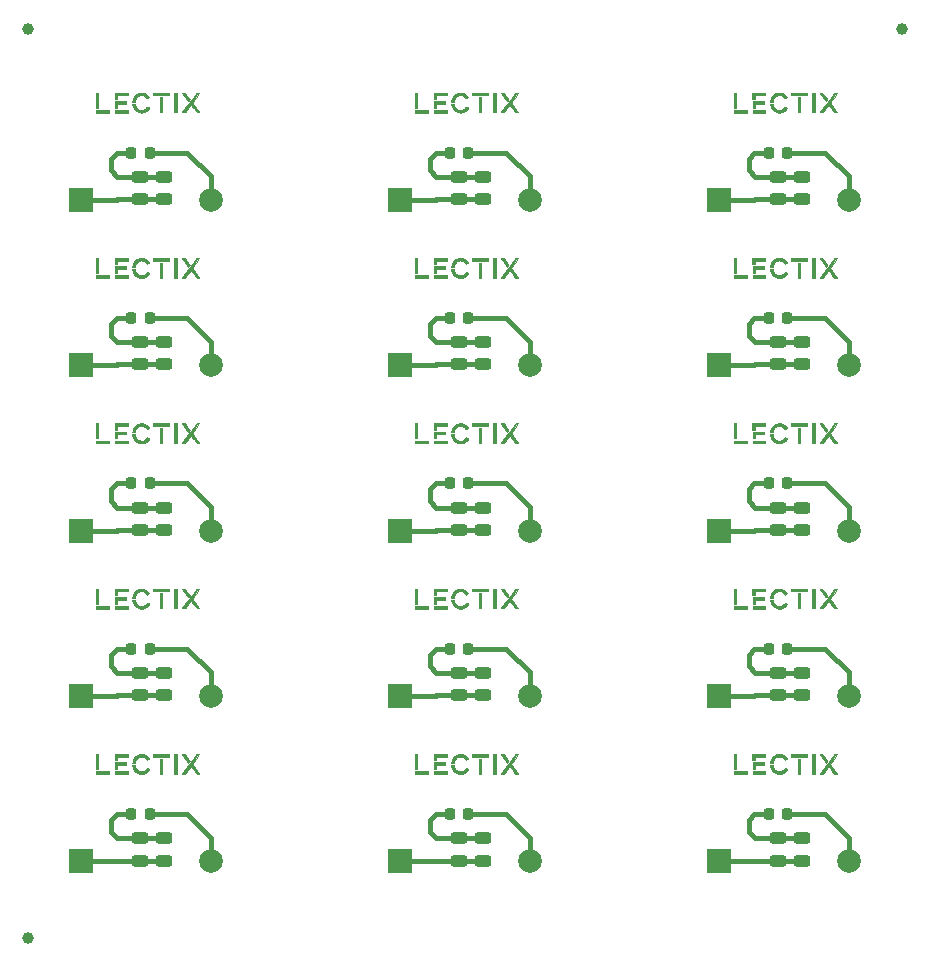
<source format=gtl>
G04 #@! TF.GenerationSoftware,KiCad,Pcbnew,6.0.9-8da3e8f707~116~ubuntu20.04.1*
G04 #@! TF.CreationDate,2023-04-16T18:25:48+00:00*
G04 #@! TF.ProjectId,LEC005001-panel,4c454330-3035-4303-9031-2d70616e656c,rev?*
G04 #@! TF.SameCoordinates,Original*
G04 #@! TF.FileFunction,Copper,L1,Top*
G04 #@! TF.FilePolarity,Positive*
%FSLAX46Y46*%
G04 Gerber Fmt 4.6, Leading zero omitted, Abs format (unit mm)*
G04 Created by KiCad (PCBNEW 6.0.9-8da3e8f707~116~ubuntu20.04.1) date 2023-04-16 18:25:48*
%MOMM*%
%LPD*%
G01*
G04 APERTURE LIST*
G04 Aperture macros list*
%AMRoundRect*
0 Rectangle with rounded corners*
0 $1 Rounding radius*
0 $2 $3 $4 $5 $6 $7 $8 $9 X,Y pos of 4 corners*
0 Add a 4 corners polygon primitive as box body*
4,1,4,$2,$3,$4,$5,$6,$7,$8,$9,$2,$3,0*
0 Add four circle primitives for the rounded corners*
1,1,$1+$1,$2,$3*
1,1,$1+$1,$4,$5*
1,1,$1+$1,$6,$7*
1,1,$1+$1,$8,$9*
0 Add four rect primitives between the rounded corners*
20,1,$1+$1,$2,$3,$4,$5,0*
20,1,$1+$1,$4,$5,$6,$7,0*
20,1,$1+$1,$6,$7,$8,$9,0*
20,1,$1+$1,$8,$9,$2,$3,0*%
G04 Aperture macros list end*
G04 #@! TA.AperFunction,EtchedComponent*
%ADD10C,0.010000*%
G04 #@! TD*
G04 #@! TA.AperFunction,SMDPad,CuDef*
%ADD11C,2.000000*%
G04 #@! TD*
G04 #@! TA.AperFunction,SMDPad,CuDef*
%ADD12R,2.000000X2.000000*%
G04 #@! TD*
G04 #@! TA.AperFunction,SMDPad,CuDef*
%ADD13RoundRect,0.243750X-0.456250X0.243750X-0.456250X-0.243750X0.456250X-0.243750X0.456250X0.243750X0*%
G04 #@! TD*
G04 #@! TA.AperFunction,SMDPad,CuDef*
%ADD14RoundRect,0.218750X0.218750X0.256250X-0.218750X0.256250X-0.218750X-0.256250X0.218750X-0.256250X0*%
G04 #@! TD*
G04 #@! TA.AperFunction,SMDPad,CuDef*
%ADD15C,1.000000*%
G04 #@! TD*
G04 #@! TA.AperFunction,Conductor*
%ADD16C,0.400000*%
G04 #@! TD*
G04 APERTURE END LIST*
G04 #@! TO.C,LOGO1*
G36*
X65557314Y-36885255D02*
G01*
X65562032Y-36934642D01*
X65571626Y-36983391D01*
X65585900Y-37031126D01*
X65604655Y-37077472D01*
X65627696Y-37122055D01*
X65654825Y-37164500D01*
X65685845Y-37204432D01*
X65720560Y-37241476D01*
X65758772Y-37275258D01*
X65764852Y-37280066D01*
X65804950Y-37308193D01*
X65848257Y-37332754D01*
X65894126Y-37353491D01*
X65941911Y-37370147D01*
X65990966Y-37382466D01*
X66040645Y-37390191D01*
X66041973Y-37390331D01*
X66063329Y-37391812D01*
X66087924Y-37392277D01*
X66114082Y-37391784D01*
X66140128Y-37390393D01*
X66164387Y-37388161D01*
X66183952Y-37385369D01*
X66234332Y-37373968D01*
X66283083Y-37358011D01*
X66329885Y-37337722D01*
X66374418Y-37313326D01*
X66416359Y-37285050D01*
X66455389Y-37253119D01*
X66491187Y-37217757D01*
X66523433Y-37179189D01*
X66551805Y-37137642D01*
X66562371Y-37119570D01*
X66566676Y-37111866D01*
X66569889Y-37106162D01*
X66571331Y-37103660D01*
X66571340Y-37103648D01*
X66573630Y-37104589D01*
X66579878Y-37107586D01*
X66589534Y-37112356D01*
X66602046Y-37118617D01*
X66616862Y-37126087D01*
X66633430Y-37134484D01*
X66651200Y-37143526D01*
X66669621Y-37152930D01*
X66688139Y-37162414D01*
X66706204Y-37171697D01*
X66723265Y-37180496D01*
X66738769Y-37188530D01*
X66752166Y-37195515D01*
X66762904Y-37201170D01*
X66770431Y-37205212D01*
X66774196Y-37207360D01*
X66774491Y-37207574D01*
X66775254Y-37209476D01*
X66774562Y-37212864D01*
X66772148Y-37218246D01*
X66767741Y-37226130D01*
X66761073Y-37237022D01*
X66751875Y-37251432D01*
X66748444Y-37256730D01*
X66712657Y-37307247D01*
X66673145Y-37354456D01*
X66630165Y-37398181D01*
X66583973Y-37438245D01*
X66534827Y-37474473D01*
X66482983Y-37506690D01*
X66428698Y-37534719D01*
X66372229Y-37558386D01*
X66313834Y-37577513D01*
X66260298Y-37590608D01*
X66239363Y-37594715D01*
X66220219Y-37597937D01*
X66201698Y-37600387D01*
X66182633Y-37602177D01*
X66161856Y-37603419D01*
X66138198Y-37604226D01*
X66114102Y-37604665D01*
X66095877Y-37604860D01*
X66078983Y-37604960D01*
X66064193Y-37604966D01*
X66052279Y-37604880D01*
X66044015Y-37604704D01*
X66040442Y-37604485D01*
X66034554Y-37603741D01*
X66025222Y-37602630D01*
X66014050Y-37601341D01*
X66008692Y-37600735D01*
X65952915Y-37592047D01*
X65896919Y-37578574D01*
X65841313Y-37560545D01*
X65786706Y-37538188D01*
X65733709Y-37511731D01*
X65682931Y-37481401D01*
X65674682Y-37475955D01*
X65644710Y-37455098D01*
X65617956Y-37434653D01*
X65592854Y-37413317D01*
X65567839Y-37389790D01*
X65552630Y-37374501D01*
X65510432Y-37327656D01*
X65472528Y-37278179D01*
X65438998Y-37226236D01*
X65409926Y-37171994D01*
X65385394Y-37115618D01*
X65365486Y-37057274D01*
X65350283Y-36997129D01*
X65342099Y-36951477D01*
X65340892Y-36942261D01*
X65339489Y-36929810D01*
X65337999Y-36915307D01*
X65336530Y-36899937D01*
X65335193Y-36884885D01*
X65334097Y-36871334D01*
X65333350Y-36860470D01*
X65333062Y-36853505D01*
X65335514Y-36853107D01*
X65342533Y-36852738D01*
X65353604Y-36852405D01*
X65368216Y-36852119D01*
X65385853Y-36851886D01*
X65406003Y-36851717D01*
X65428153Y-36851620D01*
X65444431Y-36851600D01*
X65555811Y-36851600D01*
X65557314Y-36885255D01*
G37*
D10*
X65557314Y-36885255D02*
X65562032Y-36934642D01*
X65571626Y-36983391D01*
X65585900Y-37031126D01*
X65604655Y-37077472D01*
X65627696Y-37122055D01*
X65654825Y-37164500D01*
X65685845Y-37204432D01*
X65720560Y-37241476D01*
X65758772Y-37275258D01*
X65764852Y-37280066D01*
X65804950Y-37308193D01*
X65848257Y-37332754D01*
X65894126Y-37353491D01*
X65941911Y-37370147D01*
X65990966Y-37382466D01*
X66040645Y-37390191D01*
X66041973Y-37390331D01*
X66063329Y-37391812D01*
X66087924Y-37392277D01*
X66114082Y-37391784D01*
X66140128Y-37390393D01*
X66164387Y-37388161D01*
X66183952Y-37385369D01*
X66234332Y-37373968D01*
X66283083Y-37358011D01*
X66329885Y-37337722D01*
X66374418Y-37313326D01*
X66416359Y-37285050D01*
X66455389Y-37253119D01*
X66491187Y-37217757D01*
X66523433Y-37179189D01*
X66551805Y-37137642D01*
X66562371Y-37119570D01*
X66566676Y-37111866D01*
X66569889Y-37106162D01*
X66571331Y-37103660D01*
X66571340Y-37103648D01*
X66573630Y-37104589D01*
X66579878Y-37107586D01*
X66589534Y-37112356D01*
X66602046Y-37118617D01*
X66616862Y-37126087D01*
X66633430Y-37134484D01*
X66651200Y-37143526D01*
X66669621Y-37152930D01*
X66688139Y-37162414D01*
X66706204Y-37171697D01*
X66723265Y-37180496D01*
X66738769Y-37188530D01*
X66752166Y-37195515D01*
X66762904Y-37201170D01*
X66770431Y-37205212D01*
X66774196Y-37207360D01*
X66774491Y-37207574D01*
X66775254Y-37209476D01*
X66774562Y-37212864D01*
X66772148Y-37218246D01*
X66767741Y-37226130D01*
X66761073Y-37237022D01*
X66751875Y-37251432D01*
X66748444Y-37256730D01*
X66712657Y-37307247D01*
X66673145Y-37354456D01*
X66630165Y-37398181D01*
X66583973Y-37438245D01*
X66534827Y-37474473D01*
X66482983Y-37506690D01*
X66428698Y-37534719D01*
X66372229Y-37558386D01*
X66313834Y-37577513D01*
X66260298Y-37590608D01*
X66239363Y-37594715D01*
X66220219Y-37597937D01*
X66201698Y-37600387D01*
X66182633Y-37602177D01*
X66161856Y-37603419D01*
X66138198Y-37604226D01*
X66114102Y-37604665D01*
X66095877Y-37604860D01*
X66078983Y-37604960D01*
X66064193Y-37604966D01*
X66052279Y-37604880D01*
X66044015Y-37604704D01*
X66040442Y-37604485D01*
X66034554Y-37603741D01*
X66025222Y-37602630D01*
X66014050Y-37601341D01*
X66008692Y-37600735D01*
X65952915Y-37592047D01*
X65896919Y-37578574D01*
X65841313Y-37560545D01*
X65786706Y-37538188D01*
X65733709Y-37511731D01*
X65682931Y-37481401D01*
X65674682Y-37475955D01*
X65644710Y-37455098D01*
X65617956Y-37434653D01*
X65592854Y-37413317D01*
X65567839Y-37389790D01*
X65552630Y-37374501D01*
X65510432Y-37327656D01*
X65472528Y-37278179D01*
X65438998Y-37226236D01*
X65409926Y-37171994D01*
X65385394Y-37115618D01*
X65365486Y-37057274D01*
X65350283Y-36997129D01*
X65342099Y-36951477D01*
X65340892Y-36942261D01*
X65339489Y-36929810D01*
X65337999Y-36915307D01*
X65336530Y-36899937D01*
X65335193Y-36884885D01*
X65334097Y-36871334D01*
X65333350Y-36860470D01*
X65333062Y-36853505D01*
X65335514Y-36853107D01*
X65342533Y-36852738D01*
X65353604Y-36852405D01*
X65368216Y-36852119D01*
X65385853Y-36851886D01*
X65406003Y-36851717D01*
X65428153Y-36851620D01*
X65444431Y-36851600D01*
X65555811Y-36851600D01*
X65557314Y-36885255D01*
G36*
X66125121Y-35921115D02*
G01*
X66146861Y-35921898D01*
X66165388Y-35923135D01*
X66173792Y-35924013D01*
X66235448Y-35934111D01*
X66295394Y-35948858D01*
X66353414Y-35968120D01*
X66409292Y-35991760D01*
X66462813Y-36019642D01*
X66513762Y-36051632D01*
X66561924Y-36087592D01*
X66607083Y-36127388D01*
X66649023Y-36170884D01*
X66687529Y-36217944D01*
X66722387Y-36268433D01*
X66723665Y-36270462D01*
X66729862Y-36280604D01*
X66734785Y-36289176D01*
X66737944Y-36295284D01*
X66738845Y-36298034D01*
X66738839Y-36298046D01*
X66736528Y-36299794D01*
X66730496Y-36303936D01*
X66721288Y-36310116D01*
X66709453Y-36317976D01*
X66695539Y-36327159D01*
X66680093Y-36337308D01*
X66663662Y-36348066D01*
X66646795Y-36359075D01*
X66630039Y-36369979D01*
X66613941Y-36380419D01*
X66599050Y-36390039D01*
X66585912Y-36398482D01*
X66575077Y-36405390D01*
X66567090Y-36410407D01*
X66562500Y-36413174D01*
X66561706Y-36413584D01*
X66558880Y-36412718D01*
X66554817Y-36408095D01*
X66549217Y-36399339D01*
X66546096Y-36393914D01*
X66529001Y-36366428D01*
X66508339Y-36338002D01*
X66485141Y-36309852D01*
X66460440Y-36283197D01*
X66435268Y-36259254D01*
X66423392Y-36249140D01*
X66382758Y-36219172D01*
X66339159Y-36193127D01*
X66293108Y-36171226D01*
X66245120Y-36153690D01*
X66195709Y-36140740D01*
X66155364Y-36133813D01*
X66133858Y-36131768D01*
X66109133Y-36130722D01*
X66082672Y-36130637D01*
X66055957Y-36131480D01*
X66030469Y-36133214D01*
X66007691Y-36135804D01*
X65996738Y-36137603D01*
X65946198Y-36149608D01*
X65897687Y-36166099D01*
X65851446Y-36186857D01*
X65807716Y-36211666D01*
X65766738Y-36240308D01*
X65728753Y-36272566D01*
X65694002Y-36308223D01*
X65662726Y-36347062D01*
X65635164Y-36388864D01*
X65611560Y-36433413D01*
X65592152Y-36480492D01*
X65582111Y-36511621D01*
X65571468Y-36556052D01*
X65564840Y-36602105D01*
X65562344Y-36640145D01*
X65560940Y-36681420D01*
X65339943Y-36681420D01*
X65341419Y-36636335D01*
X65345863Y-36576765D01*
X65355151Y-36518219D01*
X65369108Y-36460945D01*
X65387555Y-36405192D01*
X65410317Y-36351206D01*
X65437218Y-36299239D01*
X65468080Y-36249537D01*
X65502728Y-36202349D01*
X65540985Y-36157923D01*
X65582674Y-36116510D01*
X65627620Y-36078355D01*
X65675645Y-36043709D01*
X65726573Y-36012820D01*
X65780228Y-35985936D01*
X65813112Y-35972046D01*
X65865989Y-35953465D01*
X65920701Y-35938763D01*
X65978117Y-35927716D01*
X65993452Y-35925434D01*
X66009631Y-35923688D01*
X66029694Y-35922339D01*
X66052456Y-35921399D01*
X66076737Y-35920875D01*
X66101353Y-35920777D01*
X66125121Y-35921115D01*
G37*
X66125121Y-35921115D02*
X66146861Y-35921898D01*
X66165388Y-35923135D01*
X66173792Y-35924013D01*
X66235448Y-35934111D01*
X66295394Y-35948858D01*
X66353414Y-35968120D01*
X66409292Y-35991760D01*
X66462813Y-36019642D01*
X66513762Y-36051632D01*
X66561924Y-36087592D01*
X66607083Y-36127388D01*
X66649023Y-36170884D01*
X66687529Y-36217944D01*
X66722387Y-36268433D01*
X66723665Y-36270462D01*
X66729862Y-36280604D01*
X66734785Y-36289176D01*
X66737944Y-36295284D01*
X66738845Y-36298034D01*
X66738839Y-36298046D01*
X66736528Y-36299794D01*
X66730496Y-36303936D01*
X66721288Y-36310116D01*
X66709453Y-36317976D01*
X66695539Y-36327159D01*
X66680093Y-36337308D01*
X66663662Y-36348066D01*
X66646795Y-36359075D01*
X66630039Y-36369979D01*
X66613941Y-36380419D01*
X66599050Y-36390039D01*
X66585912Y-36398482D01*
X66575077Y-36405390D01*
X66567090Y-36410407D01*
X66562500Y-36413174D01*
X66561706Y-36413584D01*
X66558880Y-36412718D01*
X66554817Y-36408095D01*
X66549217Y-36399339D01*
X66546096Y-36393914D01*
X66529001Y-36366428D01*
X66508339Y-36338002D01*
X66485141Y-36309852D01*
X66460440Y-36283197D01*
X66435268Y-36259254D01*
X66423392Y-36249140D01*
X66382758Y-36219172D01*
X66339159Y-36193127D01*
X66293108Y-36171226D01*
X66245120Y-36153690D01*
X66195709Y-36140740D01*
X66155364Y-36133813D01*
X66133858Y-36131768D01*
X66109133Y-36130722D01*
X66082672Y-36130637D01*
X66055957Y-36131480D01*
X66030469Y-36133214D01*
X66007691Y-36135804D01*
X65996738Y-36137603D01*
X65946198Y-36149608D01*
X65897687Y-36166099D01*
X65851446Y-36186857D01*
X65807716Y-36211666D01*
X65766738Y-36240308D01*
X65728753Y-36272566D01*
X65694002Y-36308223D01*
X65662726Y-36347062D01*
X65635164Y-36388864D01*
X65611560Y-36433413D01*
X65592152Y-36480492D01*
X65582111Y-36511621D01*
X65571468Y-36556052D01*
X65564840Y-36602105D01*
X65562344Y-36640145D01*
X65560940Y-36681420D01*
X65339943Y-36681420D01*
X65341419Y-36636335D01*
X65345863Y-36576765D01*
X65355151Y-36518219D01*
X65369108Y-36460945D01*
X65387555Y-36405192D01*
X65410317Y-36351206D01*
X65437218Y-36299239D01*
X65468080Y-36249537D01*
X65502728Y-36202349D01*
X65540985Y-36157923D01*
X65582674Y-36116510D01*
X65627620Y-36078355D01*
X65675645Y-36043709D01*
X65726573Y-36012820D01*
X65780228Y-35985936D01*
X65813112Y-35972046D01*
X65865989Y-35953465D01*
X65920701Y-35938763D01*
X65978117Y-35927716D01*
X65993452Y-35925434D01*
X66009631Y-35923688D01*
X66029694Y-35922339D01*
X66052456Y-35921399D01*
X66076737Y-35920875D01*
X66101353Y-35920777D01*
X66125121Y-35921115D01*
G36*
X62460312Y-37202120D02*
G01*
X62239332Y-37202120D01*
X62239332Y-35927040D01*
X62460312Y-35927040D01*
X62460312Y-37202120D01*
G37*
X62460312Y-37202120D02*
X62239332Y-37202120D01*
X62239332Y-35927040D01*
X62460312Y-35927040D01*
X62460312Y-37202120D01*
G36*
X64931732Y-37603440D02*
G01*
X63839532Y-37603440D01*
X63839532Y-37379920D01*
X64931732Y-37379920D01*
X64931732Y-37603440D01*
G37*
X64931732Y-37603440D02*
X63839532Y-37603440D01*
X63839532Y-37379920D01*
X64931732Y-37379920D01*
X64931732Y-37603440D01*
G36*
X64931732Y-36137860D02*
G01*
X64057972Y-36137860D01*
X64057972Y-36450280D01*
X63834452Y-36450280D01*
X63834452Y-35916880D01*
X64931732Y-35916880D01*
X64931732Y-36137860D01*
G37*
X64931732Y-36137860D02*
X64057972Y-36137860D01*
X64057972Y-36450280D01*
X63834452Y-36450280D01*
X63834452Y-35916880D01*
X64931732Y-35916880D01*
X64931732Y-36137860D01*
G36*
X67870512Y-37595820D02*
G01*
X67649532Y-37595820D01*
X67649532Y-36313120D01*
X67870512Y-36313120D01*
X67870512Y-37595820D01*
G37*
X67870512Y-37595820D02*
X67649532Y-37595820D01*
X67649532Y-36313120D01*
X67870512Y-36313120D01*
X67870512Y-37595820D01*
G36*
X69117652Y-37595820D02*
G01*
X68896672Y-37595820D01*
X68896672Y-35924500D01*
X69117652Y-35924500D01*
X69117652Y-37595820D01*
G37*
X69117652Y-37595820D02*
X68896672Y-37595820D01*
X68896672Y-35924500D01*
X69117652Y-35924500D01*
X69117652Y-37595820D01*
G36*
X63387412Y-37603440D02*
G01*
X62239332Y-37603440D01*
X62239332Y-37379920D01*
X63387412Y-37379920D01*
X63387412Y-37603440D01*
G37*
X63387412Y-37603440D02*
X62239332Y-37603440D01*
X62239332Y-37379920D01*
X63387412Y-37379920D01*
X63387412Y-37603440D01*
G36*
X68449632Y-36145480D02*
G01*
X67080572Y-36145480D01*
X67080572Y-35924500D01*
X68449632Y-35924500D01*
X68449632Y-36145480D01*
G37*
X68449632Y-36145480D02*
X67080572Y-36145480D01*
X67080572Y-35924500D01*
X68449632Y-35924500D01*
X68449632Y-36145480D01*
G36*
X69759880Y-35924500D02*
G01*
X69965181Y-36207044D01*
X69989711Y-36240835D01*
X70013405Y-36273537D01*
X70036092Y-36304909D01*
X70057601Y-36334714D01*
X70077760Y-36362711D01*
X70096399Y-36388663D01*
X70113347Y-36412329D01*
X70128432Y-36433470D01*
X70141483Y-36451848D01*
X70152330Y-36467223D01*
X70160801Y-36479356D01*
X70166726Y-36488009D01*
X70169933Y-36492942D01*
X70170482Y-36494021D01*
X70169041Y-36497001D01*
X70164989Y-36503439D01*
X70158729Y-36512779D01*
X70150667Y-36524461D01*
X70141205Y-36537928D01*
X70130750Y-36552622D01*
X70119705Y-36567984D01*
X70108474Y-36583457D01*
X70097463Y-36598483D01*
X70087074Y-36612504D01*
X70077713Y-36624962D01*
X70069784Y-36635298D01*
X70063691Y-36642955D01*
X70059839Y-36647375D01*
X70058722Y-36648247D01*
X70056983Y-36646223D01*
X70052416Y-36640295D01*
X70045176Y-36630671D01*
X70035414Y-36617561D01*
X70023285Y-36601174D01*
X70008941Y-36581719D01*
X69992537Y-36559405D01*
X69974225Y-36534442D01*
X69954159Y-36507037D01*
X69932491Y-36477402D01*
X69909377Y-36445743D01*
X69884968Y-36412272D01*
X69859418Y-36377196D01*
X69832880Y-36340724D01*
X69805508Y-36303067D01*
X69797102Y-36291493D01*
X69769470Y-36253445D01*
X69742619Y-36216468D01*
X69716701Y-36180772D01*
X69691872Y-36146572D01*
X69668286Y-36114081D01*
X69646098Y-36083511D01*
X69625461Y-36055075D01*
X69606530Y-36028985D01*
X69589460Y-36005456D01*
X69574405Y-35984699D01*
X69561520Y-35966927D01*
X69550959Y-35952354D01*
X69542876Y-35941192D01*
X69537426Y-35933654D01*
X69534763Y-35929952D01*
X69534537Y-35929630D01*
X69533789Y-35928417D01*
X69533627Y-35927412D01*
X69534475Y-35926595D01*
X69536756Y-35925947D01*
X69540893Y-35925449D01*
X69547311Y-35925081D01*
X69556434Y-35924823D01*
X69568684Y-35924655D01*
X69584485Y-35924559D01*
X69604261Y-35924514D01*
X69628437Y-35924500D01*
X69645466Y-35924499D01*
X69759880Y-35924500D01*
G37*
X69759880Y-35924500D02*
X69965181Y-36207044D01*
X69989711Y-36240835D01*
X70013405Y-36273537D01*
X70036092Y-36304909D01*
X70057601Y-36334714D01*
X70077760Y-36362711D01*
X70096399Y-36388663D01*
X70113347Y-36412329D01*
X70128432Y-36433470D01*
X70141483Y-36451848D01*
X70152330Y-36467223D01*
X70160801Y-36479356D01*
X70166726Y-36488009D01*
X70169933Y-36492942D01*
X70170482Y-36494021D01*
X70169041Y-36497001D01*
X70164989Y-36503439D01*
X70158729Y-36512779D01*
X70150667Y-36524461D01*
X70141205Y-36537928D01*
X70130750Y-36552622D01*
X70119705Y-36567984D01*
X70108474Y-36583457D01*
X70097463Y-36598483D01*
X70087074Y-36612504D01*
X70077713Y-36624962D01*
X70069784Y-36635298D01*
X70063691Y-36642955D01*
X70059839Y-36647375D01*
X70058722Y-36648247D01*
X70056983Y-36646223D01*
X70052416Y-36640295D01*
X70045176Y-36630671D01*
X70035414Y-36617561D01*
X70023285Y-36601174D01*
X70008941Y-36581719D01*
X69992537Y-36559405D01*
X69974225Y-36534442D01*
X69954159Y-36507037D01*
X69932491Y-36477402D01*
X69909377Y-36445743D01*
X69884968Y-36412272D01*
X69859418Y-36377196D01*
X69832880Y-36340724D01*
X69805508Y-36303067D01*
X69797102Y-36291493D01*
X69769470Y-36253445D01*
X69742619Y-36216468D01*
X69716701Y-36180772D01*
X69691872Y-36146572D01*
X69668286Y-36114081D01*
X69646098Y-36083511D01*
X69625461Y-36055075D01*
X69606530Y-36028985D01*
X69589460Y-36005456D01*
X69574405Y-35984699D01*
X69561520Y-35966927D01*
X69550959Y-35952354D01*
X69542876Y-35941192D01*
X69537426Y-35933654D01*
X69534763Y-35929952D01*
X69534537Y-35929630D01*
X69533789Y-35928417D01*
X69533627Y-35927412D01*
X69534475Y-35926595D01*
X69536756Y-35925947D01*
X69540893Y-35925449D01*
X69547311Y-35925081D01*
X69556434Y-35924823D01*
X69568684Y-35924655D01*
X69584485Y-35924559D01*
X69604261Y-35924514D01*
X69628437Y-35924500D01*
X69645466Y-35924499D01*
X69759880Y-35924500D01*
G36*
X64817432Y-36859220D02*
G01*
X64057972Y-36859220D01*
X64057972Y-37202120D01*
X63836992Y-37202120D01*
X63836992Y-36635700D01*
X64817432Y-36635700D01*
X64817432Y-36859220D01*
G37*
X64817432Y-36859220D02*
X64057972Y-36859220D01*
X64057972Y-37202120D01*
X63836992Y-37202120D01*
X63836992Y-36635700D01*
X64817432Y-36635700D01*
X64817432Y-36859220D01*
G36*
X70875216Y-35930092D02*
G01*
X70893762Y-35930188D01*
X71007208Y-35930850D01*
X70701060Y-36349183D01*
X70670976Y-36390298D01*
X70641699Y-36430325D01*
X70613370Y-36469069D01*
X70586129Y-36506338D01*
X70560118Y-36541940D01*
X70535478Y-36575680D01*
X70512348Y-36607366D01*
X70490869Y-36636806D01*
X70471183Y-36663806D01*
X70453430Y-36688172D01*
X70437751Y-36709713D01*
X70424286Y-36728236D01*
X70413177Y-36743546D01*
X70404563Y-36755452D01*
X70398586Y-36763760D01*
X70395386Y-36768277D01*
X70394858Y-36769087D01*
X70396319Y-36771269D01*
X70400619Y-36777370D01*
X70407615Y-36787192D01*
X70417168Y-36800541D01*
X70429136Y-36817220D01*
X70443377Y-36837032D01*
X70459750Y-36859783D01*
X70478114Y-36885275D01*
X70498328Y-36913314D01*
X70520249Y-36943701D01*
X70543737Y-36976243D01*
X70568651Y-37010742D01*
X70594850Y-37047003D01*
X70622191Y-37084829D01*
X70650534Y-37124025D01*
X70679737Y-37164395D01*
X70691583Y-37180766D01*
X70721102Y-37221564D01*
X70749825Y-37261274D01*
X70777611Y-37299701D01*
X70804317Y-37336647D01*
X70829801Y-37371916D01*
X70853922Y-37405310D01*
X70876538Y-37436635D01*
X70897507Y-37465692D01*
X70916687Y-37492285D01*
X70933937Y-37516218D01*
X70949114Y-37537293D01*
X70962076Y-37555315D01*
X70972682Y-37570086D01*
X70980790Y-37581411D01*
X70986258Y-37589091D01*
X70988945Y-37592932D01*
X70989208Y-37593347D01*
X70986928Y-37593981D01*
X70979734Y-37594522D01*
X70967790Y-37594969D01*
X70951261Y-37595317D01*
X70930312Y-37595563D01*
X70905108Y-37595703D01*
X70876178Y-37595734D01*
X70762302Y-37595649D01*
X70521002Y-37261780D01*
X70494438Y-37225037D01*
X70468677Y-37189426D01*
X70443877Y-37155163D01*
X70420195Y-37122466D01*
X70397788Y-37091550D01*
X70376814Y-37062632D01*
X70357429Y-37035929D01*
X70339792Y-37011658D01*
X70324059Y-36990034D01*
X70310387Y-36971274D01*
X70298935Y-36955596D01*
X70289860Y-36943215D01*
X70283318Y-36934347D01*
X70279468Y-36929211D01*
X70278432Y-36927933D01*
X70276818Y-36929950D01*
X70272367Y-36935854D01*
X70265236Y-36945427D01*
X70255586Y-36958455D01*
X70243573Y-36974722D01*
X70229359Y-36994010D01*
X70213100Y-37016106D01*
X70194956Y-37040791D01*
X70175085Y-37067851D01*
X70153646Y-37097070D01*
X70130799Y-37128231D01*
X70106701Y-37161119D01*
X70081512Y-37195518D01*
X70055389Y-37231211D01*
X70034592Y-37259644D01*
X70007837Y-37296214D01*
X69981877Y-37331667D01*
X69956873Y-37365786D01*
X69932984Y-37398355D01*
X69910370Y-37429156D01*
X69889191Y-37457973D01*
X69869605Y-37484589D01*
X69851775Y-37508787D01*
X69835858Y-37530350D01*
X69822014Y-37549061D01*
X69810405Y-37564704D01*
X69801188Y-37577061D01*
X69794525Y-37585916D01*
X69790574Y-37591051D01*
X69789482Y-37592335D01*
X69786486Y-37592529D01*
X69778937Y-37592680D01*
X69767362Y-37592789D01*
X69752287Y-37592853D01*
X69734239Y-37592870D01*
X69713745Y-37592839D01*
X69691331Y-37592759D01*
X69674560Y-37592672D01*
X69562179Y-37592010D01*
X70168137Y-36763970D01*
X70210629Y-36705907D01*
X70252369Y-36648878D01*
X70293255Y-36593019D01*
X70333188Y-36538469D01*
X70372066Y-36485363D01*
X70409790Y-36433839D01*
X70446259Y-36384036D01*
X70481371Y-36336089D01*
X70515027Y-36290136D01*
X70547126Y-36246314D01*
X70577567Y-36204761D01*
X70606250Y-36165614D01*
X70633074Y-36129011D01*
X70657939Y-36095087D01*
X70680744Y-36063981D01*
X70701389Y-36035831D01*
X70719772Y-36010772D01*
X70735794Y-35988943D01*
X70749353Y-35970481D01*
X70760349Y-35955522D01*
X70768683Y-35944205D01*
X70774252Y-35936667D01*
X70776957Y-35933044D01*
X70777206Y-35932728D01*
X70779041Y-35931936D01*
X70783105Y-35931292D01*
X70789772Y-35930789D01*
X70799416Y-35930418D01*
X70812409Y-35930171D01*
X70829124Y-35930039D01*
X70849936Y-35930016D01*
X70875216Y-35930092D01*
G37*
X70875216Y-35930092D02*
X70893762Y-35930188D01*
X71007208Y-35930850D01*
X70701060Y-36349183D01*
X70670976Y-36390298D01*
X70641699Y-36430325D01*
X70613370Y-36469069D01*
X70586129Y-36506338D01*
X70560118Y-36541940D01*
X70535478Y-36575680D01*
X70512348Y-36607366D01*
X70490869Y-36636806D01*
X70471183Y-36663806D01*
X70453430Y-36688172D01*
X70437751Y-36709713D01*
X70424286Y-36728236D01*
X70413177Y-36743546D01*
X70404563Y-36755452D01*
X70398586Y-36763760D01*
X70395386Y-36768277D01*
X70394858Y-36769087D01*
X70396319Y-36771269D01*
X70400619Y-36777370D01*
X70407615Y-36787192D01*
X70417168Y-36800541D01*
X70429136Y-36817220D01*
X70443377Y-36837032D01*
X70459750Y-36859783D01*
X70478114Y-36885275D01*
X70498328Y-36913314D01*
X70520249Y-36943701D01*
X70543737Y-36976243D01*
X70568651Y-37010742D01*
X70594850Y-37047003D01*
X70622191Y-37084829D01*
X70650534Y-37124025D01*
X70679737Y-37164395D01*
X70691583Y-37180766D01*
X70721102Y-37221564D01*
X70749825Y-37261274D01*
X70777611Y-37299701D01*
X70804317Y-37336647D01*
X70829801Y-37371916D01*
X70853922Y-37405310D01*
X70876538Y-37436635D01*
X70897507Y-37465692D01*
X70916687Y-37492285D01*
X70933937Y-37516218D01*
X70949114Y-37537293D01*
X70962076Y-37555315D01*
X70972682Y-37570086D01*
X70980790Y-37581411D01*
X70986258Y-37589091D01*
X70988945Y-37592932D01*
X70989208Y-37593347D01*
X70986928Y-37593981D01*
X70979734Y-37594522D01*
X70967790Y-37594969D01*
X70951261Y-37595317D01*
X70930312Y-37595563D01*
X70905108Y-37595703D01*
X70876178Y-37595734D01*
X70762302Y-37595649D01*
X70521002Y-37261780D01*
X70494438Y-37225037D01*
X70468677Y-37189426D01*
X70443877Y-37155163D01*
X70420195Y-37122466D01*
X70397788Y-37091550D01*
X70376814Y-37062632D01*
X70357429Y-37035929D01*
X70339792Y-37011658D01*
X70324059Y-36990034D01*
X70310387Y-36971274D01*
X70298935Y-36955596D01*
X70289860Y-36943215D01*
X70283318Y-36934347D01*
X70279468Y-36929211D01*
X70278432Y-36927933D01*
X70276818Y-36929950D01*
X70272367Y-36935854D01*
X70265236Y-36945427D01*
X70255586Y-36958455D01*
X70243573Y-36974722D01*
X70229359Y-36994010D01*
X70213100Y-37016106D01*
X70194956Y-37040791D01*
X70175085Y-37067851D01*
X70153646Y-37097070D01*
X70130799Y-37128231D01*
X70106701Y-37161119D01*
X70081512Y-37195518D01*
X70055389Y-37231211D01*
X70034592Y-37259644D01*
X70007837Y-37296214D01*
X69981877Y-37331667D01*
X69956873Y-37365786D01*
X69932984Y-37398355D01*
X69910370Y-37429156D01*
X69889191Y-37457973D01*
X69869605Y-37484589D01*
X69851775Y-37508787D01*
X69835858Y-37530350D01*
X69822014Y-37549061D01*
X69810405Y-37564704D01*
X69801188Y-37577061D01*
X69794525Y-37585916D01*
X69790574Y-37591051D01*
X69789482Y-37592335D01*
X69786486Y-37592529D01*
X69778937Y-37592680D01*
X69767362Y-37592789D01*
X69752287Y-37592853D01*
X69734239Y-37592870D01*
X69713745Y-37592839D01*
X69691331Y-37592759D01*
X69674560Y-37592672D01*
X69562179Y-37592010D01*
X70168137Y-36763970D01*
X70210629Y-36705907D01*
X70252369Y-36648878D01*
X70293255Y-36593019D01*
X70333188Y-36538469D01*
X70372066Y-36485363D01*
X70409790Y-36433839D01*
X70446259Y-36384036D01*
X70481371Y-36336089D01*
X70515027Y-36290136D01*
X70547126Y-36246314D01*
X70577567Y-36204761D01*
X70606250Y-36165614D01*
X70633074Y-36129011D01*
X70657939Y-36095087D01*
X70680744Y-36063981D01*
X70701389Y-36035831D01*
X70719772Y-36010772D01*
X70735794Y-35988943D01*
X70749353Y-35970481D01*
X70760349Y-35955522D01*
X70768683Y-35944205D01*
X70774252Y-35936667D01*
X70776957Y-35933044D01*
X70777206Y-35932728D01*
X70779041Y-35931936D01*
X70783105Y-35931292D01*
X70789772Y-35930789D01*
X70799416Y-35930418D01*
X70812409Y-35930171D01*
X70829124Y-35930039D01*
X70849936Y-35930016D01*
X70875216Y-35930092D01*
G36*
X40870512Y-65595820D02*
G01*
X40649532Y-65595820D01*
X40649532Y-64313120D01*
X40870512Y-64313120D01*
X40870512Y-65595820D01*
G37*
X40870512Y-65595820D02*
X40649532Y-65595820D01*
X40649532Y-64313120D01*
X40870512Y-64313120D01*
X40870512Y-65595820D01*
G36*
X37931732Y-64137860D02*
G01*
X37057972Y-64137860D01*
X37057972Y-64450280D01*
X36834452Y-64450280D01*
X36834452Y-63916880D01*
X37931732Y-63916880D01*
X37931732Y-64137860D01*
G37*
X37931732Y-64137860D02*
X37057972Y-64137860D01*
X37057972Y-64450280D01*
X36834452Y-64450280D01*
X36834452Y-63916880D01*
X37931732Y-63916880D01*
X37931732Y-64137860D01*
G36*
X37817432Y-64859220D02*
G01*
X37057972Y-64859220D01*
X37057972Y-65202120D01*
X36836992Y-65202120D01*
X36836992Y-64635700D01*
X37817432Y-64635700D01*
X37817432Y-64859220D01*
G37*
X37817432Y-64859220D02*
X37057972Y-64859220D01*
X37057972Y-65202120D01*
X36836992Y-65202120D01*
X36836992Y-64635700D01*
X37817432Y-64635700D01*
X37817432Y-64859220D01*
G36*
X42117652Y-65595820D02*
G01*
X41896672Y-65595820D01*
X41896672Y-63924500D01*
X42117652Y-63924500D01*
X42117652Y-65595820D01*
G37*
X42117652Y-65595820D02*
X41896672Y-65595820D01*
X41896672Y-63924500D01*
X42117652Y-63924500D01*
X42117652Y-65595820D01*
G36*
X41449632Y-64145480D02*
G01*
X40080572Y-64145480D01*
X40080572Y-63924500D01*
X41449632Y-63924500D01*
X41449632Y-64145480D01*
G37*
X41449632Y-64145480D02*
X40080572Y-64145480D01*
X40080572Y-63924500D01*
X41449632Y-63924500D01*
X41449632Y-64145480D01*
G36*
X39125121Y-63921115D02*
G01*
X39146861Y-63921898D01*
X39165388Y-63923135D01*
X39173792Y-63924013D01*
X39235448Y-63934111D01*
X39295394Y-63948858D01*
X39353414Y-63968120D01*
X39409292Y-63991760D01*
X39462813Y-64019642D01*
X39513762Y-64051632D01*
X39561924Y-64087592D01*
X39607083Y-64127388D01*
X39649023Y-64170884D01*
X39687529Y-64217944D01*
X39722387Y-64268433D01*
X39723665Y-64270462D01*
X39729862Y-64280604D01*
X39734785Y-64289176D01*
X39737944Y-64295284D01*
X39738845Y-64298034D01*
X39738839Y-64298046D01*
X39736528Y-64299794D01*
X39730496Y-64303936D01*
X39721288Y-64310116D01*
X39709453Y-64317976D01*
X39695539Y-64327159D01*
X39680093Y-64337308D01*
X39663662Y-64348066D01*
X39646795Y-64359075D01*
X39630039Y-64369979D01*
X39613941Y-64380419D01*
X39599050Y-64390039D01*
X39585912Y-64398482D01*
X39575077Y-64405390D01*
X39567090Y-64410407D01*
X39562500Y-64413174D01*
X39561706Y-64413584D01*
X39558880Y-64412718D01*
X39554817Y-64408095D01*
X39549217Y-64399339D01*
X39546096Y-64393914D01*
X39529001Y-64366428D01*
X39508339Y-64338002D01*
X39485141Y-64309852D01*
X39460440Y-64283197D01*
X39435268Y-64259254D01*
X39423392Y-64249140D01*
X39382758Y-64219172D01*
X39339159Y-64193127D01*
X39293108Y-64171226D01*
X39245120Y-64153690D01*
X39195709Y-64140740D01*
X39155364Y-64133813D01*
X39133858Y-64131768D01*
X39109133Y-64130722D01*
X39082672Y-64130637D01*
X39055957Y-64131480D01*
X39030469Y-64133214D01*
X39007691Y-64135804D01*
X38996738Y-64137603D01*
X38946198Y-64149608D01*
X38897687Y-64166099D01*
X38851446Y-64186857D01*
X38807716Y-64211666D01*
X38766738Y-64240308D01*
X38728753Y-64272566D01*
X38694002Y-64308223D01*
X38662726Y-64347062D01*
X38635164Y-64388864D01*
X38611560Y-64433413D01*
X38592152Y-64480492D01*
X38582111Y-64511621D01*
X38571468Y-64556052D01*
X38564840Y-64602105D01*
X38562344Y-64640145D01*
X38560940Y-64681420D01*
X38339943Y-64681420D01*
X38341419Y-64636335D01*
X38345863Y-64576765D01*
X38355151Y-64518219D01*
X38369108Y-64460945D01*
X38387555Y-64405192D01*
X38410317Y-64351206D01*
X38437218Y-64299239D01*
X38468080Y-64249537D01*
X38502728Y-64202349D01*
X38540985Y-64157923D01*
X38582674Y-64116510D01*
X38627620Y-64078355D01*
X38675645Y-64043709D01*
X38726573Y-64012820D01*
X38780228Y-63985936D01*
X38813112Y-63972046D01*
X38865989Y-63953465D01*
X38920701Y-63938763D01*
X38978117Y-63927716D01*
X38993452Y-63925434D01*
X39009631Y-63923688D01*
X39029694Y-63922339D01*
X39052456Y-63921399D01*
X39076737Y-63920875D01*
X39101353Y-63920777D01*
X39125121Y-63921115D01*
G37*
X39125121Y-63921115D02*
X39146861Y-63921898D01*
X39165388Y-63923135D01*
X39173792Y-63924013D01*
X39235448Y-63934111D01*
X39295394Y-63948858D01*
X39353414Y-63968120D01*
X39409292Y-63991760D01*
X39462813Y-64019642D01*
X39513762Y-64051632D01*
X39561924Y-64087592D01*
X39607083Y-64127388D01*
X39649023Y-64170884D01*
X39687529Y-64217944D01*
X39722387Y-64268433D01*
X39723665Y-64270462D01*
X39729862Y-64280604D01*
X39734785Y-64289176D01*
X39737944Y-64295284D01*
X39738845Y-64298034D01*
X39738839Y-64298046D01*
X39736528Y-64299794D01*
X39730496Y-64303936D01*
X39721288Y-64310116D01*
X39709453Y-64317976D01*
X39695539Y-64327159D01*
X39680093Y-64337308D01*
X39663662Y-64348066D01*
X39646795Y-64359075D01*
X39630039Y-64369979D01*
X39613941Y-64380419D01*
X39599050Y-64390039D01*
X39585912Y-64398482D01*
X39575077Y-64405390D01*
X39567090Y-64410407D01*
X39562500Y-64413174D01*
X39561706Y-64413584D01*
X39558880Y-64412718D01*
X39554817Y-64408095D01*
X39549217Y-64399339D01*
X39546096Y-64393914D01*
X39529001Y-64366428D01*
X39508339Y-64338002D01*
X39485141Y-64309852D01*
X39460440Y-64283197D01*
X39435268Y-64259254D01*
X39423392Y-64249140D01*
X39382758Y-64219172D01*
X39339159Y-64193127D01*
X39293108Y-64171226D01*
X39245120Y-64153690D01*
X39195709Y-64140740D01*
X39155364Y-64133813D01*
X39133858Y-64131768D01*
X39109133Y-64130722D01*
X39082672Y-64130637D01*
X39055957Y-64131480D01*
X39030469Y-64133214D01*
X39007691Y-64135804D01*
X38996738Y-64137603D01*
X38946198Y-64149608D01*
X38897687Y-64166099D01*
X38851446Y-64186857D01*
X38807716Y-64211666D01*
X38766738Y-64240308D01*
X38728753Y-64272566D01*
X38694002Y-64308223D01*
X38662726Y-64347062D01*
X38635164Y-64388864D01*
X38611560Y-64433413D01*
X38592152Y-64480492D01*
X38582111Y-64511621D01*
X38571468Y-64556052D01*
X38564840Y-64602105D01*
X38562344Y-64640145D01*
X38560940Y-64681420D01*
X38339943Y-64681420D01*
X38341419Y-64636335D01*
X38345863Y-64576765D01*
X38355151Y-64518219D01*
X38369108Y-64460945D01*
X38387555Y-64405192D01*
X38410317Y-64351206D01*
X38437218Y-64299239D01*
X38468080Y-64249537D01*
X38502728Y-64202349D01*
X38540985Y-64157923D01*
X38582674Y-64116510D01*
X38627620Y-64078355D01*
X38675645Y-64043709D01*
X38726573Y-64012820D01*
X38780228Y-63985936D01*
X38813112Y-63972046D01*
X38865989Y-63953465D01*
X38920701Y-63938763D01*
X38978117Y-63927716D01*
X38993452Y-63925434D01*
X39009631Y-63923688D01*
X39029694Y-63922339D01*
X39052456Y-63921399D01*
X39076737Y-63920875D01*
X39101353Y-63920777D01*
X39125121Y-63921115D01*
G36*
X37931732Y-65603440D02*
G01*
X36839532Y-65603440D01*
X36839532Y-65379920D01*
X37931732Y-65379920D01*
X37931732Y-65603440D01*
G37*
X37931732Y-65603440D02*
X36839532Y-65603440D01*
X36839532Y-65379920D01*
X37931732Y-65379920D01*
X37931732Y-65603440D01*
G36*
X35460312Y-65202120D02*
G01*
X35239332Y-65202120D01*
X35239332Y-63927040D01*
X35460312Y-63927040D01*
X35460312Y-65202120D01*
G37*
X35460312Y-65202120D02*
X35239332Y-65202120D01*
X35239332Y-63927040D01*
X35460312Y-63927040D01*
X35460312Y-65202120D01*
G36*
X42759880Y-63924500D02*
G01*
X42965181Y-64207044D01*
X42989711Y-64240835D01*
X43013405Y-64273537D01*
X43036092Y-64304909D01*
X43057601Y-64334714D01*
X43077760Y-64362711D01*
X43096399Y-64388663D01*
X43113347Y-64412329D01*
X43128432Y-64433470D01*
X43141483Y-64451848D01*
X43152330Y-64467223D01*
X43160801Y-64479356D01*
X43166726Y-64488009D01*
X43169933Y-64492942D01*
X43170482Y-64494021D01*
X43169041Y-64497001D01*
X43164989Y-64503439D01*
X43158729Y-64512779D01*
X43150667Y-64524461D01*
X43141205Y-64537928D01*
X43130750Y-64552622D01*
X43119705Y-64567984D01*
X43108474Y-64583457D01*
X43097463Y-64598483D01*
X43087074Y-64612504D01*
X43077713Y-64624962D01*
X43069784Y-64635298D01*
X43063691Y-64642955D01*
X43059839Y-64647375D01*
X43058722Y-64648247D01*
X43056983Y-64646223D01*
X43052416Y-64640295D01*
X43045176Y-64630671D01*
X43035414Y-64617561D01*
X43023285Y-64601174D01*
X43008941Y-64581719D01*
X42992537Y-64559405D01*
X42974225Y-64534442D01*
X42954159Y-64507037D01*
X42932491Y-64477402D01*
X42909377Y-64445743D01*
X42884968Y-64412272D01*
X42859418Y-64377196D01*
X42832880Y-64340724D01*
X42805508Y-64303067D01*
X42797102Y-64291493D01*
X42769470Y-64253445D01*
X42742619Y-64216468D01*
X42716701Y-64180772D01*
X42691872Y-64146572D01*
X42668286Y-64114081D01*
X42646098Y-64083511D01*
X42625461Y-64055075D01*
X42606530Y-64028985D01*
X42589460Y-64005456D01*
X42574405Y-63984699D01*
X42561520Y-63966927D01*
X42550959Y-63952354D01*
X42542876Y-63941192D01*
X42537426Y-63933654D01*
X42534763Y-63929952D01*
X42534537Y-63929630D01*
X42533789Y-63928417D01*
X42533627Y-63927412D01*
X42534475Y-63926595D01*
X42536756Y-63925947D01*
X42540893Y-63925449D01*
X42547311Y-63925081D01*
X42556434Y-63924823D01*
X42568684Y-63924655D01*
X42584485Y-63924559D01*
X42604261Y-63924514D01*
X42628437Y-63924500D01*
X42645466Y-63924499D01*
X42759880Y-63924500D01*
G37*
X42759880Y-63924500D02*
X42965181Y-64207044D01*
X42989711Y-64240835D01*
X43013405Y-64273537D01*
X43036092Y-64304909D01*
X43057601Y-64334714D01*
X43077760Y-64362711D01*
X43096399Y-64388663D01*
X43113347Y-64412329D01*
X43128432Y-64433470D01*
X43141483Y-64451848D01*
X43152330Y-64467223D01*
X43160801Y-64479356D01*
X43166726Y-64488009D01*
X43169933Y-64492942D01*
X43170482Y-64494021D01*
X43169041Y-64497001D01*
X43164989Y-64503439D01*
X43158729Y-64512779D01*
X43150667Y-64524461D01*
X43141205Y-64537928D01*
X43130750Y-64552622D01*
X43119705Y-64567984D01*
X43108474Y-64583457D01*
X43097463Y-64598483D01*
X43087074Y-64612504D01*
X43077713Y-64624962D01*
X43069784Y-64635298D01*
X43063691Y-64642955D01*
X43059839Y-64647375D01*
X43058722Y-64648247D01*
X43056983Y-64646223D01*
X43052416Y-64640295D01*
X43045176Y-64630671D01*
X43035414Y-64617561D01*
X43023285Y-64601174D01*
X43008941Y-64581719D01*
X42992537Y-64559405D01*
X42974225Y-64534442D01*
X42954159Y-64507037D01*
X42932491Y-64477402D01*
X42909377Y-64445743D01*
X42884968Y-64412272D01*
X42859418Y-64377196D01*
X42832880Y-64340724D01*
X42805508Y-64303067D01*
X42797102Y-64291493D01*
X42769470Y-64253445D01*
X42742619Y-64216468D01*
X42716701Y-64180772D01*
X42691872Y-64146572D01*
X42668286Y-64114081D01*
X42646098Y-64083511D01*
X42625461Y-64055075D01*
X42606530Y-64028985D01*
X42589460Y-64005456D01*
X42574405Y-63984699D01*
X42561520Y-63966927D01*
X42550959Y-63952354D01*
X42542876Y-63941192D01*
X42537426Y-63933654D01*
X42534763Y-63929952D01*
X42534537Y-63929630D01*
X42533789Y-63928417D01*
X42533627Y-63927412D01*
X42534475Y-63926595D01*
X42536756Y-63925947D01*
X42540893Y-63925449D01*
X42547311Y-63925081D01*
X42556434Y-63924823D01*
X42568684Y-63924655D01*
X42584485Y-63924559D01*
X42604261Y-63924514D01*
X42628437Y-63924500D01*
X42645466Y-63924499D01*
X42759880Y-63924500D01*
G36*
X38557314Y-64885255D02*
G01*
X38562032Y-64934642D01*
X38571626Y-64983391D01*
X38585900Y-65031126D01*
X38604655Y-65077472D01*
X38627696Y-65122055D01*
X38654825Y-65164500D01*
X38685845Y-65204432D01*
X38720560Y-65241476D01*
X38758772Y-65275258D01*
X38764852Y-65280066D01*
X38804950Y-65308193D01*
X38848257Y-65332754D01*
X38894126Y-65353491D01*
X38941911Y-65370147D01*
X38990966Y-65382466D01*
X39040645Y-65390191D01*
X39041973Y-65390331D01*
X39063329Y-65391812D01*
X39087924Y-65392277D01*
X39114082Y-65391784D01*
X39140128Y-65390393D01*
X39164387Y-65388161D01*
X39183952Y-65385369D01*
X39234332Y-65373968D01*
X39283083Y-65358011D01*
X39329885Y-65337722D01*
X39374418Y-65313326D01*
X39416359Y-65285050D01*
X39455389Y-65253119D01*
X39491187Y-65217757D01*
X39523433Y-65179189D01*
X39551805Y-65137642D01*
X39562371Y-65119570D01*
X39566676Y-65111866D01*
X39569889Y-65106162D01*
X39571331Y-65103660D01*
X39571340Y-65103648D01*
X39573630Y-65104589D01*
X39579878Y-65107586D01*
X39589534Y-65112356D01*
X39602046Y-65118617D01*
X39616862Y-65126087D01*
X39633430Y-65134484D01*
X39651200Y-65143526D01*
X39669621Y-65152930D01*
X39688139Y-65162414D01*
X39706204Y-65171697D01*
X39723265Y-65180496D01*
X39738769Y-65188530D01*
X39752166Y-65195515D01*
X39762904Y-65201170D01*
X39770431Y-65205212D01*
X39774196Y-65207360D01*
X39774491Y-65207574D01*
X39775254Y-65209476D01*
X39774562Y-65212864D01*
X39772148Y-65218246D01*
X39767741Y-65226130D01*
X39761073Y-65237022D01*
X39751875Y-65251432D01*
X39748444Y-65256730D01*
X39712657Y-65307247D01*
X39673145Y-65354456D01*
X39630165Y-65398181D01*
X39583973Y-65438245D01*
X39534827Y-65474473D01*
X39482983Y-65506690D01*
X39428698Y-65534719D01*
X39372229Y-65558386D01*
X39313834Y-65577513D01*
X39260298Y-65590608D01*
X39239363Y-65594715D01*
X39220219Y-65597937D01*
X39201698Y-65600387D01*
X39182633Y-65602177D01*
X39161856Y-65603419D01*
X39138198Y-65604226D01*
X39114102Y-65604665D01*
X39095877Y-65604860D01*
X39078983Y-65604960D01*
X39064193Y-65604966D01*
X39052279Y-65604880D01*
X39044015Y-65604704D01*
X39040442Y-65604485D01*
X39034554Y-65603741D01*
X39025222Y-65602630D01*
X39014050Y-65601341D01*
X39008692Y-65600735D01*
X38952915Y-65592047D01*
X38896919Y-65578574D01*
X38841313Y-65560545D01*
X38786706Y-65538188D01*
X38733709Y-65511731D01*
X38682931Y-65481401D01*
X38674682Y-65475955D01*
X38644710Y-65455098D01*
X38617956Y-65434653D01*
X38592854Y-65413317D01*
X38567839Y-65389790D01*
X38552630Y-65374501D01*
X38510432Y-65327656D01*
X38472528Y-65278179D01*
X38438998Y-65226236D01*
X38409926Y-65171994D01*
X38385394Y-65115618D01*
X38365486Y-65057274D01*
X38350283Y-64997129D01*
X38342099Y-64951477D01*
X38340892Y-64942261D01*
X38339489Y-64929810D01*
X38337999Y-64915307D01*
X38336530Y-64899937D01*
X38335193Y-64884885D01*
X38334097Y-64871334D01*
X38333350Y-64860470D01*
X38333062Y-64853505D01*
X38335514Y-64853107D01*
X38342533Y-64852738D01*
X38353604Y-64852405D01*
X38368216Y-64852119D01*
X38385853Y-64851886D01*
X38406003Y-64851717D01*
X38428153Y-64851620D01*
X38444431Y-64851600D01*
X38555811Y-64851600D01*
X38557314Y-64885255D01*
G37*
X38557314Y-64885255D02*
X38562032Y-64934642D01*
X38571626Y-64983391D01*
X38585900Y-65031126D01*
X38604655Y-65077472D01*
X38627696Y-65122055D01*
X38654825Y-65164500D01*
X38685845Y-65204432D01*
X38720560Y-65241476D01*
X38758772Y-65275258D01*
X38764852Y-65280066D01*
X38804950Y-65308193D01*
X38848257Y-65332754D01*
X38894126Y-65353491D01*
X38941911Y-65370147D01*
X38990966Y-65382466D01*
X39040645Y-65390191D01*
X39041973Y-65390331D01*
X39063329Y-65391812D01*
X39087924Y-65392277D01*
X39114082Y-65391784D01*
X39140128Y-65390393D01*
X39164387Y-65388161D01*
X39183952Y-65385369D01*
X39234332Y-65373968D01*
X39283083Y-65358011D01*
X39329885Y-65337722D01*
X39374418Y-65313326D01*
X39416359Y-65285050D01*
X39455389Y-65253119D01*
X39491187Y-65217757D01*
X39523433Y-65179189D01*
X39551805Y-65137642D01*
X39562371Y-65119570D01*
X39566676Y-65111866D01*
X39569889Y-65106162D01*
X39571331Y-65103660D01*
X39571340Y-65103648D01*
X39573630Y-65104589D01*
X39579878Y-65107586D01*
X39589534Y-65112356D01*
X39602046Y-65118617D01*
X39616862Y-65126087D01*
X39633430Y-65134484D01*
X39651200Y-65143526D01*
X39669621Y-65152930D01*
X39688139Y-65162414D01*
X39706204Y-65171697D01*
X39723265Y-65180496D01*
X39738769Y-65188530D01*
X39752166Y-65195515D01*
X39762904Y-65201170D01*
X39770431Y-65205212D01*
X39774196Y-65207360D01*
X39774491Y-65207574D01*
X39775254Y-65209476D01*
X39774562Y-65212864D01*
X39772148Y-65218246D01*
X39767741Y-65226130D01*
X39761073Y-65237022D01*
X39751875Y-65251432D01*
X39748444Y-65256730D01*
X39712657Y-65307247D01*
X39673145Y-65354456D01*
X39630165Y-65398181D01*
X39583973Y-65438245D01*
X39534827Y-65474473D01*
X39482983Y-65506690D01*
X39428698Y-65534719D01*
X39372229Y-65558386D01*
X39313834Y-65577513D01*
X39260298Y-65590608D01*
X39239363Y-65594715D01*
X39220219Y-65597937D01*
X39201698Y-65600387D01*
X39182633Y-65602177D01*
X39161856Y-65603419D01*
X39138198Y-65604226D01*
X39114102Y-65604665D01*
X39095877Y-65604860D01*
X39078983Y-65604960D01*
X39064193Y-65604966D01*
X39052279Y-65604880D01*
X39044015Y-65604704D01*
X39040442Y-65604485D01*
X39034554Y-65603741D01*
X39025222Y-65602630D01*
X39014050Y-65601341D01*
X39008692Y-65600735D01*
X38952915Y-65592047D01*
X38896919Y-65578574D01*
X38841313Y-65560545D01*
X38786706Y-65538188D01*
X38733709Y-65511731D01*
X38682931Y-65481401D01*
X38674682Y-65475955D01*
X38644710Y-65455098D01*
X38617956Y-65434653D01*
X38592854Y-65413317D01*
X38567839Y-65389790D01*
X38552630Y-65374501D01*
X38510432Y-65327656D01*
X38472528Y-65278179D01*
X38438998Y-65226236D01*
X38409926Y-65171994D01*
X38385394Y-65115618D01*
X38365486Y-65057274D01*
X38350283Y-64997129D01*
X38342099Y-64951477D01*
X38340892Y-64942261D01*
X38339489Y-64929810D01*
X38337999Y-64915307D01*
X38336530Y-64899937D01*
X38335193Y-64884885D01*
X38334097Y-64871334D01*
X38333350Y-64860470D01*
X38333062Y-64853505D01*
X38335514Y-64853107D01*
X38342533Y-64852738D01*
X38353604Y-64852405D01*
X38368216Y-64852119D01*
X38385853Y-64851886D01*
X38406003Y-64851717D01*
X38428153Y-64851620D01*
X38444431Y-64851600D01*
X38555811Y-64851600D01*
X38557314Y-64885255D01*
G36*
X43875216Y-63930092D02*
G01*
X43893762Y-63930188D01*
X44007208Y-63930850D01*
X43701060Y-64349183D01*
X43670976Y-64390298D01*
X43641699Y-64430325D01*
X43613370Y-64469069D01*
X43586129Y-64506338D01*
X43560118Y-64541940D01*
X43535478Y-64575680D01*
X43512348Y-64607366D01*
X43490869Y-64636806D01*
X43471183Y-64663806D01*
X43453430Y-64688172D01*
X43437751Y-64709713D01*
X43424286Y-64728236D01*
X43413177Y-64743546D01*
X43404563Y-64755452D01*
X43398586Y-64763760D01*
X43395386Y-64768277D01*
X43394858Y-64769087D01*
X43396319Y-64771269D01*
X43400619Y-64777370D01*
X43407615Y-64787192D01*
X43417168Y-64800541D01*
X43429136Y-64817220D01*
X43443377Y-64837032D01*
X43459750Y-64859783D01*
X43478114Y-64885275D01*
X43498328Y-64913314D01*
X43520249Y-64943701D01*
X43543737Y-64976243D01*
X43568651Y-65010742D01*
X43594850Y-65047003D01*
X43622191Y-65084829D01*
X43650534Y-65124025D01*
X43679737Y-65164395D01*
X43691583Y-65180766D01*
X43721102Y-65221564D01*
X43749825Y-65261274D01*
X43777611Y-65299701D01*
X43804317Y-65336647D01*
X43829801Y-65371916D01*
X43853922Y-65405310D01*
X43876538Y-65436635D01*
X43897507Y-65465692D01*
X43916687Y-65492285D01*
X43933937Y-65516218D01*
X43949114Y-65537293D01*
X43962076Y-65555315D01*
X43972682Y-65570086D01*
X43980790Y-65581411D01*
X43986258Y-65589091D01*
X43988945Y-65592932D01*
X43989208Y-65593347D01*
X43986928Y-65593981D01*
X43979734Y-65594522D01*
X43967790Y-65594969D01*
X43951261Y-65595317D01*
X43930312Y-65595563D01*
X43905108Y-65595703D01*
X43876178Y-65595734D01*
X43762302Y-65595649D01*
X43521002Y-65261780D01*
X43494438Y-65225037D01*
X43468677Y-65189426D01*
X43443877Y-65155163D01*
X43420195Y-65122466D01*
X43397788Y-65091550D01*
X43376814Y-65062632D01*
X43357429Y-65035929D01*
X43339792Y-65011658D01*
X43324059Y-64990034D01*
X43310387Y-64971274D01*
X43298935Y-64955596D01*
X43289860Y-64943215D01*
X43283318Y-64934347D01*
X43279468Y-64929211D01*
X43278432Y-64927933D01*
X43276818Y-64929950D01*
X43272367Y-64935854D01*
X43265236Y-64945427D01*
X43255586Y-64958455D01*
X43243573Y-64974722D01*
X43229359Y-64994010D01*
X43213100Y-65016106D01*
X43194956Y-65040791D01*
X43175085Y-65067851D01*
X43153646Y-65097070D01*
X43130799Y-65128231D01*
X43106701Y-65161119D01*
X43081512Y-65195518D01*
X43055389Y-65231211D01*
X43034592Y-65259644D01*
X43007837Y-65296214D01*
X42981877Y-65331667D01*
X42956873Y-65365786D01*
X42932984Y-65398355D01*
X42910370Y-65429156D01*
X42889191Y-65457973D01*
X42869605Y-65484589D01*
X42851775Y-65508787D01*
X42835858Y-65530350D01*
X42822014Y-65549061D01*
X42810405Y-65564704D01*
X42801188Y-65577061D01*
X42794525Y-65585916D01*
X42790574Y-65591051D01*
X42789482Y-65592335D01*
X42786486Y-65592529D01*
X42778937Y-65592680D01*
X42767362Y-65592789D01*
X42752287Y-65592853D01*
X42734239Y-65592870D01*
X42713745Y-65592839D01*
X42691331Y-65592759D01*
X42674560Y-65592672D01*
X42562179Y-65592010D01*
X43168137Y-64763970D01*
X43210629Y-64705907D01*
X43252369Y-64648878D01*
X43293255Y-64593019D01*
X43333188Y-64538469D01*
X43372066Y-64485363D01*
X43409790Y-64433839D01*
X43446259Y-64384036D01*
X43481371Y-64336089D01*
X43515027Y-64290136D01*
X43547126Y-64246314D01*
X43577567Y-64204761D01*
X43606250Y-64165614D01*
X43633074Y-64129011D01*
X43657939Y-64095087D01*
X43680744Y-64063981D01*
X43701389Y-64035831D01*
X43719772Y-64010772D01*
X43735794Y-63988943D01*
X43749353Y-63970481D01*
X43760349Y-63955522D01*
X43768683Y-63944205D01*
X43774252Y-63936667D01*
X43776957Y-63933044D01*
X43777206Y-63932728D01*
X43779041Y-63931936D01*
X43783105Y-63931292D01*
X43789772Y-63930789D01*
X43799416Y-63930418D01*
X43812409Y-63930171D01*
X43829124Y-63930039D01*
X43849936Y-63930016D01*
X43875216Y-63930092D01*
G37*
X43875216Y-63930092D02*
X43893762Y-63930188D01*
X44007208Y-63930850D01*
X43701060Y-64349183D01*
X43670976Y-64390298D01*
X43641699Y-64430325D01*
X43613370Y-64469069D01*
X43586129Y-64506338D01*
X43560118Y-64541940D01*
X43535478Y-64575680D01*
X43512348Y-64607366D01*
X43490869Y-64636806D01*
X43471183Y-64663806D01*
X43453430Y-64688172D01*
X43437751Y-64709713D01*
X43424286Y-64728236D01*
X43413177Y-64743546D01*
X43404563Y-64755452D01*
X43398586Y-64763760D01*
X43395386Y-64768277D01*
X43394858Y-64769087D01*
X43396319Y-64771269D01*
X43400619Y-64777370D01*
X43407615Y-64787192D01*
X43417168Y-64800541D01*
X43429136Y-64817220D01*
X43443377Y-64837032D01*
X43459750Y-64859783D01*
X43478114Y-64885275D01*
X43498328Y-64913314D01*
X43520249Y-64943701D01*
X43543737Y-64976243D01*
X43568651Y-65010742D01*
X43594850Y-65047003D01*
X43622191Y-65084829D01*
X43650534Y-65124025D01*
X43679737Y-65164395D01*
X43691583Y-65180766D01*
X43721102Y-65221564D01*
X43749825Y-65261274D01*
X43777611Y-65299701D01*
X43804317Y-65336647D01*
X43829801Y-65371916D01*
X43853922Y-65405310D01*
X43876538Y-65436635D01*
X43897507Y-65465692D01*
X43916687Y-65492285D01*
X43933937Y-65516218D01*
X43949114Y-65537293D01*
X43962076Y-65555315D01*
X43972682Y-65570086D01*
X43980790Y-65581411D01*
X43986258Y-65589091D01*
X43988945Y-65592932D01*
X43989208Y-65593347D01*
X43986928Y-65593981D01*
X43979734Y-65594522D01*
X43967790Y-65594969D01*
X43951261Y-65595317D01*
X43930312Y-65595563D01*
X43905108Y-65595703D01*
X43876178Y-65595734D01*
X43762302Y-65595649D01*
X43521002Y-65261780D01*
X43494438Y-65225037D01*
X43468677Y-65189426D01*
X43443877Y-65155163D01*
X43420195Y-65122466D01*
X43397788Y-65091550D01*
X43376814Y-65062632D01*
X43357429Y-65035929D01*
X43339792Y-65011658D01*
X43324059Y-64990034D01*
X43310387Y-64971274D01*
X43298935Y-64955596D01*
X43289860Y-64943215D01*
X43283318Y-64934347D01*
X43279468Y-64929211D01*
X43278432Y-64927933D01*
X43276818Y-64929950D01*
X43272367Y-64935854D01*
X43265236Y-64945427D01*
X43255586Y-64958455D01*
X43243573Y-64974722D01*
X43229359Y-64994010D01*
X43213100Y-65016106D01*
X43194956Y-65040791D01*
X43175085Y-65067851D01*
X43153646Y-65097070D01*
X43130799Y-65128231D01*
X43106701Y-65161119D01*
X43081512Y-65195518D01*
X43055389Y-65231211D01*
X43034592Y-65259644D01*
X43007837Y-65296214D01*
X42981877Y-65331667D01*
X42956873Y-65365786D01*
X42932984Y-65398355D01*
X42910370Y-65429156D01*
X42889191Y-65457973D01*
X42869605Y-65484589D01*
X42851775Y-65508787D01*
X42835858Y-65530350D01*
X42822014Y-65549061D01*
X42810405Y-65564704D01*
X42801188Y-65577061D01*
X42794525Y-65585916D01*
X42790574Y-65591051D01*
X42789482Y-65592335D01*
X42786486Y-65592529D01*
X42778937Y-65592680D01*
X42767362Y-65592789D01*
X42752287Y-65592853D01*
X42734239Y-65592870D01*
X42713745Y-65592839D01*
X42691331Y-65592759D01*
X42674560Y-65592672D01*
X42562179Y-65592010D01*
X43168137Y-64763970D01*
X43210629Y-64705907D01*
X43252369Y-64648878D01*
X43293255Y-64593019D01*
X43333188Y-64538469D01*
X43372066Y-64485363D01*
X43409790Y-64433839D01*
X43446259Y-64384036D01*
X43481371Y-64336089D01*
X43515027Y-64290136D01*
X43547126Y-64246314D01*
X43577567Y-64204761D01*
X43606250Y-64165614D01*
X43633074Y-64129011D01*
X43657939Y-64095087D01*
X43680744Y-64063981D01*
X43701389Y-64035831D01*
X43719772Y-64010772D01*
X43735794Y-63988943D01*
X43749353Y-63970481D01*
X43760349Y-63955522D01*
X43768683Y-63944205D01*
X43774252Y-63936667D01*
X43776957Y-63933044D01*
X43777206Y-63932728D01*
X43779041Y-63931936D01*
X43783105Y-63931292D01*
X43789772Y-63930789D01*
X43799416Y-63930418D01*
X43812409Y-63930171D01*
X43829124Y-63930039D01*
X43849936Y-63930016D01*
X43875216Y-63930092D01*
G36*
X36387412Y-65603440D02*
G01*
X35239332Y-65603440D01*
X35239332Y-65379920D01*
X36387412Y-65379920D01*
X36387412Y-65603440D01*
G37*
X36387412Y-65603440D02*
X35239332Y-65603440D01*
X35239332Y-65379920D01*
X36387412Y-65379920D01*
X36387412Y-65603440D01*
G36*
X9387412Y-51603440D02*
G01*
X8239332Y-51603440D01*
X8239332Y-51379920D01*
X9387412Y-51379920D01*
X9387412Y-51603440D01*
G37*
X9387412Y-51603440D02*
X8239332Y-51603440D01*
X8239332Y-51379920D01*
X9387412Y-51379920D01*
X9387412Y-51603440D01*
G36*
X8460312Y-51202120D02*
G01*
X8239332Y-51202120D01*
X8239332Y-49927040D01*
X8460312Y-49927040D01*
X8460312Y-51202120D01*
G37*
X8460312Y-51202120D02*
X8239332Y-51202120D01*
X8239332Y-49927040D01*
X8460312Y-49927040D01*
X8460312Y-51202120D01*
G36*
X12125121Y-49921115D02*
G01*
X12146861Y-49921898D01*
X12165388Y-49923135D01*
X12173792Y-49924013D01*
X12235448Y-49934111D01*
X12295394Y-49948858D01*
X12353414Y-49968120D01*
X12409292Y-49991760D01*
X12462813Y-50019642D01*
X12513762Y-50051632D01*
X12561924Y-50087592D01*
X12607083Y-50127388D01*
X12649023Y-50170884D01*
X12687529Y-50217944D01*
X12722387Y-50268433D01*
X12723665Y-50270462D01*
X12729862Y-50280604D01*
X12734785Y-50289176D01*
X12737944Y-50295284D01*
X12738845Y-50298034D01*
X12738839Y-50298046D01*
X12736528Y-50299794D01*
X12730496Y-50303936D01*
X12721288Y-50310116D01*
X12709453Y-50317976D01*
X12695539Y-50327159D01*
X12680093Y-50337308D01*
X12663662Y-50348066D01*
X12646795Y-50359075D01*
X12630039Y-50369979D01*
X12613941Y-50380419D01*
X12599050Y-50390039D01*
X12585912Y-50398482D01*
X12575077Y-50405390D01*
X12567090Y-50410407D01*
X12562500Y-50413174D01*
X12561706Y-50413584D01*
X12558880Y-50412718D01*
X12554817Y-50408095D01*
X12549217Y-50399339D01*
X12546096Y-50393914D01*
X12529001Y-50366428D01*
X12508339Y-50338002D01*
X12485141Y-50309852D01*
X12460440Y-50283197D01*
X12435268Y-50259254D01*
X12423392Y-50249140D01*
X12382758Y-50219172D01*
X12339159Y-50193127D01*
X12293108Y-50171226D01*
X12245120Y-50153690D01*
X12195709Y-50140740D01*
X12155364Y-50133813D01*
X12133858Y-50131768D01*
X12109133Y-50130722D01*
X12082672Y-50130637D01*
X12055957Y-50131480D01*
X12030469Y-50133214D01*
X12007691Y-50135804D01*
X11996738Y-50137603D01*
X11946198Y-50149608D01*
X11897687Y-50166099D01*
X11851446Y-50186857D01*
X11807716Y-50211666D01*
X11766738Y-50240308D01*
X11728753Y-50272566D01*
X11694002Y-50308223D01*
X11662726Y-50347062D01*
X11635164Y-50388864D01*
X11611560Y-50433413D01*
X11592152Y-50480492D01*
X11582111Y-50511621D01*
X11571468Y-50556052D01*
X11564840Y-50602105D01*
X11562344Y-50640145D01*
X11560940Y-50681420D01*
X11339943Y-50681420D01*
X11341419Y-50636335D01*
X11345863Y-50576765D01*
X11355151Y-50518219D01*
X11369108Y-50460945D01*
X11387555Y-50405192D01*
X11410317Y-50351206D01*
X11437218Y-50299239D01*
X11468080Y-50249537D01*
X11502728Y-50202349D01*
X11540985Y-50157923D01*
X11582674Y-50116510D01*
X11627620Y-50078355D01*
X11675645Y-50043709D01*
X11726573Y-50012820D01*
X11780228Y-49985936D01*
X11813112Y-49972046D01*
X11865989Y-49953465D01*
X11920701Y-49938763D01*
X11978117Y-49927716D01*
X11993452Y-49925434D01*
X12009631Y-49923688D01*
X12029694Y-49922339D01*
X12052456Y-49921399D01*
X12076737Y-49920875D01*
X12101353Y-49920777D01*
X12125121Y-49921115D01*
G37*
X12125121Y-49921115D02*
X12146861Y-49921898D01*
X12165388Y-49923135D01*
X12173792Y-49924013D01*
X12235448Y-49934111D01*
X12295394Y-49948858D01*
X12353414Y-49968120D01*
X12409292Y-49991760D01*
X12462813Y-50019642D01*
X12513762Y-50051632D01*
X12561924Y-50087592D01*
X12607083Y-50127388D01*
X12649023Y-50170884D01*
X12687529Y-50217944D01*
X12722387Y-50268433D01*
X12723665Y-50270462D01*
X12729862Y-50280604D01*
X12734785Y-50289176D01*
X12737944Y-50295284D01*
X12738845Y-50298034D01*
X12738839Y-50298046D01*
X12736528Y-50299794D01*
X12730496Y-50303936D01*
X12721288Y-50310116D01*
X12709453Y-50317976D01*
X12695539Y-50327159D01*
X12680093Y-50337308D01*
X12663662Y-50348066D01*
X12646795Y-50359075D01*
X12630039Y-50369979D01*
X12613941Y-50380419D01*
X12599050Y-50390039D01*
X12585912Y-50398482D01*
X12575077Y-50405390D01*
X12567090Y-50410407D01*
X12562500Y-50413174D01*
X12561706Y-50413584D01*
X12558880Y-50412718D01*
X12554817Y-50408095D01*
X12549217Y-50399339D01*
X12546096Y-50393914D01*
X12529001Y-50366428D01*
X12508339Y-50338002D01*
X12485141Y-50309852D01*
X12460440Y-50283197D01*
X12435268Y-50259254D01*
X12423392Y-50249140D01*
X12382758Y-50219172D01*
X12339159Y-50193127D01*
X12293108Y-50171226D01*
X12245120Y-50153690D01*
X12195709Y-50140740D01*
X12155364Y-50133813D01*
X12133858Y-50131768D01*
X12109133Y-50130722D01*
X12082672Y-50130637D01*
X12055957Y-50131480D01*
X12030469Y-50133214D01*
X12007691Y-50135804D01*
X11996738Y-50137603D01*
X11946198Y-50149608D01*
X11897687Y-50166099D01*
X11851446Y-50186857D01*
X11807716Y-50211666D01*
X11766738Y-50240308D01*
X11728753Y-50272566D01*
X11694002Y-50308223D01*
X11662726Y-50347062D01*
X11635164Y-50388864D01*
X11611560Y-50433413D01*
X11592152Y-50480492D01*
X11582111Y-50511621D01*
X11571468Y-50556052D01*
X11564840Y-50602105D01*
X11562344Y-50640145D01*
X11560940Y-50681420D01*
X11339943Y-50681420D01*
X11341419Y-50636335D01*
X11345863Y-50576765D01*
X11355151Y-50518219D01*
X11369108Y-50460945D01*
X11387555Y-50405192D01*
X11410317Y-50351206D01*
X11437218Y-50299239D01*
X11468080Y-50249537D01*
X11502728Y-50202349D01*
X11540985Y-50157923D01*
X11582674Y-50116510D01*
X11627620Y-50078355D01*
X11675645Y-50043709D01*
X11726573Y-50012820D01*
X11780228Y-49985936D01*
X11813112Y-49972046D01*
X11865989Y-49953465D01*
X11920701Y-49938763D01*
X11978117Y-49927716D01*
X11993452Y-49925434D01*
X12009631Y-49923688D01*
X12029694Y-49922339D01*
X12052456Y-49921399D01*
X12076737Y-49920875D01*
X12101353Y-49920777D01*
X12125121Y-49921115D01*
G36*
X15117652Y-51595820D02*
G01*
X14896672Y-51595820D01*
X14896672Y-49924500D01*
X15117652Y-49924500D01*
X15117652Y-51595820D01*
G37*
X15117652Y-51595820D02*
X14896672Y-51595820D01*
X14896672Y-49924500D01*
X15117652Y-49924500D01*
X15117652Y-51595820D01*
G36*
X16875216Y-49930092D02*
G01*
X16893762Y-49930188D01*
X17007208Y-49930850D01*
X16701060Y-50349183D01*
X16670976Y-50390298D01*
X16641699Y-50430325D01*
X16613370Y-50469069D01*
X16586129Y-50506338D01*
X16560118Y-50541940D01*
X16535478Y-50575680D01*
X16512348Y-50607366D01*
X16490869Y-50636806D01*
X16471183Y-50663806D01*
X16453430Y-50688172D01*
X16437751Y-50709713D01*
X16424286Y-50728236D01*
X16413177Y-50743546D01*
X16404563Y-50755452D01*
X16398586Y-50763760D01*
X16395386Y-50768277D01*
X16394858Y-50769087D01*
X16396319Y-50771269D01*
X16400619Y-50777370D01*
X16407615Y-50787192D01*
X16417168Y-50800541D01*
X16429136Y-50817220D01*
X16443377Y-50837032D01*
X16459750Y-50859783D01*
X16478114Y-50885275D01*
X16498328Y-50913314D01*
X16520249Y-50943701D01*
X16543737Y-50976243D01*
X16568651Y-51010742D01*
X16594850Y-51047003D01*
X16622191Y-51084829D01*
X16650534Y-51124025D01*
X16679737Y-51164395D01*
X16691583Y-51180766D01*
X16721102Y-51221564D01*
X16749825Y-51261274D01*
X16777611Y-51299701D01*
X16804317Y-51336647D01*
X16829801Y-51371916D01*
X16853922Y-51405310D01*
X16876538Y-51436635D01*
X16897507Y-51465692D01*
X16916687Y-51492285D01*
X16933937Y-51516218D01*
X16949114Y-51537293D01*
X16962076Y-51555315D01*
X16972682Y-51570086D01*
X16980790Y-51581411D01*
X16986258Y-51589091D01*
X16988945Y-51592932D01*
X16989208Y-51593347D01*
X16986928Y-51593981D01*
X16979734Y-51594522D01*
X16967790Y-51594969D01*
X16951261Y-51595317D01*
X16930312Y-51595563D01*
X16905108Y-51595703D01*
X16876178Y-51595734D01*
X16762302Y-51595649D01*
X16521002Y-51261780D01*
X16494438Y-51225037D01*
X16468677Y-51189426D01*
X16443877Y-51155163D01*
X16420195Y-51122466D01*
X16397788Y-51091550D01*
X16376814Y-51062632D01*
X16357429Y-51035929D01*
X16339792Y-51011658D01*
X16324059Y-50990034D01*
X16310387Y-50971274D01*
X16298935Y-50955596D01*
X16289860Y-50943215D01*
X16283318Y-50934347D01*
X16279468Y-50929211D01*
X16278432Y-50927933D01*
X16276818Y-50929950D01*
X16272367Y-50935854D01*
X16265236Y-50945427D01*
X16255586Y-50958455D01*
X16243573Y-50974722D01*
X16229359Y-50994010D01*
X16213100Y-51016106D01*
X16194956Y-51040791D01*
X16175085Y-51067851D01*
X16153646Y-51097070D01*
X16130799Y-51128231D01*
X16106701Y-51161119D01*
X16081512Y-51195518D01*
X16055389Y-51231211D01*
X16034592Y-51259644D01*
X16007837Y-51296214D01*
X15981877Y-51331667D01*
X15956873Y-51365786D01*
X15932984Y-51398355D01*
X15910370Y-51429156D01*
X15889191Y-51457973D01*
X15869605Y-51484589D01*
X15851775Y-51508787D01*
X15835858Y-51530350D01*
X15822014Y-51549061D01*
X15810405Y-51564704D01*
X15801188Y-51577061D01*
X15794525Y-51585916D01*
X15790574Y-51591051D01*
X15789482Y-51592335D01*
X15786486Y-51592529D01*
X15778937Y-51592680D01*
X15767362Y-51592789D01*
X15752287Y-51592853D01*
X15734239Y-51592870D01*
X15713745Y-51592839D01*
X15691331Y-51592759D01*
X15674560Y-51592672D01*
X15562179Y-51592010D01*
X16168137Y-50763970D01*
X16210629Y-50705907D01*
X16252369Y-50648878D01*
X16293255Y-50593019D01*
X16333188Y-50538469D01*
X16372066Y-50485363D01*
X16409790Y-50433839D01*
X16446259Y-50384036D01*
X16481371Y-50336089D01*
X16515027Y-50290136D01*
X16547126Y-50246314D01*
X16577567Y-50204761D01*
X16606250Y-50165614D01*
X16633074Y-50129011D01*
X16657939Y-50095087D01*
X16680744Y-50063981D01*
X16701389Y-50035831D01*
X16719772Y-50010772D01*
X16735794Y-49988943D01*
X16749353Y-49970481D01*
X16760349Y-49955522D01*
X16768683Y-49944205D01*
X16774252Y-49936667D01*
X16776957Y-49933044D01*
X16777206Y-49932728D01*
X16779041Y-49931936D01*
X16783105Y-49931292D01*
X16789772Y-49930789D01*
X16799416Y-49930418D01*
X16812409Y-49930171D01*
X16829124Y-49930039D01*
X16849936Y-49930016D01*
X16875216Y-49930092D01*
G37*
X16875216Y-49930092D02*
X16893762Y-49930188D01*
X17007208Y-49930850D01*
X16701060Y-50349183D01*
X16670976Y-50390298D01*
X16641699Y-50430325D01*
X16613370Y-50469069D01*
X16586129Y-50506338D01*
X16560118Y-50541940D01*
X16535478Y-50575680D01*
X16512348Y-50607366D01*
X16490869Y-50636806D01*
X16471183Y-50663806D01*
X16453430Y-50688172D01*
X16437751Y-50709713D01*
X16424286Y-50728236D01*
X16413177Y-50743546D01*
X16404563Y-50755452D01*
X16398586Y-50763760D01*
X16395386Y-50768277D01*
X16394858Y-50769087D01*
X16396319Y-50771269D01*
X16400619Y-50777370D01*
X16407615Y-50787192D01*
X16417168Y-50800541D01*
X16429136Y-50817220D01*
X16443377Y-50837032D01*
X16459750Y-50859783D01*
X16478114Y-50885275D01*
X16498328Y-50913314D01*
X16520249Y-50943701D01*
X16543737Y-50976243D01*
X16568651Y-51010742D01*
X16594850Y-51047003D01*
X16622191Y-51084829D01*
X16650534Y-51124025D01*
X16679737Y-51164395D01*
X16691583Y-51180766D01*
X16721102Y-51221564D01*
X16749825Y-51261274D01*
X16777611Y-51299701D01*
X16804317Y-51336647D01*
X16829801Y-51371916D01*
X16853922Y-51405310D01*
X16876538Y-51436635D01*
X16897507Y-51465692D01*
X16916687Y-51492285D01*
X16933937Y-51516218D01*
X16949114Y-51537293D01*
X16962076Y-51555315D01*
X16972682Y-51570086D01*
X16980790Y-51581411D01*
X16986258Y-51589091D01*
X16988945Y-51592932D01*
X16989208Y-51593347D01*
X16986928Y-51593981D01*
X16979734Y-51594522D01*
X16967790Y-51594969D01*
X16951261Y-51595317D01*
X16930312Y-51595563D01*
X16905108Y-51595703D01*
X16876178Y-51595734D01*
X16762302Y-51595649D01*
X16521002Y-51261780D01*
X16494438Y-51225037D01*
X16468677Y-51189426D01*
X16443877Y-51155163D01*
X16420195Y-51122466D01*
X16397788Y-51091550D01*
X16376814Y-51062632D01*
X16357429Y-51035929D01*
X16339792Y-51011658D01*
X16324059Y-50990034D01*
X16310387Y-50971274D01*
X16298935Y-50955596D01*
X16289860Y-50943215D01*
X16283318Y-50934347D01*
X16279468Y-50929211D01*
X16278432Y-50927933D01*
X16276818Y-50929950D01*
X16272367Y-50935854D01*
X16265236Y-50945427D01*
X16255586Y-50958455D01*
X16243573Y-50974722D01*
X16229359Y-50994010D01*
X16213100Y-51016106D01*
X16194956Y-51040791D01*
X16175085Y-51067851D01*
X16153646Y-51097070D01*
X16130799Y-51128231D01*
X16106701Y-51161119D01*
X16081512Y-51195518D01*
X16055389Y-51231211D01*
X16034592Y-51259644D01*
X16007837Y-51296214D01*
X15981877Y-51331667D01*
X15956873Y-51365786D01*
X15932984Y-51398355D01*
X15910370Y-51429156D01*
X15889191Y-51457973D01*
X15869605Y-51484589D01*
X15851775Y-51508787D01*
X15835858Y-51530350D01*
X15822014Y-51549061D01*
X15810405Y-51564704D01*
X15801188Y-51577061D01*
X15794525Y-51585916D01*
X15790574Y-51591051D01*
X15789482Y-51592335D01*
X15786486Y-51592529D01*
X15778937Y-51592680D01*
X15767362Y-51592789D01*
X15752287Y-51592853D01*
X15734239Y-51592870D01*
X15713745Y-51592839D01*
X15691331Y-51592759D01*
X15674560Y-51592672D01*
X15562179Y-51592010D01*
X16168137Y-50763970D01*
X16210629Y-50705907D01*
X16252369Y-50648878D01*
X16293255Y-50593019D01*
X16333188Y-50538469D01*
X16372066Y-50485363D01*
X16409790Y-50433839D01*
X16446259Y-50384036D01*
X16481371Y-50336089D01*
X16515027Y-50290136D01*
X16547126Y-50246314D01*
X16577567Y-50204761D01*
X16606250Y-50165614D01*
X16633074Y-50129011D01*
X16657939Y-50095087D01*
X16680744Y-50063981D01*
X16701389Y-50035831D01*
X16719772Y-50010772D01*
X16735794Y-49988943D01*
X16749353Y-49970481D01*
X16760349Y-49955522D01*
X16768683Y-49944205D01*
X16774252Y-49936667D01*
X16776957Y-49933044D01*
X16777206Y-49932728D01*
X16779041Y-49931936D01*
X16783105Y-49931292D01*
X16789772Y-49930789D01*
X16799416Y-49930418D01*
X16812409Y-49930171D01*
X16829124Y-49930039D01*
X16849936Y-49930016D01*
X16875216Y-49930092D01*
G36*
X15759880Y-49924500D02*
G01*
X15965181Y-50207044D01*
X15989711Y-50240835D01*
X16013405Y-50273537D01*
X16036092Y-50304909D01*
X16057601Y-50334714D01*
X16077760Y-50362711D01*
X16096399Y-50388663D01*
X16113347Y-50412329D01*
X16128432Y-50433470D01*
X16141483Y-50451848D01*
X16152330Y-50467223D01*
X16160801Y-50479356D01*
X16166726Y-50488009D01*
X16169933Y-50492942D01*
X16170482Y-50494021D01*
X16169041Y-50497001D01*
X16164989Y-50503439D01*
X16158729Y-50512779D01*
X16150667Y-50524461D01*
X16141205Y-50537928D01*
X16130750Y-50552622D01*
X16119705Y-50567984D01*
X16108474Y-50583457D01*
X16097463Y-50598483D01*
X16087074Y-50612504D01*
X16077713Y-50624962D01*
X16069784Y-50635298D01*
X16063691Y-50642955D01*
X16059839Y-50647375D01*
X16058722Y-50648247D01*
X16056983Y-50646223D01*
X16052416Y-50640295D01*
X16045176Y-50630671D01*
X16035414Y-50617561D01*
X16023285Y-50601174D01*
X16008941Y-50581719D01*
X15992537Y-50559405D01*
X15974225Y-50534442D01*
X15954159Y-50507037D01*
X15932491Y-50477402D01*
X15909377Y-50445743D01*
X15884968Y-50412272D01*
X15859418Y-50377196D01*
X15832880Y-50340724D01*
X15805508Y-50303067D01*
X15797102Y-50291493D01*
X15769470Y-50253445D01*
X15742619Y-50216468D01*
X15716701Y-50180772D01*
X15691872Y-50146572D01*
X15668286Y-50114081D01*
X15646098Y-50083511D01*
X15625461Y-50055075D01*
X15606530Y-50028985D01*
X15589460Y-50005456D01*
X15574405Y-49984699D01*
X15561520Y-49966927D01*
X15550959Y-49952354D01*
X15542876Y-49941192D01*
X15537426Y-49933654D01*
X15534763Y-49929952D01*
X15534537Y-49929630D01*
X15533789Y-49928417D01*
X15533627Y-49927412D01*
X15534475Y-49926595D01*
X15536756Y-49925947D01*
X15540893Y-49925449D01*
X15547311Y-49925081D01*
X15556434Y-49924823D01*
X15568684Y-49924655D01*
X15584485Y-49924559D01*
X15604261Y-49924514D01*
X15628437Y-49924500D01*
X15645466Y-49924499D01*
X15759880Y-49924500D01*
G37*
X15759880Y-49924500D02*
X15965181Y-50207044D01*
X15989711Y-50240835D01*
X16013405Y-50273537D01*
X16036092Y-50304909D01*
X16057601Y-50334714D01*
X16077760Y-50362711D01*
X16096399Y-50388663D01*
X16113347Y-50412329D01*
X16128432Y-50433470D01*
X16141483Y-50451848D01*
X16152330Y-50467223D01*
X16160801Y-50479356D01*
X16166726Y-50488009D01*
X16169933Y-50492942D01*
X16170482Y-50494021D01*
X16169041Y-50497001D01*
X16164989Y-50503439D01*
X16158729Y-50512779D01*
X16150667Y-50524461D01*
X16141205Y-50537928D01*
X16130750Y-50552622D01*
X16119705Y-50567984D01*
X16108474Y-50583457D01*
X16097463Y-50598483D01*
X16087074Y-50612504D01*
X16077713Y-50624962D01*
X16069784Y-50635298D01*
X16063691Y-50642955D01*
X16059839Y-50647375D01*
X16058722Y-50648247D01*
X16056983Y-50646223D01*
X16052416Y-50640295D01*
X16045176Y-50630671D01*
X16035414Y-50617561D01*
X16023285Y-50601174D01*
X16008941Y-50581719D01*
X15992537Y-50559405D01*
X15974225Y-50534442D01*
X15954159Y-50507037D01*
X15932491Y-50477402D01*
X15909377Y-50445743D01*
X15884968Y-50412272D01*
X15859418Y-50377196D01*
X15832880Y-50340724D01*
X15805508Y-50303067D01*
X15797102Y-50291493D01*
X15769470Y-50253445D01*
X15742619Y-50216468D01*
X15716701Y-50180772D01*
X15691872Y-50146572D01*
X15668286Y-50114081D01*
X15646098Y-50083511D01*
X15625461Y-50055075D01*
X15606530Y-50028985D01*
X15589460Y-50005456D01*
X15574405Y-49984699D01*
X15561520Y-49966927D01*
X15550959Y-49952354D01*
X15542876Y-49941192D01*
X15537426Y-49933654D01*
X15534763Y-49929952D01*
X15534537Y-49929630D01*
X15533789Y-49928417D01*
X15533627Y-49927412D01*
X15534475Y-49926595D01*
X15536756Y-49925947D01*
X15540893Y-49925449D01*
X15547311Y-49925081D01*
X15556434Y-49924823D01*
X15568684Y-49924655D01*
X15584485Y-49924559D01*
X15604261Y-49924514D01*
X15628437Y-49924500D01*
X15645466Y-49924499D01*
X15759880Y-49924500D01*
G36*
X13870512Y-51595820D02*
G01*
X13649532Y-51595820D01*
X13649532Y-50313120D01*
X13870512Y-50313120D01*
X13870512Y-51595820D01*
G37*
X13870512Y-51595820D02*
X13649532Y-51595820D01*
X13649532Y-50313120D01*
X13870512Y-50313120D01*
X13870512Y-51595820D01*
G36*
X10931732Y-51603440D02*
G01*
X9839532Y-51603440D01*
X9839532Y-51379920D01*
X10931732Y-51379920D01*
X10931732Y-51603440D01*
G37*
X10931732Y-51603440D02*
X9839532Y-51603440D01*
X9839532Y-51379920D01*
X10931732Y-51379920D01*
X10931732Y-51603440D01*
G36*
X10931732Y-50137860D02*
G01*
X10057972Y-50137860D01*
X10057972Y-50450280D01*
X9834452Y-50450280D01*
X9834452Y-49916880D01*
X10931732Y-49916880D01*
X10931732Y-50137860D01*
G37*
X10931732Y-50137860D02*
X10057972Y-50137860D01*
X10057972Y-50450280D01*
X9834452Y-50450280D01*
X9834452Y-49916880D01*
X10931732Y-49916880D01*
X10931732Y-50137860D01*
G36*
X10817432Y-50859220D02*
G01*
X10057972Y-50859220D01*
X10057972Y-51202120D01*
X9836992Y-51202120D01*
X9836992Y-50635700D01*
X10817432Y-50635700D01*
X10817432Y-50859220D01*
G37*
X10817432Y-50859220D02*
X10057972Y-50859220D01*
X10057972Y-51202120D01*
X9836992Y-51202120D01*
X9836992Y-50635700D01*
X10817432Y-50635700D01*
X10817432Y-50859220D01*
G36*
X14449632Y-50145480D02*
G01*
X13080572Y-50145480D01*
X13080572Y-49924500D01*
X14449632Y-49924500D01*
X14449632Y-50145480D01*
G37*
X14449632Y-50145480D02*
X13080572Y-50145480D01*
X13080572Y-49924500D01*
X14449632Y-49924500D01*
X14449632Y-50145480D01*
G36*
X11557314Y-50885255D02*
G01*
X11562032Y-50934642D01*
X11571626Y-50983391D01*
X11585900Y-51031126D01*
X11604655Y-51077472D01*
X11627696Y-51122055D01*
X11654825Y-51164500D01*
X11685845Y-51204432D01*
X11720560Y-51241476D01*
X11758772Y-51275258D01*
X11764852Y-51280066D01*
X11804950Y-51308193D01*
X11848257Y-51332754D01*
X11894126Y-51353491D01*
X11941911Y-51370147D01*
X11990966Y-51382466D01*
X12040645Y-51390191D01*
X12041973Y-51390331D01*
X12063329Y-51391812D01*
X12087924Y-51392277D01*
X12114082Y-51391784D01*
X12140128Y-51390393D01*
X12164387Y-51388161D01*
X12183952Y-51385369D01*
X12234332Y-51373968D01*
X12283083Y-51358011D01*
X12329885Y-51337722D01*
X12374418Y-51313326D01*
X12416359Y-51285050D01*
X12455389Y-51253119D01*
X12491187Y-51217757D01*
X12523433Y-51179189D01*
X12551805Y-51137642D01*
X12562371Y-51119570D01*
X12566676Y-51111866D01*
X12569889Y-51106162D01*
X12571331Y-51103660D01*
X12571340Y-51103648D01*
X12573630Y-51104589D01*
X12579878Y-51107586D01*
X12589534Y-51112356D01*
X12602046Y-51118617D01*
X12616862Y-51126087D01*
X12633430Y-51134484D01*
X12651200Y-51143526D01*
X12669621Y-51152930D01*
X12688139Y-51162414D01*
X12706204Y-51171697D01*
X12723265Y-51180496D01*
X12738769Y-51188530D01*
X12752166Y-51195515D01*
X12762904Y-51201170D01*
X12770431Y-51205212D01*
X12774196Y-51207360D01*
X12774491Y-51207574D01*
X12775254Y-51209476D01*
X12774562Y-51212864D01*
X12772148Y-51218246D01*
X12767741Y-51226130D01*
X12761073Y-51237022D01*
X12751875Y-51251432D01*
X12748444Y-51256730D01*
X12712657Y-51307247D01*
X12673145Y-51354456D01*
X12630165Y-51398181D01*
X12583973Y-51438245D01*
X12534827Y-51474473D01*
X12482983Y-51506690D01*
X12428698Y-51534719D01*
X12372229Y-51558386D01*
X12313834Y-51577513D01*
X12260298Y-51590608D01*
X12239363Y-51594715D01*
X12220219Y-51597937D01*
X12201698Y-51600387D01*
X12182633Y-51602177D01*
X12161856Y-51603419D01*
X12138198Y-51604226D01*
X12114102Y-51604665D01*
X12095877Y-51604860D01*
X12078983Y-51604960D01*
X12064193Y-51604966D01*
X12052279Y-51604880D01*
X12044015Y-51604704D01*
X12040442Y-51604485D01*
X12034554Y-51603741D01*
X12025222Y-51602630D01*
X12014050Y-51601341D01*
X12008692Y-51600735D01*
X11952915Y-51592047D01*
X11896919Y-51578574D01*
X11841313Y-51560545D01*
X11786706Y-51538188D01*
X11733709Y-51511731D01*
X11682931Y-51481401D01*
X11674682Y-51475955D01*
X11644710Y-51455098D01*
X11617956Y-51434653D01*
X11592854Y-51413317D01*
X11567839Y-51389790D01*
X11552630Y-51374501D01*
X11510432Y-51327656D01*
X11472528Y-51278179D01*
X11438998Y-51226236D01*
X11409926Y-51171994D01*
X11385394Y-51115618D01*
X11365486Y-51057274D01*
X11350283Y-50997129D01*
X11342099Y-50951477D01*
X11340892Y-50942261D01*
X11339489Y-50929810D01*
X11337999Y-50915307D01*
X11336530Y-50899937D01*
X11335193Y-50884885D01*
X11334097Y-50871334D01*
X11333350Y-50860470D01*
X11333062Y-50853505D01*
X11335514Y-50853107D01*
X11342533Y-50852738D01*
X11353604Y-50852405D01*
X11368216Y-50852119D01*
X11385853Y-50851886D01*
X11406003Y-50851717D01*
X11428153Y-50851620D01*
X11444431Y-50851600D01*
X11555811Y-50851600D01*
X11557314Y-50885255D01*
G37*
X11557314Y-50885255D02*
X11562032Y-50934642D01*
X11571626Y-50983391D01*
X11585900Y-51031126D01*
X11604655Y-51077472D01*
X11627696Y-51122055D01*
X11654825Y-51164500D01*
X11685845Y-51204432D01*
X11720560Y-51241476D01*
X11758772Y-51275258D01*
X11764852Y-51280066D01*
X11804950Y-51308193D01*
X11848257Y-51332754D01*
X11894126Y-51353491D01*
X11941911Y-51370147D01*
X11990966Y-51382466D01*
X12040645Y-51390191D01*
X12041973Y-51390331D01*
X12063329Y-51391812D01*
X12087924Y-51392277D01*
X12114082Y-51391784D01*
X12140128Y-51390393D01*
X12164387Y-51388161D01*
X12183952Y-51385369D01*
X12234332Y-51373968D01*
X12283083Y-51358011D01*
X12329885Y-51337722D01*
X12374418Y-51313326D01*
X12416359Y-51285050D01*
X12455389Y-51253119D01*
X12491187Y-51217757D01*
X12523433Y-51179189D01*
X12551805Y-51137642D01*
X12562371Y-51119570D01*
X12566676Y-51111866D01*
X12569889Y-51106162D01*
X12571331Y-51103660D01*
X12571340Y-51103648D01*
X12573630Y-51104589D01*
X12579878Y-51107586D01*
X12589534Y-51112356D01*
X12602046Y-51118617D01*
X12616862Y-51126087D01*
X12633430Y-51134484D01*
X12651200Y-51143526D01*
X12669621Y-51152930D01*
X12688139Y-51162414D01*
X12706204Y-51171697D01*
X12723265Y-51180496D01*
X12738769Y-51188530D01*
X12752166Y-51195515D01*
X12762904Y-51201170D01*
X12770431Y-51205212D01*
X12774196Y-51207360D01*
X12774491Y-51207574D01*
X12775254Y-51209476D01*
X12774562Y-51212864D01*
X12772148Y-51218246D01*
X12767741Y-51226130D01*
X12761073Y-51237022D01*
X12751875Y-51251432D01*
X12748444Y-51256730D01*
X12712657Y-51307247D01*
X12673145Y-51354456D01*
X12630165Y-51398181D01*
X12583973Y-51438245D01*
X12534827Y-51474473D01*
X12482983Y-51506690D01*
X12428698Y-51534719D01*
X12372229Y-51558386D01*
X12313834Y-51577513D01*
X12260298Y-51590608D01*
X12239363Y-51594715D01*
X12220219Y-51597937D01*
X12201698Y-51600387D01*
X12182633Y-51602177D01*
X12161856Y-51603419D01*
X12138198Y-51604226D01*
X12114102Y-51604665D01*
X12095877Y-51604860D01*
X12078983Y-51604960D01*
X12064193Y-51604966D01*
X12052279Y-51604880D01*
X12044015Y-51604704D01*
X12040442Y-51604485D01*
X12034554Y-51603741D01*
X12025222Y-51602630D01*
X12014050Y-51601341D01*
X12008692Y-51600735D01*
X11952915Y-51592047D01*
X11896919Y-51578574D01*
X11841313Y-51560545D01*
X11786706Y-51538188D01*
X11733709Y-51511731D01*
X11682931Y-51481401D01*
X11674682Y-51475955D01*
X11644710Y-51455098D01*
X11617956Y-51434653D01*
X11592854Y-51413317D01*
X11567839Y-51389790D01*
X11552630Y-51374501D01*
X11510432Y-51327656D01*
X11472528Y-51278179D01*
X11438998Y-51226236D01*
X11409926Y-51171994D01*
X11385394Y-51115618D01*
X11365486Y-51057274D01*
X11350283Y-50997129D01*
X11342099Y-50951477D01*
X11340892Y-50942261D01*
X11339489Y-50929810D01*
X11337999Y-50915307D01*
X11336530Y-50899937D01*
X11335193Y-50884885D01*
X11334097Y-50871334D01*
X11333350Y-50860470D01*
X11333062Y-50853505D01*
X11335514Y-50853107D01*
X11342533Y-50852738D01*
X11353604Y-50852405D01*
X11368216Y-50852119D01*
X11385853Y-50851886D01*
X11406003Y-50851717D01*
X11428153Y-50851620D01*
X11444431Y-50851600D01*
X11555811Y-50851600D01*
X11557314Y-50885255D01*
G36*
X10931732Y-9603440D02*
G01*
X9839532Y-9603440D01*
X9839532Y-9379920D01*
X10931732Y-9379920D01*
X10931732Y-9603440D01*
G37*
X10931732Y-9603440D02*
X9839532Y-9603440D01*
X9839532Y-9379920D01*
X10931732Y-9379920D01*
X10931732Y-9603440D01*
G36*
X15117652Y-9595820D02*
G01*
X14896672Y-9595820D01*
X14896672Y-7924500D01*
X15117652Y-7924500D01*
X15117652Y-9595820D01*
G37*
X15117652Y-9595820D02*
X14896672Y-9595820D01*
X14896672Y-7924500D01*
X15117652Y-7924500D01*
X15117652Y-9595820D01*
G36*
X10931732Y-8137860D02*
G01*
X10057972Y-8137860D01*
X10057972Y-8450280D01*
X9834452Y-8450280D01*
X9834452Y-7916880D01*
X10931732Y-7916880D01*
X10931732Y-8137860D01*
G37*
X10931732Y-8137860D02*
X10057972Y-8137860D01*
X10057972Y-8450280D01*
X9834452Y-8450280D01*
X9834452Y-7916880D01*
X10931732Y-7916880D01*
X10931732Y-8137860D01*
G36*
X12125121Y-7921115D02*
G01*
X12146861Y-7921898D01*
X12165388Y-7923135D01*
X12173792Y-7924013D01*
X12235448Y-7934111D01*
X12295394Y-7948858D01*
X12353414Y-7968120D01*
X12409292Y-7991760D01*
X12462813Y-8019642D01*
X12513762Y-8051632D01*
X12561924Y-8087592D01*
X12607083Y-8127388D01*
X12649023Y-8170884D01*
X12687529Y-8217944D01*
X12722387Y-8268433D01*
X12723665Y-8270462D01*
X12729862Y-8280604D01*
X12734785Y-8289176D01*
X12737944Y-8295284D01*
X12738845Y-8298034D01*
X12738839Y-8298046D01*
X12736528Y-8299794D01*
X12730496Y-8303936D01*
X12721288Y-8310116D01*
X12709453Y-8317976D01*
X12695539Y-8327159D01*
X12680093Y-8337308D01*
X12663662Y-8348066D01*
X12646795Y-8359075D01*
X12630039Y-8369979D01*
X12613941Y-8380419D01*
X12599050Y-8390039D01*
X12585912Y-8398482D01*
X12575077Y-8405390D01*
X12567090Y-8410407D01*
X12562500Y-8413174D01*
X12561706Y-8413584D01*
X12558880Y-8412718D01*
X12554817Y-8408095D01*
X12549217Y-8399339D01*
X12546096Y-8393914D01*
X12529001Y-8366428D01*
X12508339Y-8338002D01*
X12485141Y-8309852D01*
X12460440Y-8283197D01*
X12435268Y-8259254D01*
X12423392Y-8249140D01*
X12382758Y-8219172D01*
X12339159Y-8193127D01*
X12293108Y-8171226D01*
X12245120Y-8153690D01*
X12195709Y-8140740D01*
X12155364Y-8133813D01*
X12133858Y-8131768D01*
X12109133Y-8130722D01*
X12082672Y-8130637D01*
X12055957Y-8131480D01*
X12030469Y-8133214D01*
X12007691Y-8135804D01*
X11996738Y-8137603D01*
X11946198Y-8149608D01*
X11897687Y-8166099D01*
X11851446Y-8186857D01*
X11807716Y-8211666D01*
X11766738Y-8240308D01*
X11728753Y-8272566D01*
X11694002Y-8308223D01*
X11662726Y-8347062D01*
X11635164Y-8388864D01*
X11611560Y-8433413D01*
X11592152Y-8480492D01*
X11582111Y-8511621D01*
X11571468Y-8556052D01*
X11564840Y-8602105D01*
X11562344Y-8640145D01*
X11560940Y-8681420D01*
X11339943Y-8681420D01*
X11341419Y-8636335D01*
X11345863Y-8576765D01*
X11355151Y-8518219D01*
X11369108Y-8460945D01*
X11387555Y-8405192D01*
X11410317Y-8351206D01*
X11437218Y-8299239D01*
X11468080Y-8249537D01*
X11502728Y-8202349D01*
X11540985Y-8157923D01*
X11582674Y-8116510D01*
X11627620Y-8078355D01*
X11675645Y-8043709D01*
X11726573Y-8012820D01*
X11780228Y-7985936D01*
X11813112Y-7972046D01*
X11865989Y-7953465D01*
X11920701Y-7938763D01*
X11978117Y-7927716D01*
X11993452Y-7925434D01*
X12009631Y-7923688D01*
X12029694Y-7922339D01*
X12052456Y-7921399D01*
X12076737Y-7920875D01*
X12101353Y-7920777D01*
X12125121Y-7921115D01*
G37*
X12125121Y-7921115D02*
X12146861Y-7921898D01*
X12165388Y-7923135D01*
X12173792Y-7924013D01*
X12235448Y-7934111D01*
X12295394Y-7948858D01*
X12353414Y-7968120D01*
X12409292Y-7991760D01*
X12462813Y-8019642D01*
X12513762Y-8051632D01*
X12561924Y-8087592D01*
X12607083Y-8127388D01*
X12649023Y-8170884D01*
X12687529Y-8217944D01*
X12722387Y-8268433D01*
X12723665Y-8270462D01*
X12729862Y-8280604D01*
X12734785Y-8289176D01*
X12737944Y-8295284D01*
X12738845Y-8298034D01*
X12738839Y-8298046D01*
X12736528Y-8299794D01*
X12730496Y-8303936D01*
X12721288Y-8310116D01*
X12709453Y-8317976D01*
X12695539Y-8327159D01*
X12680093Y-8337308D01*
X12663662Y-8348066D01*
X12646795Y-8359075D01*
X12630039Y-8369979D01*
X12613941Y-8380419D01*
X12599050Y-8390039D01*
X12585912Y-8398482D01*
X12575077Y-8405390D01*
X12567090Y-8410407D01*
X12562500Y-8413174D01*
X12561706Y-8413584D01*
X12558880Y-8412718D01*
X12554817Y-8408095D01*
X12549217Y-8399339D01*
X12546096Y-8393914D01*
X12529001Y-8366428D01*
X12508339Y-8338002D01*
X12485141Y-8309852D01*
X12460440Y-8283197D01*
X12435268Y-8259254D01*
X12423392Y-8249140D01*
X12382758Y-8219172D01*
X12339159Y-8193127D01*
X12293108Y-8171226D01*
X12245120Y-8153690D01*
X12195709Y-8140740D01*
X12155364Y-8133813D01*
X12133858Y-8131768D01*
X12109133Y-8130722D01*
X12082672Y-8130637D01*
X12055957Y-8131480D01*
X12030469Y-8133214D01*
X12007691Y-8135804D01*
X11996738Y-8137603D01*
X11946198Y-8149608D01*
X11897687Y-8166099D01*
X11851446Y-8186857D01*
X11807716Y-8211666D01*
X11766738Y-8240308D01*
X11728753Y-8272566D01*
X11694002Y-8308223D01*
X11662726Y-8347062D01*
X11635164Y-8388864D01*
X11611560Y-8433413D01*
X11592152Y-8480492D01*
X11582111Y-8511621D01*
X11571468Y-8556052D01*
X11564840Y-8602105D01*
X11562344Y-8640145D01*
X11560940Y-8681420D01*
X11339943Y-8681420D01*
X11341419Y-8636335D01*
X11345863Y-8576765D01*
X11355151Y-8518219D01*
X11369108Y-8460945D01*
X11387555Y-8405192D01*
X11410317Y-8351206D01*
X11437218Y-8299239D01*
X11468080Y-8249537D01*
X11502728Y-8202349D01*
X11540985Y-8157923D01*
X11582674Y-8116510D01*
X11627620Y-8078355D01*
X11675645Y-8043709D01*
X11726573Y-8012820D01*
X11780228Y-7985936D01*
X11813112Y-7972046D01*
X11865989Y-7953465D01*
X11920701Y-7938763D01*
X11978117Y-7927716D01*
X11993452Y-7925434D01*
X12009631Y-7923688D01*
X12029694Y-7922339D01*
X12052456Y-7921399D01*
X12076737Y-7920875D01*
X12101353Y-7920777D01*
X12125121Y-7921115D01*
G36*
X10817432Y-8859220D02*
G01*
X10057972Y-8859220D01*
X10057972Y-9202120D01*
X9836992Y-9202120D01*
X9836992Y-8635700D01*
X10817432Y-8635700D01*
X10817432Y-8859220D01*
G37*
X10817432Y-8859220D02*
X10057972Y-8859220D01*
X10057972Y-9202120D01*
X9836992Y-9202120D01*
X9836992Y-8635700D01*
X10817432Y-8635700D01*
X10817432Y-8859220D01*
G36*
X11557314Y-8885255D02*
G01*
X11562032Y-8934642D01*
X11571626Y-8983391D01*
X11585900Y-9031126D01*
X11604655Y-9077472D01*
X11627696Y-9122055D01*
X11654825Y-9164500D01*
X11685845Y-9204432D01*
X11720560Y-9241476D01*
X11758772Y-9275258D01*
X11764852Y-9280066D01*
X11804950Y-9308193D01*
X11848257Y-9332754D01*
X11894126Y-9353491D01*
X11941911Y-9370147D01*
X11990966Y-9382466D01*
X12040645Y-9390191D01*
X12041973Y-9390331D01*
X12063329Y-9391812D01*
X12087924Y-9392277D01*
X12114082Y-9391784D01*
X12140128Y-9390393D01*
X12164387Y-9388161D01*
X12183952Y-9385369D01*
X12234332Y-9373968D01*
X12283083Y-9358011D01*
X12329885Y-9337722D01*
X12374418Y-9313326D01*
X12416359Y-9285050D01*
X12455389Y-9253119D01*
X12491187Y-9217757D01*
X12523433Y-9179189D01*
X12551805Y-9137642D01*
X12562371Y-9119570D01*
X12566676Y-9111866D01*
X12569889Y-9106162D01*
X12571331Y-9103660D01*
X12571340Y-9103648D01*
X12573630Y-9104589D01*
X12579878Y-9107586D01*
X12589534Y-9112356D01*
X12602046Y-9118617D01*
X12616862Y-9126087D01*
X12633430Y-9134484D01*
X12651200Y-9143526D01*
X12669621Y-9152930D01*
X12688139Y-9162414D01*
X12706204Y-9171697D01*
X12723265Y-9180496D01*
X12738769Y-9188530D01*
X12752166Y-9195515D01*
X12762904Y-9201170D01*
X12770431Y-9205212D01*
X12774196Y-9207360D01*
X12774491Y-9207574D01*
X12775254Y-9209476D01*
X12774562Y-9212864D01*
X12772148Y-9218246D01*
X12767741Y-9226130D01*
X12761073Y-9237022D01*
X12751875Y-9251432D01*
X12748444Y-9256730D01*
X12712657Y-9307247D01*
X12673145Y-9354456D01*
X12630165Y-9398181D01*
X12583973Y-9438245D01*
X12534827Y-9474473D01*
X12482983Y-9506690D01*
X12428698Y-9534719D01*
X12372229Y-9558386D01*
X12313834Y-9577513D01*
X12260298Y-9590608D01*
X12239363Y-9594715D01*
X12220219Y-9597937D01*
X12201698Y-9600387D01*
X12182633Y-9602177D01*
X12161856Y-9603419D01*
X12138198Y-9604226D01*
X12114102Y-9604665D01*
X12095877Y-9604860D01*
X12078983Y-9604960D01*
X12064193Y-9604966D01*
X12052279Y-9604880D01*
X12044015Y-9604704D01*
X12040442Y-9604485D01*
X12034554Y-9603741D01*
X12025222Y-9602630D01*
X12014050Y-9601341D01*
X12008692Y-9600735D01*
X11952915Y-9592047D01*
X11896919Y-9578574D01*
X11841313Y-9560545D01*
X11786706Y-9538188D01*
X11733709Y-9511731D01*
X11682931Y-9481401D01*
X11674682Y-9475955D01*
X11644710Y-9455098D01*
X11617956Y-9434653D01*
X11592854Y-9413317D01*
X11567839Y-9389790D01*
X11552630Y-9374501D01*
X11510432Y-9327656D01*
X11472528Y-9278179D01*
X11438998Y-9226236D01*
X11409926Y-9171994D01*
X11385394Y-9115618D01*
X11365486Y-9057274D01*
X11350283Y-8997129D01*
X11342099Y-8951477D01*
X11340892Y-8942261D01*
X11339489Y-8929810D01*
X11337999Y-8915307D01*
X11336530Y-8899937D01*
X11335193Y-8884885D01*
X11334097Y-8871334D01*
X11333350Y-8860470D01*
X11333062Y-8853505D01*
X11335514Y-8853107D01*
X11342533Y-8852738D01*
X11353604Y-8852405D01*
X11368216Y-8852119D01*
X11385853Y-8851886D01*
X11406003Y-8851717D01*
X11428153Y-8851620D01*
X11444431Y-8851600D01*
X11555811Y-8851600D01*
X11557314Y-8885255D01*
G37*
X11557314Y-8885255D02*
X11562032Y-8934642D01*
X11571626Y-8983391D01*
X11585900Y-9031126D01*
X11604655Y-9077472D01*
X11627696Y-9122055D01*
X11654825Y-9164500D01*
X11685845Y-9204432D01*
X11720560Y-9241476D01*
X11758772Y-9275258D01*
X11764852Y-9280066D01*
X11804950Y-9308193D01*
X11848257Y-9332754D01*
X11894126Y-9353491D01*
X11941911Y-9370147D01*
X11990966Y-9382466D01*
X12040645Y-9390191D01*
X12041973Y-9390331D01*
X12063329Y-9391812D01*
X12087924Y-9392277D01*
X12114082Y-9391784D01*
X12140128Y-9390393D01*
X12164387Y-9388161D01*
X12183952Y-9385369D01*
X12234332Y-9373968D01*
X12283083Y-9358011D01*
X12329885Y-9337722D01*
X12374418Y-9313326D01*
X12416359Y-9285050D01*
X12455389Y-9253119D01*
X12491187Y-9217757D01*
X12523433Y-9179189D01*
X12551805Y-9137642D01*
X12562371Y-9119570D01*
X12566676Y-9111866D01*
X12569889Y-9106162D01*
X12571331Y-9103660D01*
X12571340Y-9103648D01*
X12573630Y-9104589D01*
X12579878Y-9107586D01*
X12589534Y-9112356D01*
X12602046Y-9118617D01*
X12616862Y-9126087D01*
X12633430Y-9134484D01*
X12651200Y-9143526D01*
X12669621Y-9152930D01*
X12688139Y-9162414D01*
X12706204Y-9171697D01*
X12723265Y-9180496D01*
X12738769Y-9188530D01*
X12752166Y-9195515D01*
X12762904Y-9201170D01*
X12770431Y-9205212D01*
X12774196Y-9207360D01*
X12774491Y-9207574D01*
X12775254Y-9209476D01*
X12774562Y-9212864D01*
X12772148Y-9218246D01*
X12767741Y-9226130D01*
X12761073Y-9237022D01*
X12751875Y-9251432D01*
X12748444Y-9256730D01*
X12712657Y-9307247D01*
X12673145Y-9354456D01*
X12630165Y-9398181D01*
X12583973Y-9438245D01*
X12534827Y-9474473D01*
X12482983Y-9506690D01*
X12428698Y-9534719D01*
X12372229Y-9558386D01*
X12313834Y-9577513D01*
X12260298Y-9590608D01*
X12239363Y-9594715D01*
X12220219Y-9597937D01*
X12201698Y-9600387D01*
X12182633Y-9602177D01*
X12161856Y-9603419D01*
X12138198Y-9604226D01*
X12114102Y-9604665D01*
X12095877Y-9604860D01*
X12078983Y-9604960D01*
X12064193Y-9604966D01*
X12052279Y-9604880D01*
X12044015Y-9604704D01*
X12040442Y-9604485D01*
X12034554Y-9603741D01*
X12025222Y-9602630D01*
X12014050Y-9601341D01*
X12008692Y-9600735D01*
X11952915Y-9592047D01*
X11896919Y-9578574D01*
X11841313Y-9560545D01*
X11786706Y-9538188D01*
X11733709Y-9511731D01*
X11682931Y-9481401D01*
X11674682Y-9475955D01*
X11644710Y-9455098D01*
X11617956Y-9434653D01*
X11592854Y-9413317D01*
X11567839Y-9389790D01*
X11552630Y-9374501D01*
X11510432Y-9327656D01*
X11472528Y-9278179D01*
X11438998Y-9226236D01*
X11409926Y-9171994D01*
X11385394Y-9115618D01*
X11365486Y-9057274D01*
X11350283Y-8997129D01*
X11342099Y-8951477D01*
X11340892Y-8942261D01*
X11339489Y-8929810D01*
X11337999Y-8915307D01*
X11336530Y-8899937D01*
X11335193Y-8884885D01*
X11334097Y-8871334D01*
X11333350Y-8860470D01*
X11333062Y-8853505D01*
X11335514Y-8853107D01*
X11342533Y-8852738D01*
X11353604Y-8852405D01*
X11368216Y-8852119D01*
X11385853Y-8851886D01*
X11406003Y-8851717D01*
X11428153Y-8851620D01*
X11444431Y-8851600D01*
X11555811Y-8851600D01*
X11557314Y-8885255D01*
G36*
X8460312Y-9202120D02*
G01*
X8239332Y-9202120D01*
X8239332Y-7927040D01*
X8460312Y-7927040D01*
X8460312Y-9202120D01*
G37*
X8460312Y-9202120D02*
X8239332Y-9202120D01*
X8239332Y-7927040D01*
X8460312Y-7927040D01*
X8460312Y-9202120D01*
G36*
X9387412Y-9603440D02*
G01*
X8239332Y-9603440D01*
X8239332Y-9379920D01*
X9387412Y-9379920D01*
X9387412Y-9603440D01*
G37*
X9387412Y-9603440D02*
X8239332Y-9603440D01*
X8239332Y-9379920D01*
X9387412Y-9379920D01*
X9387412Y-9603440D01*
G36*
X16875216Y-7930092D02*
G01*
X16893762Y-7930188D01*
X17007208Y-7930850D01*
X16701060Y-8349183D01*
X16670976Y-8390298D01*
X16641699Y-8430325D01*
X16613370Y-8469069D01*
X16586129Y-8506338D01*
X16560118Y-8541940D01*
X16535478Y-8575680D01*
X16512348Y-8607366D01*
X16490869Y-8636806D01*
X16471183Y-8663806D01*
X16453430Y-8688172D01*
X16437751Y-8709713D01*
X16424286Y-8728236D01*
X16413177Y-8743546D01*
X16404563Y-8755452D01*
X16398586Y-8763760D01*
X16395386Y-8768277D01*
X16394858Y-8769087D01*
X16396319Y-8771269D01*
X16400619Y-8777370D01*
X16407615Y-8787192D01*
X16417168Y-8800541D01*
X16429136Y-8817220D01*
X16443377Y-8837032D01*
X16459750Y-8859783D01*
X16478114Y-8885275D01*
X16498328Y-8913314D01*
X16520249Y-8943701D01*
X16543737Y-8976243D01*
X16568651Y-9010742D01*
X16594850Y-9047003D01*
X16622191Y-9084829D01*
X16650534Y-9124025D01*
X16679737Y-9164395D01*
X16691583Y-9180766D01*
X16721102Y-9221564D01*
X16749825Y-9261274D01*
X16777611Y-9299701D01*
X16804317Y-9336647D01*
X16829801Y-9371916D01*
X16853922Y-9405310D01*
X16876538Y-9436635D01*
X16897507Y-9465692D01*
X16916687Y-9492285D01*
X16933937Y-9516218D01*
X16949114Y-9537293D01*
X16962076Y-9555315D01*
X16972682Y-9570086D01*
X16980790Y-9581411D01*
X16986258Y-9589091D01*
X16988945Y-9592932D01*
X16989208Y-9593347D01*
X16986928Y-9593981D01*
X16979734Y-9594522D01*
X16967790Y-9594969D01*
X16951261Y-9595317D01*
X16930312Y-9595563D01*
X16905108Y-9595703D01*
X16876178Y-9595734D01*
X16762302Y-9595649D01*
X16521002Y-9261780D01*
X16494438Y-9225037D01*
X16468677Y-9189426D01*
X16443877Y-9155163D01*
X16420195Y-9122466D01*
X16397788Y-9091550D01*
X16376814Y-9062632D01*
X16357429Y-9035929D01*
X16339792Y-9011658D01*
X16324059Y-8990034D01*
X16310387Y-8971274D01*
X16298935Y-8955596D01*
X16289860Y-8943215D01*
X16283318Y-8934347D01*
X16279468Y-8929211D01*
X16278432Y-8927933D01*
X16276818Y-8929950D01*
X16272367Y-8935854D01*
X16265236Y-8945427D01*
X16255586Y-8958455D01*
X16243573Y-8974722D01*
X16229359Y-8994010D01*
X16213100Y-9016106D01*
X16194956Y-9040791D01*
X16175085Y-9067851D01*
X16153646Y-9097070D01*
X16130799Y-9128231D01*
X16106701Y-9161119D01*
X16081512Y-9195518D01*
X16055389Y-9231211D01*
X16034592Y-9259644D01*
X16007837Y-9296214D01*
X15981877Y-9331667D01*
X15956873Y-9365786D01*
X15932984Y-9398355D01*
X15910370Y-9429156D01*
X15889191Y-9457973D01*
X15869605Y-9484589D01*
X15851775Y-9508787D01*
X15835858Y-9530350D01*
X15822014Y-9549061D01*
X15810405Y-9564704D01*
X15801188Y-9577061D01*
X15794525Y-9585916D01*
X15790574Y-9591051D01*
X15789482Y-9592335D01*
X15786486Y-9592529D01*
X15778937Y-9592680D01*
X15767362Y-9592789D01*
X15752287Y-9592853D01*
X15734239Y-9592870D01*
X15713745Y-9592839D01*
X15691331Y-9592759D01*
X15674560Y-9592672D01*
X15562179Y-9592010D01*
X16168137Y-8763970D01*
X16210629Y-8705907D01*
X16252369Y-8648878D01*
X16293255Y-8593019D01*
X16333188Y-8538469D01*
X16372066Y-8485363D01*
X16409790Y-8433839D01*
X16446259Y-8384036D01*
X16481371Y-8336089D01*
X16515027Y-8290136D01*
X16547126Y-8246314D01*
X16577567Y-8204761D01*
X16606250Y-8165614D01*
X16633074Y-8129011D01*
X16657939Y-8095087D01*
X16680744Y-8063981D01*
X16701389Y-8035831D01*
X16719772Y-8010772D01*
X16735794Y-7988943D01*
X16749353Y-7970481D01*
X16760349Y-7955522D01*
X16768683Y-7944205D01*
X16774252Y-7936667D01*
X16776957Y-7933044D01*
X16777206Y-7932728D01*
X16779041Y-7931936D01*
X16783105Y-7931292D01*
X16789772Y-7930789D01*
X16799416Y-7930418D01*
X16812409Y-7930171D01*
X16829124Y-7930039D01*
X16849936Y-7930016D01*
X16875216Y-7930092D01*
G37*
X16875216Y-7930092D02*
X16893762Y-7930188D01*
X17007208Y-7930850D01*
X16701060Y-8349183D01*
X16670976Y-8390298D01*
X16641699Y-8430325D01*
X16613370Y-8469069D01*
X16586129Y-8506338D01*
X16560118Y-8541940D01*
X16535478Y-8575680D01*
X16512348Y-8607366D01*
X16490869Y-8636806D01*
X16471183Y-8663806D01*
X16453430Y-8688172D01*
X16437751Y-8709713D01*
X16424286Y-8728236D01*
X16413177Y-8743546D01*
X16404563Y-8755452D01*
X16398586Y-8763760D01*
X16395386Y-8768277D01*
X16394858Y-8769087D01*
X16396319Y-8771269D01*
X16400619Y-8777370D01*
X16407615Y-8787192D01*
X16417168Y-8800541D01*
X16429136Y-8817220D01*
X16443377Y-8837032D01*
X16459750Y-8859783D01*
X16478114Y-8885275D01*
X16498328Y-8913314D01*
X16520249Y-8943701D01*
X16543737Y-8976243D01*
X16568651Y-9010742D01*
X16594850Y-9047003D01*
X16622191Y-9084829D01*
X16650534Y-9124025D01*
X16679737Y-9164395D01*
X16691583Y-9180766D01*
X16721102Y-9221564D01*
X16749825Y-9261274D01*
X16777611Y-9299701D01*
X16804317Y-9336647D01*
X16829801Y-9371916D01*
X16853922Y-9405310D01*
X16876538Y-9436635D01*
X16897507Y-9465692D01*
X16916687Y-9492285D01*
X16933937Y-9516218D01*
X16949114Y-9537293D01*
X16962076Y-9555315D01*
X16972682Y-9570086D01*
X16980790Y-9581411D01*
X16986258Y-9589091D01*
X16988945Y-9592932D01*
X16989208Y-9593347D01*
X16986928Y-9593981D01*
X16979734Y-9594522D01*
X16967790Y-9594969D01*
X16951261Y-9595317D01*
X16930312Y-9595563D01*
X16905108Y-9595703D01*
X16876178Y-9595734D01*
X16762302Y-9595649D01*
X16521002Y-9261780D01*
X16494438Y-9225037D01*
X16468677Y-9189426D01*
X16443877Y-9155163D01*
X16420195Y-9122466D01*
X16397788Y-9091550D01*
X16376814Y-9062632D01*
X16357429Y-9035929D01*
X16339792Y-9011658D01*
X16324059Y-8990034D01*
X16310387Y-8971274D01*
X16298935Y-8955596D01*
X16289860Y-8943215D01*
X16283318Y-8934347D01*
X16279468Y-8929211D01*
X16278432Y-8927933D01*
X16276818Y-8929950D01*
X16272367Y-8935854D01*
X16265236Y-8945427D01*
X16255586Y-8958455D01*
X16243573Y-8974722D01*
X16229359Y-8994010D01*
X16213100Y-9016106D01*
X16194956Y-9040791D01*
X16175085Y-9067851D01*
X16153646Y-9097070D01*
X16130799Y-9128231D01*
X16106701Y-9161119D01*
X16081512Y-9195518D01*
X16055389Y-9231211D01*
X16034592Y-9259644D01*
X16007837Y-9296214D01*
X15981877Y-9331667D01*
X15956873Y-9365786D01*
X15932984Y-9398355D01*
X15910370Y-9429156D01*
X15889191Y-9457973D01*
X15869605Y-9484589D01*
X15851775Y-9508787D01*
X15835858Y-9530350D01*
X15822014Y-9549061D01*
X15810405Y-9564704D01*
X15801188Y-9577061D01*
X15794525Y-9585916D01*
X15790574Y-9591051D01*
X15789482Y-9592335D01*
X15786486Y-9592529D01*
X15778937Y-9592680D01*
X15767362Y-9592789D01*
X15752287Y-9592853D01*
X15734239Y-9592870D01*
X15713745Y-9592839D01*
X15691331Y-9592759D01*
X15674560Y-9592672D01*
X15562179Y-9592010D01*
X16168137Y-8763970D01*
X16210629Y-8705907D01*
X16252369Y-8648878D01*
X16293255Y-8593019D01*
X16333188Y-8538469D01*
X16372066Y-8485363D01*
X16409790Y-8433839D01*
X16446259Y-8384036D01*
X16481371Y-8336089D01*
X16515027Y-8290136D01*
X16547126Y-8246314D01*
X16577567Y-8204761D01*
X16606250Y-8165614D01*
X16633074Y-8129011D01*
X16657939Y-8095087D01*
X16680744Y-8063981D01*
X16701389Y-8035831D01*
X16719772Y-8010772D01*
X16735794Y-7988943D01*
X16749353Y-7970481D01*
X16760349Y-7955522D01*
X16768683Y-7944205D01*
X16774252Y-7936667D01*
X16776957Y-7933044D01*
X16777206Y-7932728D01*
X16779041Y-7931936D01*
X16783105Y-7931292D01*
X16789772Y-7930789D01*
X16799416Y-7930418D01*
X16812409Y-7930171D01*
X16829124Y-7930039D01*
X16849936Y-7930016D01*
X16875216Y-7930092D01*
G36*
X14449632Y-8145480D02*
G01*
X13080572Y-8145480D01*
X13080572Y-7924500D01*
X14449632Y-7924500D01*
X14449632Y-8145480D01*
G37*
X14449632Y-8145480D02*
X13080572Y-8145480D01*
X13080572Y-7924500D01*
X14449632Y-7924500D01*
X14449632Y-8145480D01*
G36*
X13870512Y-9595820D02*
G01*
X13649532Y-9595820D01*
X13649532Y-8313120D01*
X13870512Y-8313120D01*
X13870512Y-9595820D01*
G37*
X13870512Y-9595820D02*
X13649532Y-9595820D01*
X13649532Y-8313120D01*
X13870512Y-8313120D01*
X13870512Y-9595820D01*
G36*
X15759880Y-7924500D02*
G01*
X15965181Y-8207044D01*
X15989711Y-8240835D01*
X16013405Y-8273537D01*
X16036092Y-8304909D01*
X16057601Y-8334714D01*
X16077760Y-8362711D01*
X16096399Y-8388663D01*
X16113347Y-8412329D01*
X16128432Y-8433470D01*
X16141483Y-8451848D01*
X16152330Y-8467223D01*
X16160801Y-8479356D01*
X16166726Y-8488009D01*
X16169933Y-8492942D01*
X16170482Y-8494021D01*
X16169041Y-8497001D01*
X16164989Y-8503439D01*
X16158729Y-8512779D01*
X16150667Y-8524461D01*
X16141205Y-8537928D01*
X16130750Y-8552622D01*
X16119705Y-8567984D01*
X16108474Y-8583457D01*
X16097463Y-8598483D01*
X16087074Y-8612504D01*
X16077713Y-8624962D01*
X16069784Y-8635298D01*
X16063691Y-8642955D01*
X16059839Y-8647375D01*
X16058722Y-8648247D01*
X16056983Y-8646223D01*
X16052416Y-8640295D01*
X16045176Y-8630671D01*
X16035414Y-8617561D01*
X16023285Y-8601174D01*
X16008941Y-8581719D01*
X15992537Y-8559405D01*
X15974225Y-8534442D01*
X15954159Y-8507037D01*
X15932491Y-8477402D01*
X15909377Y-8445743D01*
X15884968Y-8412272D01*
X15859418Y-8377196D01*
X15832880Y-8340724D01*
X15805508Y-8303067D01*
X15797102Y-8291493D01*
X15769470Y-8253445D01*
X15742619Y-8216468D01*
X15716701Y-8180772D01*
X15691872Y-8146572D01*
X15668286Y-8114081D01*
X15646098Y-8083511D01*
X15625461Y-8055075D01*
X15606530Y-8028985D01*
X15589460Y-8005456D01*
X15574405Y-7984699D01*
X15561520Y-7966927D01*
X15550959Y-7952354D01*
X15542876Y-7941192D01*
X15537426Y-7933654D01*
X15534763Y-7929952D01*
X15534537Y-7929630D01*
X15533789Y-7928417D01*
X15533627Y-7927412D01*
X15534475Y-7926595D01*
X15536756Y-7925947D01*
X15540893Y-7925449D01*
X15547311Y-7925081D01*
X15556434Y-7924823D01*
X15568684Y-7924655D01*
X15584485Y-7924559D01*
X15604261Y-7924514D01*
X15628437Y-7924500D01*
X15645466Y-7924499D01*
X15759880Y-7924500D01*
G37*
X15759880Y-7924500D02*
X15965181Y-8207044D01*
X15989711Y-8240835D01*
X16013405Y-8273537D01*
X16036092Y-8304909D01*
X16057601Y-8334714D01*
X16077760Y-8362711D01*
X16096399Y-8388663D01*
X16113347Y-8412329D01*
X16128432Y-8433470D01*
X16141483Y-8451848D01*
X16152330Y-8467223D01*
X16160801Y-8479356D01*
X16166726Y-8488009D01*
X16169933Y-8492942D01*
X16170482Y-8494021D01*
X16169041Y-8497001D01*
X16164989Y-8503439D01*
X16158729Y-8512779D01*
X16150667Y-8524461D01*
X16141205Y-8537928D01*
X16130750Y-8552622D01*
X16119705Y-8567984D01*
X16108474Y-8583457D01*
X16097463Y-8598483D01*
X16087074Y-8612504D01*
X16077713Y-8624962D01*
X16069784Y-8635298D01*
X16063691Y-8642955D01*
X16059839Y-8647375D01*
X16058722Y-8648247D01*
X16056983Y-8646223D01*
X16052416Y-8640295D01*
X16045176Y-8630671D01*
X16035414Y-8617561D01*
X16023285Y-8601174D01*
X16008941Y-8581719D01*
X15992537Y-8559405D01*
X15974225Y-8534442D01*
X15954159Y-8507037D01*
X15932491Y-8477402D01*
X15909377Y-8445743D01*
X15884968Y-8412272D01*
X15859418Y-8377196D01*
X15832880Y-8340724D01*
X15805508Y-8303067D01*
X15797102Y-8291493D01*
X15769470Y-8253445D01*
X15742619Y-8216468D01*
X15716701Y-8180772D01*
X15691872Y-8146572D01*
X15668286Y-8114081D01*
X15646098Y-8083511D01*
X15625461Y-8055075D01*
X15606530Y-8028985D01*
X15589460Y-8005456D01*
X15574405Y-7984699D01*
X15561520Y-7966927D01*
X15550959Y-7952354D01*
X15542876Y-7941192D01*
X15537426Y-7933654D01*
X15534763Y-7929952D01*
X15534537Y-7929630D01*
X15533789Y-7928417D01*
X15533627Y-7927412D01*
X15534475Y-7926595D01*
X15536756Y-7925947D01*
X15540893Y-7925449D01*
X15547311Y-7925081D01*
X15556434Y-7924823D01*
X15568684Y-7924655D01*
X15584485Y-7924559D01*
X15604261Y-7924514D01*
X15628437Y-7924500D01*
X15645466Y-7924499D01*
X15759880Y-7924500D01*
G36*
X42117652Y-37595820D02*
G01*
X41896672Y-37595820D01*
X41896672Y-35924500D01*
X42117652Y-35924500D01*
X42117652Y-37595820D01*
G37*
X42117652Y-37595820D02*
X41896672Y-37595820D01*
X41896672Y-35924500D01*
X42117652Y-35924500D01*
X42117652Y-37595820D01*
G36*
X43875216Y-35930092D02*
G01*
X43893762Y-35930188D01*
X44007208Y-35930850D01*
X43701060Y-36349183D01*
X43670976Y-36390298D01*
X43641699Y-36430325D01*
X43613370Y-36469069D01*
X43586129Y-36506338D01*
X43560118Y-36541940D01*
X43535478Y-36575680D01*
X43512348Y-36607366D01*
X43490869Y-36636806D01*
X43471183Y-36663806D01*
X43453430Y-36688172D01*
X43437751Y-36709713D01*
X43424286Y-36728236D01*
X43413177Y-36743546D01*
X43404563Y-36755452D01*
X43398586Y-36763760D01*
X43395386Y-36768277D01*
X43394858Y-36769087D01*
X43396319Y-36771269D01*
X43400619Y-36777370D01*
X43407615Y-36787192D01*
X43417168Y-36800541D01*
X43429136Y-36817220D01*
X43443377Y-36837032D01*
X43459750Y-36859783D01*
X43478114Y-36885275D01*
X43498328Y-36913314D01*
X43520249Y-36943701D01*
X43543737Y-36976243D01*
X43568651Y-37010742D01*
X43594850Y-37047003D01*
X43622191Y-37084829D01*
X43650534Y-37124025D01*
X43679737Y-37164395D01*
X43691583Y-37180766D01*
X43721102Y-37221564D01*
X43749825Y-37261274D01*
X43777611Y-37299701D01*
X43804317Y-37336647D01*
X43829801Y-37371916D01*
X43853922Y-37405310D01*
X43876538Y-37436635D01*
X43897507Y-37465692D01*
X43916687Y-37492285D01*
X43933937Y-37516218D01*
X43949114Y-37537293D01*
X43962076Y-37555315D01*
X43972682Y-37570086D01*
X43980790Y-37581411D01*
X43986258Y-37589091D01*
X43988945Y-37592932D01*
X43989208Y-37593347D01*
X43986928Y-37593981D01*
X43979734Y-37594522D01*
X43967790Y-37594969D01*
X43951261Y-37595317D01*
X43930312Y-37595563D01*
X43905108Y-37595703D01*
X43876178Y-37595734D01*
X43762302Y-37595649D01*
X43521002Y-37261780D01*
X43494438Y-37225037D01*
X43468677Y-37189426D01*
X43443877Y-37155163D01*
X43420195Y-37122466D01*
X43397788Y-37091550D01*
X43376814Y-37062632D01*
X43357429Y-37035929D01*
X43339792Y-37011658D01*
X43324059Y-36990034D01*
X43310387Y-36971274D01*
X43298935Y-36955596D01*
X43289860Y-36943215D01*
X43283318Y-36934347D01*
X43279468Y-36929211D01*
X43278432Y-36927933D01*
X43276818Y-36929950D01*
X43272367Y-36935854D01*
X43265236Y-36945427D01*
X43255586Y-36958455D01*
X43243573Y-36974722D01*
X43229359Y-36994010D01*
X43213100Y-37016106D01*
X43194956Y-37040791D01*
X43175085Y-37067851D01*
X43153646Y-37097070D01*
X43130799Y-37128231D01*
X43106701Y-37161119D01*
X43081512Y-37195518D01*
X43055389Y-37231211D01*
X43034592Y-37259644D01*
X43007837Y-37296214D01*
X42981877Y-37331667D01*
X42956873Y-37365786D01*
X42932984Y-37398355D01*
X42910370Y-37429156D01*
X42889191Y-37457973D01*
X42869605Y-37484589D01*
X42851775Y-37508787D01*
X42835858Y-37530350D01*
X42822014Y-37549061D01*
X42810405Y-37564704D01*
X42801188Y-37577061D01*
X42794525Y-37585916D01*
X42790574Y-37591051D01*
X42789482Y-37592335D01*
X42786486Y-37592529D01*
X42778937Y-37592680D01*
X42767362Y-37592789D01*
X42752287Y-37592853D01*
X42734239Y-37592870D01*
X42713745Y-37592839D01*
X42691331Y-37592759D01*
X42674560Y-37592672D01*
X42562179Y-37592010D01*
X43168137Y-36763970D01*
X43210629Y-36705907D01*
X43252369Y-36648878D01*
X43293255Y-36593019D01*
X43333188Y-36538469D01*
X43372066Y-36485363D01*
X43409790Y-36433839D01*
X43446259Y-36384036D01*
X43481371Y-36336089D01*
X43515027Y-36290136D01*
X43547126Y-36246314D01*
X43577567Y-36204761D01*
X43606250Y-36165614D01*
X43633074Y-36129011D01*
X43657939Y-36095087D01*
X43680744Y-36063981D01*
X43701389Y-36035831D01*
X43719772Y-36010772D01*
X43735794Y-35988943D01*
X43749353Y-35970481D01*
X43760349Y-35955522D01*
X43768683Y-35944205D01*
X43774252Y-35936667D01*
X43776957Y-35933044D01*
X43777206Y-35932728D01*
X43779041Y-35931936D01*
X43783105Y-35931292D01*
X43789772Y-35930789D01*
X43799416Y-35930418D01*
X43812409Y-35930171D01*
X43829124Y-35930039D01*
X43849936Y-35930016D01*
X43875216Y-35930092D01*
G37*
X43875216Y-35930092D02*
X43893762Y-35930188D01*
X44007208Y-35930850D01*
X43701060Y-36349183D01*
X43670976Y-36390298D01*
X43641699Y-36430325D01*
X43613370Y-36469069D01*
X43586129Y-36506338D01*
X43560118Y-36541940D01*
X43535478Y-36575680D01*
X43512348Y-36607366D01*
X43490869Y-36636806D01*
X43471183Y-36663806D01*
X43453430Y-36688172D01*
X43437751Y-36709713D01*
X43424286Y-36728236D01*
X43413177Y-36743546D01*
X43404563Y-36755452D01*
X43398586Y-36763760D01*
X43395386Y-36768277D01*
X43394858Y-36769087D01*
X43396319Y-36771269D01*
X43400619Y-36777370D01*
X43407615Y-36787192D01*
X43417168Y-36800541D01*
X43429136Y-36817220D01*
X43443377Y-36837032D01*
X43459750Y-36859783D01*
X43478114Y-36885275D01*
X43498328Y-36913314D01*
X43520249Y-36943701D01*
X43543737Y-36976243D01*
X43568651Y-37010742D01*
X43594850Y-37047003D01*
X43622191Y-37084829D01*
X43650534Y-37124025D01*
X43679737Y-37164395D01*
X43691583Y-37180766D01*
X43721102Y-37221564D01*
X43749825Y-37261274D01*
X43777611Y-37299701D01*
X43804317Y-37336647D01*
X43829801Y-37371916D01*
X43853922Y-37405310D01*
X43876538Y-37436635D01*
X43897507Y-37465692D01*
X43916687Y-37492285D01*
X43933937Y-37516218D01*
X43949114Y-37537293D01*
X43962076Y-37555315D01*
X43972682Y-37570086D01*
X43980790Y-37581411D01*
X43986258Y-37589091D01*
X43988945Y-37592932D01*
X43989208Y-37593347D01*
X43986928Y-37593981D01*
X43979734Y-37594522D01*
X43967790Y-37594969D01*
X43951261Y-37595317D01*
X43930312Y-37595563D01*
X43905108Y-37595703D01*
X43876178Y-37595734D01*
X43762302Y-37595649D01*
X43521002Y-37261780D01*
X43494438Y-37225037D01*
X43468677Y-37189426D01*
X43443877Y-37155163D01*
X43420195Y-37122466D01*
X43397788Y-37091550D01*
X43376814Y-37062632D01*
X43357429Y-37035929D01*
X43339792Y-37011658D01*
X43324059Y-36990034D01*
X43310387Y-36971274D01*
X43298935Y-36955596D01*
X43289860Y-36943215D01*
X43283318Y-36934347D01*
X43279468Y-36929211D01*
X43278432Y-36927933D01*
X43276818Y-36929950D01*
X43272367Y-36935854D01*
X43265236Y-36945427D01*
X43255586Y-36958455D01*
X43243573Y-36974722D01*
X43229359Y-36994010D01*
X43213100Y-37016106D01*
X43194956Y-37040791D01*
X43175085Y-37067851D01*
X43153646Y-37097070D01*
X43130799Y-37128231D01*
X43106701Y-37161119D01*
X43081512Y-37195518D01*
X43055389Y-37231211D01*
X43034592Y-37259644D01*
X43007837Y-37296214D01*
X42981877Y-37331667D01*
X42956873Y-37365786D01*
X42932984Y-37398355D01*
X42910370Y-37429156D01*
X42889191Y-37457973D01*
X42869605Y-37484589D01*
X42851775Y-37508787D01*
X42835858Y-37530350D01*
X42822014Y-37549061D01*
X42810405Y-37564704D01*
X42801188Y-37577061D01*
X42794525Y-37585916D01*
X42790574Y-37591051D01*
X42789482Y-37592335D01*
X42786486Y-37592529D01*
X42778937Y-37592680D01*
X42767362Y-37592789D01*
X42752287Y-37592853D01*
X42734239Y-37592870D01*
X42713745Y-37592839D01*
X42691331Y-37592759D01*
X42674560Y-37592672D01*
X42562179Y-37592010D01*
X43168137Y-36763970D01*
X43210629Y-36705907D01*
X43252369Y-36648878D01*
X43293255Y-36593019D01*
X43333188Y-36538469D01*
X43372066Y-36485363D01*
X43409790Y-36433839D01*
X43446259Y-36384036D01*
X43481371Y-36336089D01*
X43515027Y-36290136D01*
X43547126Y-36246314D01*
X43577567Y-36204761D01*
X43606250Y-36165614D01*
X43633074Y-36129011D01*
X43657939Y-36095087D01*
X43680744Y-36063981D01*
X43701389Y-36035831D01*
X43719772Y-36010772D01*
X43735794Y-35988943D01*
X43749353Y-35970481D01*
X43760349Y-35955522D01*
X43768683Y-35944205D01*
X43774252Y-35936667D01*
X43776957Y-35933044D01*
X43777206Y-35932728D01*
X43779041Y-35931936D01*
X43783105Y-35931292D01*
X43789772Y-35930789D01*
X43799416Y-35930418D01*
X43812409Y-35930171D01*
X43829124Y-35930039D01*
X43849936Y-35930016D01*
X43875216Y-35930092D01*
G36*
X37931732Y-36137860D02*
G01*
X37057972Y-36137860D01*
X37057972Y-36450280D01*
X36834452Y-36450280D01*
X36834452Y-35916880D01*
X37931732Y-35916880D01*
X37931732Y-36137860D01*
G37*
X37931732Y-36137860D02*
X37057972Y-36137860D01*
X37057972Y-36450280D01*
X36834452Y-36450280D01*
X36834452Y-35916880D01*
X37931732Y-35916880D01*
X37931732Y-36137860D01*
G36*
X42759880Y-35924500D02*
G01*
X42965181Y-36207044D01*
X42989711Y-36240835D01*
X43013405Y-36273537D01*
X43036092Y-36304909D01*
X43057601Y-36334714D01*
X43077760Y-36362711D01*
X43096399Y-36388663D01*
X43113347Y-36412329D01*
X43128432Y-36433470D01*
X43141483Y-36451848D01*
X43152330Y-36467223D01*
X43160801Y-36479356D01*
X43166726Y-36488009D01*
X43169933Y-36492942D01*
X43170482Y-36494021D01*
X43169041Y-36497001D01*
X43164989Y-36503439D01*
X43158729Y-36512779D01*
X43150667Y-36524461D01*
X43141205Y-36537928D01*
X43130750Y-36552622D01*
X43119705Y-36567984D01*
X43108474Y-36583457D01*
X43097463Y-36598483D01*
X43087074Y-36612504D01*
X43077713Y-36624962D01*
X43069784Y-36635298D01*
X43063691Y-36642955D01*
X43059839Y-36647375D01*
X43058722Y-36648247D01*
X43056983Y-36646223D01*
X43052416Y-36640295D01*
X43045176Y-36630671D01*
X43035414Y-36617561D01*
X43023285Y-36601174D01*
X43008941Y-36581719D01*
X42992537Y-36559405D01*
X42974225Y-36534442D01*
X42954159Y-36507037D01*
X42932491Y-36477402D01*
X42909377Y-36445743D01*
X42884968Y-36412272D01*
X42859418Y-36377196D01*
X42832880Y-36340724D01*
X42805508Y-36303067D01*
X42797102Y-36291493D01*
X42769470Y-36253445D01*
X42742619Y-36216468D01*
X42716701Y-36180772D01*
X42691872Y-36146572D01*
X42668286Y-36114081D01*
X42646098Y-36083511D01*
X42625461Y-36055075D01*
X42606530Y-36028985D01*
X42589460Y-36005456D01*
X42574405Y-35984699D01*
X42561520Y-35966927D01*
X42550959Y-35952354D01*
X42542876Y-35941192D01*
X42537426Y-35933654D01*
X42534763Y-35929952D01*
X42534537Y-35929630D01*
X42533789Y-35928417D01*
X42533627Y-35927412D01*
X42534475Y-35926595D01*
X42536756Y-35925947D01*
X42540893Y-35925449D01*
X42547311Y-35925081D01*
X42556434Y-35924823D01*
X42568684Y-35924655D01*
X42584485Y-35924559D01*
X42604261Y-35924514D01*
X42628437Y-35924500D01*
X42645466Y-35924499D01*
X42759880Y-35924500D01*
G37*
X42759880Y-35924500D02*
X42965181Y-36207044D01*
X42989711Y-36240835D01*
X43013405Y-36273537D01*
X43036092Y-36304909D01*
X43057601Y-36334714D01*
X43077760Y-36362711D01*
X43096399Y-36388663D01*
X43113347Y-36412329D01*
X43128432Y-36433470D01*
X43141483Y-36451848D01*
X43152330Y-36467223D01*
X43160801Y-36479356D01*
X43166726Y-36488009D01*
X43169933Y-36492942D01*
X43170482Y-36494021D01*
X43169041Y-36497001D01*
X43164989Y-36503439D01*
X43158729Y-36512779D01*
X43150667Y-36524461D01*
X43141205Y-36537928D01*
X43130750Y-36552622D01*
X43119705Y-36567984D01*
X43108474Y-36583457D01*
X43097463Y-36598483D01*
X43087074Y-36612504D01*
X43077713Y-36624962D01*
X43069784Y-36635298D01*
X43063691Y-36642955D01*
X43059839Y-36647375D01*
X43058722Y-36648247D01*
X43056983Y-36646223D01*
X43052416Y-36640295D01*
X43045176Y-36630671D01*
X43035414Y-36617561D01*
X43023285Y-36601174D01*
X43008941Y-36581719D01*
X42992537Y-36559405D01*
X42974225Y-36534442D01*
X42954159Y-36507037D01*
X42932491Y-36477402D01*
X42909377Y-36445743D01*
X42884968Y-36412272D01*
X42859418Y-36377196D01*
X42832880Y-36340724D01*
X42805508Y-36303067D01*
X42797102Y-36291493D01*
X42769470Y-36253445D01*
X42742619Y-36216468D01*
X42716701Y-36180772D01*
X42691872Y-36146572D01*
X42668286Y-36114081D01*
X42646098Y-36083511D01*
X42625461Y-36055075D01*
X42606530Y-36028985D01*
X42589460Y-36005456D01*
X42574405Y-35984699D01*
X42561520Y-35966927D01*
X42550959Y-35952354D01*
X42542876Y-35941192D01*
X42537426Y-35933654D01*
X42534763Y-35929952D01*
X42534537Y-35929630D01*
X42533789Y-35928417D01*
X42533627Y-35927412D01*
X42534475Y-35926595D01*
X42536756Y-35925947D01*
X42540893Y-35925449D01*
X42547311Y-35925081D01*
X42556434Y-35924823D01*
X42568684Y-35924655D01*
X42584485Y-35924559D01*
X42604261Y-35924514D01*
X42628437Y-35924500D01*
X42645466Y-35924499D01*
X42759880Y-35924500D01*
G36*
X37931732Y-37603440D02*
G01*
X36839532Y-37603440D01*
X36839532Y-37379920D01*
X37931732Y-37379920D01*
X37931732Y-37603440D01*
G37*
X37931732Y-37603440D02*
X36839532Y-37603440D01*
X36839532Y-37379920D01*
X37931732Y-37379920D01*
X37931732Y-37603440D01*
G36*
X36387412Y-37603440D02*
G01*
X35239332Y-37603440D01*
X35239332Y-37379920D01*
X36387412Y-37379920D01*
X36387412Y-37603440D01*
G37*
X36387412Y-37603440D02*
X35239332Y-37603440D01*
X35239332Y-37379920D01*
X36387412Y-37379920D01*
X36387412Y-37603440D01*
G36*
X40870512Y-37595820D02*
G01*
X40649532Y-37595820D01*
X40649532Y-36313120D01*
X40870512Y-36313120D01*
X40870512Y-37595820D01*
G37*
X40870512Y-37595820D02*
X40649532Y-37595820D01*
X40649532Y-36313120D01*
X40870512Y-36313120D01*
X40870512Y-37595820D01*
G36*
X37817432Y-36859220D02*
G01*
X37057972Y-36859220D01*
X37057972Y-37202120D01*
X36836992Y-37202120D01*
X36836992Y-36635700D01*
X37817432Y-36635700D01*
X37817432Y-36859220D01*
G37*
X37817432Y-36859220D02*
X37057972Y-36859220D01*
X37057972Y-37202120D01*
X36836992Y-37202120D01*
X36836992Y-36635700D01*
X37817432Y-36635700D01*
X37817432Y-36859220D01*
G36*
X39125121Y-35921115D02*
G01*
X39146861Y-35921898D01*
X39165388Y-35923135D01*
X39173792Y-35924013D01*
X39235448Y-35934111D01*
X39295394Y-35948858D01*
X39353414Y-35968120D01*
X39409292Y-35991760D01*
X39462813Y-36019642D01*
X39513762Y-36051632D01*
X39561924Y-36087592D01*
X39607083Y-36127388D01*
X39649023Y-36170884D01*
X39687529Y-36217944D01*
X39722387Y-36268433D01*
X39723665Y-36270462D01*
X39729862Y-36280604D01*
X39734785Y-36289176D01*
X39737944Y-36295284D01*
X39738845Y-36298034D01*
X39738839Y-36298046D01*
X39736528Y-36299794D01*
X39730496Y-36303936D01*
X39721288Y-36310116D01*
X39709453Y-36317976D01*
X39695539Y-36327159D01*
X39680093Y-36337308D01*
X39663662Y-36348066D01*
X39646795Y-36359075D01*
X39630039Y-36369979D01*
X39613941Y-36380419D01*
X39599050Y-36390039D01*
X39585912Y-36398482D01*
X39575077Y-36405390D01*
X39567090Y-36410407D01*
X39562500Y-36413174D01*
X39561706Y-36413584D01*
X39558880Y-36412718D01*
X39554817Y-36408095D01*
X39549217Y-36399339D01*
X39546096Y-36393914D01*
X39529001Y-36366428D01*
X39508339Y-36338002D01*
X39485141Y-36309852D01*
X39460440Y-36283197D01*
X39435268Y-36259254D01*
X39423392Y-36249140D01*
X39382758Y-36219172D01*
X39339159Y-36193127D01*
X39293108Y-36171226D01*
X39245120Y-36153690D01*
X39195709Y-36140740D01*
X39155364Y-36133813D01*
X39133858Y-36131768D01*
X39109133Y-36130722D01*
X39082672Y-36130637D01*
X39055957Y-36131480D01*
X39030469Y-36133214D01*
X39007691Y-36135804D01*
X38996738Y-36137603D01*
X38946198Y-36149608D01*
X38897687Y-36166099D01*
X38851446Y-36186857D01*
X38807716Y-36211666D01*
X38766738Y-36240308D01*
X38728753Y-36272566D01*
X38694002Y-36308223D01*
X38662726Y-36347062D01*
X38635164Y-36388864D01*
X38611560Y-36433413D01*
X38592152Y-36480492D01*
X38582111Y-36511621D01*
X38571468Y-36556052D01*
X38564840Y-36602105D01*
X38562344Y-36640145D01*
X38560940Y-36681420D01*
X38339943Y-36681420D01*
X38341419Y-36636335D01*
X38345863Y-36576765D01*
X38355151Y-36518219D01*
X38369108Y-36460945D01*
X38387555Y-36405192D01*
X38410317Y-36351206D01*
X38437218Y-36299239D01*
X38468080Y-36249537D01*
X38502728Y-36202349D01*
X38540985Y-36157923D01*
X38582674Y-36116510D01*
X38627620Y-36078355D01*
X38675645Y-36043709D01*
X38726573Y-36012820D01*
X38780228Y-35985936D01*
X38813112Y-35972046D01*
X38865989Y-35953465D01*
X38920701Y-35938763D01*
X38978117Y-35927716D01*
X38993452Y-35925434D01*
X39009631Y-35923688D01*
X39029694Y-35922339D01*
X39052456Y-35921399D01*
X39076737Y-35920875D01*
X39101353Y-35920777D01*
X39125121Y-35921115D01*
G37*
X39125121Y-35921115D02*
X39146861Y-35921898D01*
X39165388Y-35923135D01*
X39173792Y-35924013D01*
X39235448Y-35934111D01*
X39295394Y-35948858D01*
X39353414Y-35968120D01*
X39409292Y-35991760D01*
X39462813Y-36019642D01*
X39513762Y-36051632D01*
X39561924Y-36087592D01*
X39607083Y-36127388D01*
X39649023Y-36170884D01*
X39687529Y-36217944D01*
X39722387Y-36268433D01*
X39723665Y-36270462D01*
X39729862Y-36280604D01*
X39734785Y-36289176D01*
X39737944Y-36295284D01*
X39738845Y-36298034D01*
X39738839Y-36298046D01*
X39736528Y-36299794D01*
X39730496Y-36303936D01*
X39721288Y-36310116D01*
X39709453Y-36317976D01*
X39695539Y-36327159D01*
X39680093Y-36337308D01*
X39663662Y-36348066D01*
X39646795Y-36359075D01*
X39630039Y-36369979D01*
X39613941Y-36380419D01*
X39599050Y-36390039D01*
X39585912Y-36398482D01*
X39575077Y-36405390D01*
X39567090Y-36410407D01*
X39562500Y-36413174D01*
X39561706Y-36413584D01*
X39558880Y-36412718D01*
X39554817Y-36408095D01*
X39549217Y-36399339D01*
X39546096Y-36393914D01*
X39529001Y-36366428D01*
X39508339Y-36338002D01*
X39485141Y-36309852D01*
X39460440Y-36283197D01*
X39435268Y-36259254D01*
X39423392Y-36249140D01*
X39382758Y-36219172D01*
X39339159Y-36193127D01*
X39293108Y-36171226D01*
X39245120Y-36153690D01*
X39195709Y-36140740D01*
X39155364Y-36133813D01*
X39133858Y-36131768D01*
X39109133Y-36130722D01*
X39082672Y-36130637D01*
X39055957Y-36131480D01*
X39030469Y-36133214D01*
X39007691Y-36135804D01*
X38996738Y-36137603D01*
X38946198Y-36149608D01*
X38897687Y-36166099D01*
X38851446Y-36186857D01*
X38807716Y-36211666D01*
X38766738Y-36240308D01*
X38728753Y-36272566D01*
X38694002Y-36308223D01*
X38662726Y-36347062D01*
X38635164Y-36388864D01*
X38611560Y-36433413D01*
X38592152Y-36480492D01*
X38582111Y-36511621D01*
X38571468Y-36556052D01*
X38564840Y-36602105D01*
X38562344Y-36640145D01*
X38560940Y-36681420D01*
X38339943Y-36681420D01*
X38341419Y-36636335D01*
X38345863Y-36576765D01*
X38355151Y-36518219D01*
X38369108Y-36460945D01*
X38387555Y-36405192D01*
X38410317Y-36351206D01*
X38437218Y-36299239D01*
X38468080Y-36249537D01*
X38502728Y-36202349D01*
X38540985Y-36157923D01*
X38582674Y-36116510D01*
X38627620Y-36078355D01*
X38675645Y-36043709D01*
X38726573Y-36012820D01*
X38780228Y-35985936D01*
X38813112Y-35972046D01*
X38865989Y-35953465D01*
X38920701Y-35938763D01*
X38978117Y-35927716D01*
X38993452Y-35925434D01*
X39009631Y-35923688D01*
X39029694Y-35922339D01*
X39052456Y-35921399D01*
X39076737Y-35920875D01*
X39101353Y-35920777D01*
X39125121Y-35921115D01*
G36*
X38557314Y-36885255D02*
G01*
X38562032Y-36934642D01*
X38571626Y-36983391D01*
X38585900Y-37031126D01*
X38604655Y-37077472D01*
X38627696Y-37122055D01*
X38654825Y-37164500D01*
X38685845Y-37204432D01*
X38720560Y-37241476D01*
X38758772Y-37275258D01*
X38764852Y-37280066D01*
X38804950Y-37308193D01*
X38848257Y-37332754D01*
X38894126Y-37353491D01*
X38941911Y-37370147D01*
X38990966Y-37382466D01*
X39040645Y-37390191D01*
X39041973Y-37390331D01*
X39063329Y-37391812D01*
X39087924Y-37392277D01*
X39114082Y-37391784D01*
X39140128Y-37390393D01*
X39164387Y-37388161D01*
X39183952Y-37385369D01*
X39234332Y-37373968D01*
X39283083Y-37358011D01*
X39329885Y-37337722D01*
X39374418Y-37313326D01*
X39416359Y-37285050D01*
X39455389Y-37253119D01*
X39491187Y-37217757D01*
X39523433Y-37179189D01*
X39551805Y-37137642D01*
X39562371Y-37119570D01*
X39566676Y-37111866D01*
X39569889Y-37106162D01*
X39571331Y-37103660D01*
X39571340Y-37103648D01*
X39573630Y-37104589D01*
X39579878Y-37107586D01*
X39589534Y-37112356D01*
X39602046Y-37118617D01*
X39616862Y-37126087D01*
X39633430Y-37134484D01*
X39651200Y-37143526D01*
X39669621Y-37152930D01*
X39688139Y-37162414D01*
X39706204Y-37171697D01*
X39723265Y-37180496D01*
X39738769Y-37188530D01*
X39752166Y-37195515D01*
X39762904Y-37201170D01*
X39770431Y-37205212D01*
X39774196Y-37207360D01*
X39774491Y-37207574D01*
X39775254Y-37209476D01*
X39774562Y-37212864D01*
X39772148Y-37218246D01*
X39767741Y-37226130D01*
X39761073Y-37237022D01*
X39751875Y-37251432D01*
X39748444Y-37256730D01*
X39712657Y-37307247D01*
X39673145Y-37354456D01*
X39630165Y-37398181D01*
X39583973Y-37438245D01*
X39534827Y-37474473D01*
X39482983Y-37506690D01*
X39428698Y-37534719D01*
X39372229Y-37558386D01*
X39313834Y-37577513D01*
X39260298Y-37590608D01*
X39239363Y-37594715D01*
X39220219Y-37597937D01*
X39201698Y-37600387D01*
X39182633Y-37602177D01*
X39161856Y-37603419D01*
X39138198Y-37604226D01*
X39114102Y-37604665D01*
X39095877Y-37604860D01*
X39078983Y-37604960D01*
X39064193Y-37604966D01*
X39052279Y-37604880D01*
X39044015Y-37604704D01*
X39040442Y-37604485D01*
X39034554Y-37603741D01*
X39025222Y-37602630D01*
X39014050Y-37601341D01*
X39008692Y-37600735D01*
X38952915Y-37592047D01*
X38896919Y-37578574D01*
X38841313Y-37560545D01*
X38786706Y-37538188D01*
X38733709Y-37511731D01*
X38682931Y-37481401D01*
X38674682Y-37475955D01*
X38644710Y-37455098D01*
X38617956Y-37434653D01*
X38592854Y-37413317D01*
X38567839Y-37389790D01*
X38552630Y-37374501D01*
X38510432Y-37327656D01*
X38472528Y-37278179D01*
X38438998Y-37226236D01*
X38409926Y-37171994D01*
X38385394Y-37115618D01*
X38365486Y-37057274D01*
X38350283Y-36997129D01*
X38342099Y-36951477D01*
X38340892Y-36942261D01*
X38339489Y-36929810D01*
X38337999Y-36915307D01*
X38336530Y-36899937D01*
X38335193Y-36884885D01*
X38334097Y-36871334D01*
X38333350Y-36860470D01*
X38333062Y-36853505D01*
X38335514Y-36853107D01*
X38342533Y-36852738D01*
X38353604Y-36852405D01*
X38368216Y-36852119D01*
X38385853Y-36851886D01*
X38406003Y-36851717D01*
X38428153Y-36851620D01*
X38444431Y-36851600D01*
X38555811Y-36851600D01*
X38557314Y-36885255D01*
G37*
X38557314Y-36885255D02*
X38562032Y-36934642D01*
X38571626Y-36983391D01*
X38585900Y-37031126D01*
X38604655Y-37077472D01*
X38627696Y-37122055D01*
X38654825Y-37164500D01*
X38685845Y-37204432D01*
X38720560Y-37241476D01*
X38758772Y-37275258D01*
X38764852Y-37280066D01*
X38804950Y-37308193D01*
X38848257Y-37332754D01*
X38894126Y-37353491D01*
X38941911Y-37370147D01*
X38990966Y-37382466D01*
X39040645Y-37390191D01*
X39041973Y-37390331D01*
X39063329Y-37391812D01*
X39087924Y-37392277D01*
X39114082Y-37391784D01*
X39140128Y-37390393D01*
X39164387Y-37388161D01*
X39183952Y-37385369D01*
X39234332Y-37373968D01*
X39283083Y-37358011D01*
X39329885Y-37337722D01*
X39374418Y-37313326D01*
X39416359Y-37285050D01*
X39455389Y-37253119D01*
X39491187Y-37217757D01*
X39523433Y-37179189D01*
X39551805Y-37137642D01*
X39562371Y-37119570D01*
X39566676Y-37111866D01*
X39569889Y-37106162D01*
X39571331Y-37103660D01*
X39571340Y-37103648D01*
X39573630Y-37104589D01*
X39579878Y-37107586D01*
X39589534Y-37112356D01*
X39602046Y-37118617D01*
X39616862Y-37126087D01*
X39633430Y-37134484D01*
X39651200Y-37143526D01*
X39669621Y-37152930D01*
X39688139Y-37162414D01*
X39706204Y-37171697D01*
X39723265Y-37180496D01*
X39738769Y-37188530D01*
X39752166Y-37195515D01*
X39762904Y-37201170D01*
X39770431Y-37205212D01*
X39774196Y-37207360D01*
X39774491Y-37207574D01*
X39775254Y-37209476D01*
X39774562Y-37212864D01*
X39772148Y-37218246D01*
X39767741Y-37226130D01*
X39761073Y-37237022D01*
X39751875Y-37251432D01*
X39748444Y-37256730D01*
X39712657Y-37307247D01*
X39673145Y-37354456D01*
X39630165Y-37398181D01*
X39583973Y-37438245D01*
X39534827Y-37474473D01*
X39482983Y-37506690D01*
X39428698Y-37534719D01*
X39372229Y-37558386D01*
X39313834Y-37577513D01*
X39260298Y-37590608D01*
X39239363Y-37594715D01*
X39220219Y-37597937D01*
X39201698Y-37600387D01*
X39182633Y-37602177D01*
X39161856Y-37603419D01*
X39138198Y-37604226D01*
X39114102Y-37604665D01*
X39095877Y-37604860D01*
X39078983Y-37604960D01*
X39064193Y-37604966D01*
X39052279Y-37604880D01*
X39044015Y-37604704D01*
X39040442Y-37604485D01*
X39034554Y-37603741D01*
X39025222Y-37602630D01*
X39014050Y-37601341D01*
X39008692Y-37600735D01*
X38952915Y-37592047D01*
X38896919Y-37578574D01*
X38841313Y-37560545D01*
X38786706Y-37538188D01*
X38733709Y-37511731D01*
X38682931Y-37481401D01*
X38674682Y-37475955D01*
X38644710Y-37455098D01*
X38617956Y-37434653D01*
X38592854Y-37413317D01*
X38567839Y-37389790D01*
X38552630Y-37374501D01*
X38510432Y-37327656D01*
X38472528Y-37278179D01*
X38438998Y-37226236D01*
X38409926Y-37171994D01*
X38385394Y-37115618D01*
X38365486Y-37057274D01*
X38350283Y-36997129D01*
X38342099Y-36951477D01*
X38340892Y-36942261D01*
X38339489Y-36929810D01*
X38337999Y-36915307D01*
X38336530Y-36899937D01*
X38335193Y-36884885D01*
X38334097Y-36871334D01*
X38333350Y-36860470D01*
X38333062Y-36853505D01*
X38335514Y-36853107D01*
X38342533Y-36852738D01*
X38353604Y-36852405D01*
X38368216Y-36852119D01*
X38385853Y-36851886D01*
X38406003Y-36851717D01*
X38428153Y-36851620D01*
X38444431Y-36851600D01*
X38555811Y-36851600D01*
X38557314Y-36885255D01*
G36*
X35460312Y-37202120D02*
G01*
X35239332Y-37202120D01*
X35239332Y-35927040D01*
X35460312Y-35927040D01*
X35460312Y-37202120D01*
G37*
X35460312Y-37202120D02*
X35239332Y-37202120D01*
X35239332Y-35927040D01*
X35460312Y-35927040D01*
X35460312Y-37202120D01*
G36*
X41449632Y-36145480D02*
G01*
X40080572Y-36145480D01*
X40080572Y-35924500D01*
X41449632Y-35924500D01*
X41449632Y-36145480D01*
G37*
X41449632Y-36145480D02*
X40080572Y-36145480D01*
X40080572Y-35924500D01*
X41449632Y-35924500D01*
X41449632Y-36145480D01*
G36*
X39125121Y-7921115D02*
G01*
X39146861Y-7921898D01*
X39165388Y-7923135D01*
X39173792Y-7924013D01*
X39235448Y-7934111D01*
X39295394Y-7948858D01*
X39353414Y-7968120D01*
X39409292Y-7991760D01*
X39462813Y-8019642D01*
X39513762Y-8051632D01*
X39561924Y-8087592D01*
X39607083Y-8127388D01*
X39649023Y-8170884D01*
X39687529Y-8217944D01*
X39722387Y-8268433D01*
X39723665Y-8270462D01*
X39729862Y-8280604D01*
X39734785Y-8289176D01*
X39737944Y-8295284D01*
X39738845Y-8298034D01*
X39738839Y-8298046D01*
X39736528Y-8299794D01*
X39730496Y-8303936D01*
X39721288Y-8310116D01*
X39709453Y-8317976D01*
X39695539Y-8327159D01*
X39680093Y-8337308D01*
X39663662Y-8348066D01*
X39646795Y-8359075D01*
X39630039Y-8369979D01*
X39613941Y-8380419D01*
X39599050Y-8390039D01*
X39585912Y-8398482D01*
X39575077Y-8405390D01*
X39567090Y-8410407D01*
X39562500Y-8413174D01*
X39561706Y-8413584D01*
X39558880Y-8412718D01*
X39554817Y-8408095D01*
X39549217Y-8399339D01*
X39546096Y-8393914D01*
X39529001Y-8366428D01*
X39508339Y-8338002D01*
X39485141Y-8309852D01*
X39460440Y-8283197D01*
X39435268Y-8259254D01*
X39423392Y-8249140D01*
X39382758Y-8219172D01*
X39339159Y-8193127D01*
X39293108Y-8171226D01*
X39245120Y-8153690D01*
X39195709Y-8140740D01*
X39155364Y-8133813D01*
X39133858Y-8131768D01*
X39109133Y-8130722D01*
X39082672Y-8130637D01*
X39055957Y-8131480D01*
X39030469Y-8133214D01*
X39007691Y-8135804D01*
X38996738Y-8137603D01*
X38946198Y-8149608D01*
X38897687Y-8166099D01*
X38851446Y-8186857D01*
X38807716Y-8211666D01*
X38766738Y-8240308D01*
X38728753Y-8272566D01*
X38694002Y-8308223D01*
X38662726Y-8347062D01*
X38635164Y-8388864D01*
X38611560Y-8433413D01*
X38592152Y-8480492D01*
X38582111Y-8511621D01*
X38571468Y-8556052D01*
X38564840Y-8602105D01*
X38562344Y-8640145D01*
X38560940Y-8681420D01*
X38339943Y-8681420D01*
X38341419Y-8636335D01*
X38345863Y-8576765D01*
X38355151Y-8518219D01*
X38369108Y-8460945D01*
X38387555Y-8405192D01*
X38410317Y-8351206D01*
X38437218Y-8299239D01*
X38468080Y-8249537D01*
X38502728Y-8202349D01*
X38540985Y-8157923D01*
X38582674Y-8116510D01*
X38627620Y-8078355D01*
X38675645Y-8043709D01*
X38726573Y-8012820D01*
X38780228Y-7985936D01*
X38813112Y-7972046D01*
X38865989Y-7953465D01*
X38920701Y-7938763D01*
X38978117Y-7927716D01*
X38993452Y-7925434D01*
X39009631Y-7923688D01*
X39029694Y-7922339D01*
X39052456Y-7921399D01*
X39076737Y-7920875D01*
X39101353Y-7920777D01*
X39125121Y-7921115D01*
G37*
X39125121Y-7921115D02*
X39146861Y-7921898D01*
X39165388Y-7923135D01*
X39173792Y-7924013D01*
X39235448Y-7934111D01*
X39295394Y-7948858D01*
X39353414Y-7968120D01*
X39409292Y-7991760D01*
X39462813Y-8019642D01*
X39513762Y-8051632D01*
X39561924Y-8087592D01*
X39607083Y-8127388D01*
X39649023Y-8170884D01*
X39687529Y-8217944D01*
X39722387Y-8268433D01*
X39723665Y-8270462D01*
X39729862Y-8280604D01*
X39734785Y-8289176D01*
X39737944Y-8295284D01*
X39738845Y-8298034D01*
X39738839Y-8298046D01*
X39736528Y-8299794D01*
X39730496Y-8303936D01*
X39721288Y-8310116D01*
X39709453Y-8317976D01*
X39695539Y-8327159D01*
X39680093Y-8337308D01*
X39663662Y-8348066D01*
X39646795Y-8359075D01*
X39630039Y-8369979D01*
X39613941Y-8380419D01*
X39599050Y-8390039D01*
X39585912Y-8398482D01*
X39575077Y-8405390D01*
X39567090Y-8410407D01*
X39562500Y-8413174D01*
X39561706Y-8413584D01*
X39558880Y-8412718D01*
X39554817Y-8408095D01*
X39549217Y-8399339D01*
X39546096Y-8393914D01*
X39529001Y-8366428D01*
X39508339Y-8338002D01*
X39485141Y-8309852D01*
X39460440Y-8283197D01*
X39435268Y-8259254D01*
X39423392Y-8249140D01*
X39382758Y-8219172D01*
X39339159Y-8193127D01*
X39293108Y-8171226D01*
X39245120Y-8153690D01*
X39195709Y-8140740D01*
X39155364Y-8133813D01*
X39133858Y-8131768D01*
X39109133Y-8130722D01*
X39082672Y-8130637D01*
X39055957Y-8131480D01*
X39030469Y-8133214D01*
X39007691Y-8135804D01*
X38996738Y-8137603D01*
X38946198Y-8149608D01*
X38897687Y-8166099D01*
X38851446Y-8186857D01*
X38807716Y-8211666D01*
X38766738Y-8240308D01*
X38728753Y-8272566D01*
X38694002Y-8308223D01*
X38662726Y-8347062D01*
X38635164Y-8388864D01*
X38611560Y-8433413D01*
X38592152Y-8480492D01*
X38582111Y-8511621D01*
X38571468Y-8556052D01*
X38564840Y-8602105D01*
X38562344Y-8640145D01*
X38560940Y-8681420D01*
X38339943Y-8681420D01*
X38341419Y-8636335D01*
X38345863Y-8576765D01*
X38355151Y-8518219D01*
X38369108Y-8460945D01*
X38387555Y-8405192D01*
X38410317Y-8351206D01*
X38437218Y-8299239D01*
X38468080Y-8249537D01*
X38502728Y-8202349D01*
X38540985Y-8157923D01*
X38582674Y-8116510D01*
X38627620Y-8078355D01*
X38675645Y-8043709D01*
X38726573Y-8012820D01*
X38780228Y-7985936D01*
X38813112Y-7972046D01*
X38865989Y-7953465D01*
X38920701Y-7938763D01*
X38978117Y-7927716D01*
X38993452Y-7925434D01*
X39009631Y-7923688D01*
X39029694Y-7922339D01*
X39052456Y-7921399D01*
X39076737Y-7920875D01*
X39101353Y-7920777D01*
X39125121Y-7921115D01*
G36*
X41449632Y-8145480D02*
G01*
X40080572Y-8145480D01*
X40080572Y-7924500D01*
X41449632Y-7924500D01*
X41449632Y-8145480D01*
G37*
X41449632Y-8145480D02*
X40080572Y-8145480D01*
X40080572Y-7924500D01*
X41449632Y-7924500D01*
X41449632Y-8145480D01*
G36*
X37931732Y-8137860D02*
G01*
X37057972Y-8137860D01*
X37057972Y-8450280D01*
X36834452Y-8450280D01*
X36834452Y-7916880D01*
X37931732Y-7916880D01*
X37931732Y-8137860D01*
G37*
X37931732Y-8137860D02*
X37057972Y-8137860D01*
X37057972Y-8450280D01*
X36834452Y-8450280D01*
X36834452Y-7916880D01*
X37931732Y-7916880D01*
X37931732Y-8137860D01*
G36*
X38557314Y-8885255D02*
G01*
X38562032Y-8934642D01*
X38571626Y-8983391D01*
X38585900Y-9031126D01*
X38604655Y-9077472D01*
X38627696Y-9122055D01*
X38654825Y-9164500D01*
X38685845Y-9204432D01*
X38720560Y-9241476D01*
X38758772Y-9275258D01*
X38764852Y-9280066D01*
X38804950Y-9308193D01*
X38848257Y-9332754D01*
X38894126Y-9353491D01*
X38941911Y-9370147D01*
X38990966Y-9382466D01*
X39040645Y-9390191D01*
X39041973Y-9390331D01*
X39063329Y-9391812D01*
X39087924Y-9392277D01*
X39114082Y-9391784D01*
X39140128Y-9390393D01*
X39164387Y-9388161D01*
X39183952Y-9385369D01*
X39234332Y-9373968D01*
X39283083Y-9358011D01*
X39329885Y-9337722D01*
X39374418Y-9313326D01*
X39416359Y-9285050D01*
X39455389Y-9253119D01*
X39491187Y-9217757D01*
X39523433Y-9179189D01*
X39551805Y-9137642D01*
X39562371Y-9119570D01*
X39566676Y-9111866D01*
X39569889Y-9106162D01*
X39571331Y-9103660D01*
X39571340Y-9103648D01*
X39573630Y-9104589D01*
X39579878Y-9107586D01*
X39589534Y-9112356D01*
X39602046Y-9118617D01*
X39616862Y-9126087D01*
X39633430Y-9134484D01*
X39651200Y-9143526D01*
X39669621Y-9152930D01*
X39688139Y-9162414D01*
X39706204Y-9171697D01*
X39723265Y-9180496D01*
X39738769Y-9188530D01*
X39752166Y-9195515D01*
X39762904Y-9201170D01*
X39770431Y-9205212D01*
X39774196Y-9207360D01*
X39774491Y-9207574D01*
X39775254Y-9209476D01*
X39774562Y-9212864D01*
X39772148Y-9218246D01*
X39767741Y-9226130D01*
X39761073Y-9237022D01*
X39751875Y-9251432D01*
X39748444Y-9256730D01*
X39712657Y-9307247D01*
X39673145Y-9354456D01*
X39630165Y-9398181D01*
X39583973Y-9438245D01*
X39534827Y-9474473D01*
X39482983Y-9506690D01*
X39428698Y-9534719D01*
X39372229Y-9558386D01*
X39313834Y-9577513D01*
X39260298Y-9590608D01*
X39239363Y-9594715D01*
X39220219Y-9597937D01*
X39201698Y-9600387D01*
X39182633Y-9602177D01*
X39161856Y-9603419D01*
X39138198Y-9604226D01*
X39114102Y-9604665D01*
X39095877Y-9604860D01*
X39078983Y-9604960D01*
X39064193Y-9604966D01*
X39052279Y-9604880D01*
X39044015Y-9604704D01*
X39040442Y-9604485D01*
X39034554Y-9603741D01*
X39025222Y-9602630D01*
X39014050Y-9601341D01*
X39008692Y-9600735D01*
X38952915Y-9592047D01*
X38896919Y-9578574D01*
X38841313Y-9560545D01*
X38786706Y-9538188D01*
X38733709Y-9511731D01*
X38682931Y-9481401D01*
X38674682Y-9475955D01*
X38644710Y-9455098D01*
X38617956Y-9434653D01*
X38592854Y-9413317D01*
X38567839Y-9389790D01*
X38552630Y-9374501D01*
X38510432Y-9327656D01*
X38472528Y-9278179D01*
X38438998Y-9226236D01*
X38409926Y-9171994D01*
X38385394Y-9115618D01*
X38365486Y-9057274D01*
X38350283Y-8997129D01*
X38342099Y-8951477D01*
X38340892Y-8942261D01*
X38339489Y-8929810D01*
X38337999Y-8915307D01*
X38336530Y-8899937D01*
X38335193Y-8884885D01*
X38334097Y-8871334D01*
X38333350Y-8860470D01*
X38333062Y-8853505D01*
X38335514Y-8853107D01*
X38342533Y-8852738D01*
X38353604Y-8852405D01*
X38368216Y-8852119D01*
X38385853Y-8851886D01*
X38406003Y-8851717D01*
X38428153Y-8851620D01*
X38444431Y-8851600D01*
X38555811Y-8851600D01*
X38557314Y-8885255D01*
G37*
X38557314Y-8885255D02*
X38562032Y-8934642D01*
X38571626Y-8983391D01*
X38585900Y-9031126D01*
X38604655Y-9077472D01*
X38627696Y-9122055D01*
X38654825Y-9164500D01*
X38685845Y-9204432D01*
X38720560Y-9241476D01*
X38758772Y-9275258D01*
X38764852Y-9280066D01*
X38804950Y-9308193D01*
X38848257Y-9332754D01*
X38894126Y-9353491D01*
X38941911Y-9370147D01*
X38990966Y-9382466D01*
X39040645Y-9390191D01*
X39041973Y-9390331D01*
X39063329Y-9391812D01*
X39087924Y-9392277D01*
X39114082Y-9391784D01*
X39140128Y-9390393D01*
X39164387Y-9388161D01*
X39183952Y-9385369D01*
X39234332Y-9373968D01*
X39283083Y-9358011D01*
X39329885Y-9337722D01*
X39374418Y-9313326D01*
X39416359Y-9285050D01*
X39455389Y-9253119D01*
X39491187Y-9217757D01*
X39523433Y-9179189D01*
X39551805Y-9137642D01*
X39562371Y-9119570D01*
X39566676Y-9111866D01*
X39569889Y-9106162D01*
X39571331Y-9103660D01*
X39571340Y-9103648D01*
X39573630Y-9104589D01*
X39579878Y-9107586D01*
X39589534Y-9112356D01*
X39602046Y-9118617D01*
X39616862Y-9126087D01*
X39633430Y-9134484D01*
X39651200Y-9143526D01*
X39669621Y-9152930D01*
X39688139Y-9162414D01*
X39706204Y-9171697D01*
X39723265Y-9180496D01*
X39738769Y-9188530D01*
X39752166Y-9195515D01*
X39762904Y-9201170D01*
X39770431Y-9205212D01*
X39774196Y-9207360D01*
X39774491Y-9207574D01*
X39775254Y-9209476D01*
X39774562Y-9212864D01*
X39772148Y-9218246D01*
X39767741Y-9226130D01*
X39761073Y-9237022D01*
X39751875Y-9251432D01*
X39748444Y-9256730D01*
X39712657Y-9307247D01*
X39673145Y-9354456D01*
X39630165Y-9398181D01*
X39583973Y-9438245D01*
X39534827Y-9474473D01*
X39482983Y-9506690D01*
X39428698Y-9534719D01*
X39372229Y-9558386D01*
X39313834Y-9577513D01*
X39260298Y-9590608D01*
X39239363Y-9594715D01*
X39220219Y-9597937D01*
X39201698Y-9600387D01*
X39182633Y-9602177D01*
X39161856Y-9603419D01*
X39138198Y-9604226D01*
X39114102Y-9604665D01*
X39095877Y-9604860D01*
X39078983Y-9604960D01*
X39064193Y-9604966D01*
X39052279Y-9604880D01*
X39044015Y-9604704D01*
X39040442Y-9604485D01*
X39034554Y-9603741D01*
X39025222Y-9602630D01*
X39014050Y-9601341D01*
X39008692Y-9600735D01*
X38952915Y-9592047D01*
X38896919Y-9578574D01*
X38841313Y-9560545D01*
X38786706Y-9538188D01*
X38733709Y-9511731D01*
X38682931Y-9481401D01*
X38674682Y-9475955D01*
X38644710Y-9455098D01*
X38617956Y-9434653D01*
X38592854Y-9413317D01*
X38567839Y-9389790D01*
X38552630Y-9374501D01*
X38510432Y-9327656D01*
X38472528Y-9278179D01*
X38438998Y-9226236D01*
X38409926Y-9171994D01*
X38385394Y-9115618D01*
X38365486Y-9057274D01*
X38350283Y-8997129D01*
X38342099Y-8951477D01*
X38340892Y-8942261D01*
X38339489Y-8929810D01*
X38337999Y-8915307D01*
X38336530Y-8899937D01*
X38335193Y-8884885D01*
X38334097Y-8871334D01*
X38333350Y-8860470D01*
X38333062Y-8853505D01*
X38335514Y-8853107D01*
X38342533Y-8852738D01*
X38353604Y-8852405D01*
X38368216Y-8852119D01*
X38385853Y-8851886D01*
X38406003Y-8851717D01*
X38428153Y-8851620D01*
X38444431Y-8851600D01*
X38555811Y-8851600D01*
X38557314Y-8885255D01*
G36*
X36387412Y-9603440D02*
G01*
X35239332Y-9603440D01*
X35239332Y-9379920D01*
X36387412Y-9379920D01*
X36387412Y-9603440D01*
G37*
X36387412Y-9603440D02*
X35239332Y-9603440D01*
X35239332Y-9379920D01*
X36387412Y-9379920D01*
X36387412Y-9603440D01*
G36*
X42117652Y-9595820D02*
G01*
X41896672Y-9595820D01*
X41896672Y-7924500D01*
X42117652Y-7924500D01*
X42117652Y-9595820D01*
G37*
X42117652Y-9595820D02*
X41896672Y-9595820D01*
X41896672Y-7924500D01*
X42117652Y-7924500D01*
X42117652Y-9595820D01*
G36*
X37931732Y-9603440D02*
G01*
X36839532Y-9603440D01*
X36839532Y-9379920D01*
X37931732Y-9379920D01*
X37931732Y-9603440D01*
G37*
X37931732Y-9603440D02*
X36839532Y-9603440D01*
X36839532Y-9379920D01*
X37931732Y-9379920D01*
X37931732Y-9603440D01*
G36*
X42759880Y-7924500D02*
G01*
X42965181Y-8207044D01*
X42989711Y-8240835D01*
X43013405Y-8273537D01*
X43036092Y-8304909D01*
X43057601Y-8334714D01*
X43077760Y-8362711D01*
X43096399Y-8388663D01*
X43113347Y-8412329D01*
X43128432Y-8433470D01*
X43141483Y-8451848D01*
X43152330Y-8467223D01*
X43160801Y-8479356D01*
X43166726Y-8488009D01*
X43169933Y-8492942D01*
X43170482Y-8494021D01*
X43169041Y-8497001D01*
X43164989Y-8503439D01*
X43158729Y-8512779D01*
X43150667Y-8524461D01*
X43141205Y-8537928D01*
X43130750Y-8552622D01*
X43119705Y-8567984D01*
X43108474Y-8583457D01*
X43097463Y-8598483D01*
X43087074Y-8612504D01*
X43077713Y-8624962D01*
X43069784Y-8635298D01*
X43063691Y-8642955D01*
X43059839Y-8647375D01*
X43058722Y-8648247D01*
X43056983Y-8646223D01*
X43052416Y-8640295D01*
X43045176Y-8630671D01*
X43035414Y-8617561D01*
X43023285Y-8601174D01*
X43008941Y-8581719D01*
X42992537Y-8559405D01*
X42974225Y-8534442D01*
X42954159Y-8507037D01*
X42932491Y-8477402D01*
X42909377Y-8445743D01*
X42884968Y-8412272D01*
X42859418Y-8377196D01*
X42832880Y-8340724D01*
X42805508Y-8303067D01*
X42797102Y-8291493D01*
X42769470Y-8253445D01*
X42742619Y-8216468D01*
X42716701Y-8180772D01*
X42691872Y-8146572D01*
X42668286Y-8114081D01*
X42646098Y-8083511D01*
X42625461Y-8055075D01*
X42606530Y-8028985D01*
X42589460Y-8005456D01*
X42574405Y-7984699D01*
X42561520Y-7966927D01*
X42550959Y-7952354D01*
X42542876Y-7941192D01*
X42537426Y-7933654D01*
X42534763Y-7929952D01*
X42534537Y-7929630D01*
X42533789Y-7928417D01*
X42533627Y-7927412D01*
X42534475Y-7926595D01*
X42536756Y-7925947D01*
X42540893Y-7925449D01*
X42547311Y-7925081D01*
X42556434Y-7924823D01*
X42568684Y-7924655D01*
X42584485Y-7924559D01*
X42604261Y-7924514D01*
X42628437Y-7924500D01*
X42645466Y-7924499D01*
X42759880Y-7924500D01*
G37*
X42759880Y-7924500D02*
X42965181Y-8207044D01*
X42989711Y-8240835D01*
X43013405Y-8273537D01*
X43036092Y-8304909D01*
X43057601Y-8334714D01*
X43077760Y-8362711D01*
X43096399Y-8388663D01*
X43113347Y-8412329D01*
X43128432Y-8433470D01*
X43141483Y-8451848D01*
X43152330Y-8467223D01*
X43160801Y-8479356D01*
X43166726Y-8488009D01*
X43169933Y-8492942D01*
X43170482Y-8494021D01*
X43169041Y-8497001D01*
X43164989Y-8503439D01*
X43158729Y-8512779D01*
X43150667Y-8524461D01*
X43141205Y-8537928D01*
X43130750Y-8552622D01*
X43119705Y-8567984D01*
X43108474Y-8583457D01*
X43097463Y-8598483D01*
X43087074Y-8612504D01*
X43077713Y-8624962D01*
X43069784Y-8635298D01*
X43063691Y-8642955D01*
X43059839Y-8647375D01*
X43058722Y-8648247D01*
X43056983Y-8646223D01*
X43052416Y-8640295D01*
X43045176Y-8630671D01*
X43035414Y-8617561D01*
X43023285Y-8601174D01*
X43008941Y-8581719D01*
X42992537Y-8559405D01*
X42974225Y-8534442D01*
X42954159Y-8507037D01*
X42932491Y-8477402D01*
X42909377Y-8445743D01*
X42884968Y-8412272D01*
X42859418Y-8377196D01*
X42832880Y-8340724D01*
X42805508Y-8303067D01*
X42797102Y-8291493D01*
X42769470Y-8253445D01*
X42742619Y-8216468D01*
X42716701Y-8180772D01*
X42691872Y-8146572D01*
X42668286Y-8114081D01*
X42646098Y-8083511D01*
X42625461Y-8055075D01*
X42606530Y-8028985D01*
X42589460Y-8005456D01*
X42574405Y-7984699D01*
X42561520Y-7966927D01*
X42550959Y-7952354D01*
X42542876Y-7941192D01*
X42537426Y-7933654D01*
X42534763Y-7929952D01*
X42534537Y-7929630D01*
X42533789Y-7928417D01*
X42533627Y-7927412D01*
X42534475Y-7926595D01*
X42536756Y-7925947D01*
X42540893Y-7925449D01*
X42547311Y-7925081D01*
X42556434Y-7924823D01*
X42568684Y-7924655D01*
X42584485Y-7924559D01*
X42604261Y-7924514D01*
X42628437Y-7924500D01*
X42645466Y-7924499D01*
X42759880Y-7924500D01*
G36*
X40870512Y-9595820D02*
G01*
X40649532Y-9595820D01*
X40649532Y-8313120D01*
X40870512Y-8313120D01*
X40870512Y-9595820D01*
G37*
X40870512Y-9595820D02*
X40649532Y-9595820D01*
X40649532Y-8313120D01*
X40870512Y-8313120D01*
X40870512Y-9595820D01*
G36*
X37817432Y-8859220D02*
G01*
X37057972Y-8859220D01*
X37057972Y-9202120D01*
X36836992Y-9202120D01*
X36836992Y-8635700D01*
X37817432Y-8635700D01*
X37817432Y-8859220D01*
G37*
X37817432Y-8859220D02*
X37057972Y-8859220D01*
X37057972Y-9202120D01*
X36836992Y-9202120D01*
X36836992Y-8635700D01*
X37817432Y-8635700D01*
X37817432Y-8859220D01*
G36*
X43875216Y-7930092D02*
G01*
X43893762Y-7930188D01*
X44007208Y-7930850D01*
X43701060Y-8349183D01*
X43670976Y-8390298D01*
X43641699Y-8430325D01*
X43613370Y-8469069D01*
X43586129Y-8506338D01*
X43560118Y-8541940D01*
X43535478Y-8575680D01*
X43512348Y-8607366D01*
X43490869Y-8636806D01*
X43471183Y-8663806D01*
X43453430Y-8688172D01*
X43437751Y-8709713D01*
X43424286Y-8728236D01*
X43413177Y-8743546D01*
X43404563Y-8755452D01*
X43398586Y-8763760D01*
X43395386Y-8768277D01*
X43394858Y-8769087D01*
X43396319Y-8771269D01*
X43400619Y-8777370D01*
X43407615Y-8787192D01*
X43417168Y-8800541D01*
X43429136Y-8817220D01*
X43443377Y-8837032D01*
X43459750Y-8859783D01*
X43478114Y-8885275D01*
X43498328Y-8913314D01*
X43520249Y-8943701D01*
X43543737Y-8976243D01*
X43568651Y-9010742D01*
X43594850Y-9047003D01*
X43622191Y-9084829D01*
X43650534Y-9124025D01*
X43679737Y-9164395D01*
X43691583Y-9180766D01*
X43721102Y-9221564D01*
X43749825Y-9261274D01*
X43777611Y-9299701D01*
X43804317Y-9336647D01*
X43829801Y-9371916D01*
X43853922Y-9405310D01*
X43876538Y-9436635D01*
X43897507Y-9465692D01*
X43916687Y-9492285D01*
X43933937Y-9516218D01*
X43949114Y-9537293D01*
X43962076Y-9555315D01*
X43972682Y-9570086D01*
X43980790Y-9581411D01*
X43986258Y-9589091D01*
X43988945Y-9592932D01*
X43989208Y-9593347D01*
X43986928Y-9593981D01*
X43979734Y-9594522D01*
X43967790Y-9594969D01*
X43951261Y-9595317D01*
X43930312Y-9595563D01*
X43905108Y-9595703D01*
X43876178Y-9595734D01*
X43762302Y-9595649D01*
X43521002Y-9261780D01*
X43494438Y-9225037D01*
X43468677Y-9189426D01*
X43443877Y-9155163D01*
X43420195Y-9122466D01*
X43397788Y-9091550D01*
X43376814Y-9062632D01*
X43357429Y-9035929D01*
X43339792Y-9011658D01*
X43324059Y-8990034D01*
X43310387Y-8971274D01*
X43298935Y-8955596D01*
X43289860Y-8943215D01*
X43283318Y-8934347D01*
X43279468Y-8929211D01*
X43278432Y-8927933D01*
X43276818Y-8929950D01*
X43272367Y-8935854D01*
X43265236Y-8945427D01*
X43255586Y-8958455D01*
X43243573Y-8974722D01*
X43229359Y-8994010D01*
X43213100Y-9016106D01*
X43194956Y-9040791D01*
X43175085Y-9067851D01*
X43153646Y-9097070D01*
X43130799Y-9128231D01*
X43106701Y-9161119D01*
X43081512Y-9195518D01*
X43055389Y-9231211D01*
X43034592Y-9259644D01*
X43007837Y-9296214D01*
X42981877Y-9331667D01*
X42956873Y-9365786D01*
X42932984Y-9398355D01*
X42910370Y-9429156D01*
X42889191Y-9457973D01*
X42869605Y-9484589D01*
X42851775Y-9508787D01*
X42835858Y-9530350D01*
X42822014Y-9549061D01*
X42810405Y-9564704D01*
X42801188Y-9577061D01*
X42794525Y-9585916D01*
X42790574Y-9591051D01*
X42789482Y-9592335D01*
X42786486Y-9592529D01*
X42778937Y-9592680D01*
X42767362Y-9592789D01*
X42752287Y-9592853D01*
X42734239Y-9592870D01*
X42713745Y-9592839D01*
X42691331Y-9592759D01*
X42674560Y-9592672D01*
X42562179Y-9592010D01*
X43168137Y-8763970D01*
X43210629Y-8705907D01*
X43252369Y-8648878D01*
X43293255Y-8593019D01*
X43333188Y-8538469D01*
X43372066Y-8485363D01*
X43409790Y-8433839D01*
X43446259Y-8384036D01*
X43481371Y-8336089D01*
X43515027Y-8290136D01*
X43547126Y-8246314D01*
X43577567Y-8204761D01*
X43606250Y-8165614D01*
X43633074Y-8129011D01*
X43657939Y-8095087D01*
X43680744Y-8063981D01*
X43701389Y-8035831D01*
X43719772Y-8010772D01*
X43735794Y-7988943D01*
X43749353Y-7970481D01*
X43760349Y-7955522D01*
X43768683Y-7944205D01*
X43774252Y-7936667D01*
X43776957Y-7933044D01*
X43777206Y-7932728D01*
X43779041Y-7931936D01*
X43783105Y-7931292D01*
X43789772Y-7930789D01*
X43799416Y-7930418D01*
X43812409Y-7930171D01*
X43829124Y-7930039D01*
X43849936Y-7930016D01*
X43875216Y-7930092D01*
G37*
X43875216Y-7930092D02*
X43893762Y-7930188D01*
X44007208Y-7930850D01*
X43701060Y-8349183D01*
X43670976Y-8390298D01*
X43641699Y-8430325D01*
X43613370Y-8469069D01*
X43586129Y-8506338D01*
X43560118Y-8541940D01*
X43535478Y-8575680D01*
X43512348Y-8607366D01*
X43490869Y-8636806D01*
X43471183Y-8663806D01*
X43453430Y-8688172D01*
X43437751Y-8709713D01*
X43424286Y-8728236D01*
X43413177Y-8743546D01*
X43404563Y-8755452D01*
X43398586Y-8763760D01*
X43395386Y-8768277D01*
X43394858Y-8769087D01*
X43396319Y-8771269D01*
X43400619Y-8777370D01*
X43407615Y-8787192D01*
X43417168Y-8800541D01*
X43429136Y-8817220D01*
X43443377Y-8837032D01*
X43459750Y-8859783D01*
X43478114Y-8885275D01*
X43498328Y-8913314D01*
X43520249Y-8943701D01*
X43543737Y-8976243D01*
X43568651Y-9010742D01*
X43594850Y-9047003D01*
X43622191Y-9084829D01*
X43650534Y-9124025D01*
X43679737Y-9164395D01*
X43691583Y-9180766D01*
X43721102Y-9221564D01*
X43749825Y-9261274D01*
X43777611Y-9299701D01*
X43804317Y-9336647D01*
X43829801Y-9371916D01*
X43853922Y-9405310D01*
X43876538Y-9436635D01*
X43897507Y-9465692D01*
X43916687Y-9492285D01*
X43933937Y-9516218D01*
X43949114Y-9537293D01*
X43962076Y-9555315D01*
X43972682Y-9570086D01*
X43980790Y-9581411D01*
X43986258Y-9589091D01*
X43988945Y-9592932D01*
X43989208Y-9593347D01*
X43986928Y-9593981D01*
X43979734Y-9594522D01*
X43967790Y-9594969D01*
X43951261Y-9595317D01*
X43930312Y-9595563D01*
X43905108Y-9595703D01*
X43876178Y-9595734D01*
X43762302Y-9595649D01*
X43521002Y-9261780D01*
X43494438Y-9225037D01*
X43468677Y-9189426D01*
X43443877Y-9155163D01*
X43420195Y-9122466D01*
X43397788Y-9091550D01*
X43376814Y-9062632D01*
X43357429Y-9035929D01*
X43339792Y-9011658D01*
X43324059Y-8990034D01*
X43310387Y-8971274D01*
X43298935Y-8955596D01*
X43289860Y-8943215D01*
X43283318Y-8934347D01*
X43279468Y-8929211D01*
X43278432Y-8927933D01*
X43276818Y-8929950D01*
X43272367Y-8935854D01*
X43265236Y-8945427D01*
X43255586Y-8958455D01*
X43243573Y-8974722D01*
X43229359Y-8994010D01*
X43213100Y-9016106D01*
X43194956Y-9040791D01*
X43175085Y-9067851D01*
X43153646Y-9097070D01*
X43130799Y-9128231D01*
X43106701Y-9161119D01*
X43081512Y-9195518D01*
X43055389Y-9231211D01*
X43034592Y-9259644D01*
X43007837Y-9296214D01*
X42981877Y-9331667D01*
X42956873Y-9365786D01*
X42932984Y-9398355D01*
X42910370Y-9429156D01*
X42889191Y-9457973D01*
X42869605Y-9484589D01*
X42851775Y-9508787D01*
X42835858Y-9530350D01*
X42822014Y-9549061D01*
X42810405Y-9564704D01*
X42801188Y-9577061D01*
X42794525Y-9585916D01*
X42790574Y-9591051D01*
X42789482Y-9592335D01*
X42786486Y-9592529D01*
X42778937Y-9592680D01*
X42767362Y-9592789D01*
X42752287Y-9592853D01*
X42734239Y-9592870D01*
X42713745Y-9592839D01*
X42691331Y-9592759D01*
X42674560Y-9592672D01*
X42562179Y-9592010D01*
X43168137Y-8763970D01*
X43210629Y-8705907D01*
X43252369Y-8648878D01*
X43293255Y-8593019D01*
X43333188Y-8538469D01*
X43372066Y-8485363D01*
X43409790Y-8433839D01*
X43446259Y-8384036D01*
X43481371Y-8336089D01*
X43515027Y-8290136D01*
X43547126Y-8246314D01*
X43577567Y-8204761D01*
X43606250Y-8165614D01*
X43633074Y-8129011D01*
X43657939Y-8095087D01*
X43680744Y-8063981D01*
X43701389Y-8035831D01*
X43719772Y-8010772D01*
X43735794Y-7988943D01*
X43749353Y-7970481D01*
X43760349Y-7955522D01*
X43768683Y-7944205D01*
X43774252Y-7936667D01*
X43776957Y-7933044D01*
X43777206Y-7932728D01*
X43779041Y-7931936D01*
X43783105Y-7931292D01*
X43789772Y-7930789D01*
X43799416Y-7930418D01*
X43812409Y-7930171D01*
X43829124Y-7930039D01*
X43849936Y-7930016D01*
X43875216Y-7930092D01*
G36*
X35460312Y-9202120D02*
G01*
X35239332Y-9202120D01*
X35239332Y-7927040D01*
X35460312Y-7927040D01*
X35460312Y-9202120D01*
G37*
X35460312Y-9202120D02*
X35239332Y-9202120D01*
X35239332Y-7927040D01*
X35460312Y-7927040D01*
X35460312Y-9202120D01*
G36*
X70875216Y-21930092D02*
G01*
X70893762Y-21930188D01*
X71007208Y-21930850D01*
X70701060Y-22349183D01*
X70670976Y-22390298D01*
X70641699Y-22430325D01*
X70613370Y-22469069D01*
X70586129Y-22506338D01*
X70560118Y-22541940D01*
X70535478Y-22575680D01*
X70512348Y-22607366D01*
X70490869Y-22636806D01*
X70471183Y-22663806D01*
X70453430Y-22688172D01*
X70437751Y-22709713D01*
X70424286Y-22728236D01*
X70413177Y-22743546D01*
X70404563Y-22755452D01*
X70398586Y-22763760D01*
X70395386Y-22768277D01*
X70394858Y-22769087D01*
X70396319Y-22771269D01*
X70400619Y-22777370D01*
X70407615Y-22787192D01*
X70417168Y-22800541D01*
X70429136Y-22817220D01*
X70443377Y-22837032D01*
X70459750Y-22859783D01*
X70478114Y-22885275D01*
X70498328Y-22913314D01*
X70520249Y-22943701D01*
X70543737Y-22976243D01*
X70568651Y-23010742D01*
X70594850Y-23047003D01*
X70622191Y-23084829D01*
X70650534Y-23124025D01*
X70679737Y-23164395D01*
X70691583Y-23180766D01*
X70721102Y-23221564D01*
X70749825Y-23261274D01*
X70777611Y-23299701D01*
X70804317Y-23336647D01*
X70829801Y-23371916D01*
X70853922Y-23405310D01*
X70876538Y-23436635D01*
X70897507Y-23465692D01*
X70916687Y-23492285D01*
X70933937Y-23516218D01*
X70949114Y-23537293D01*
X70962076Y-23555315D01*
X70972682Y-23570086D01*
X70980790Y-23581411D01*
X70986258Y-23589091D01*
X70988945Y-23592932D01*
X70989208Y-23593347D01*
X70986928Y-23593981D01*
X70979734Y-23594522D01*
X70967790Y-23594969D01*
X70951261Y-23595317D01*
X70930312Y-23595563D01*
X70905108Y-23595703D01*
X70876178Y-23595734D01*
X70762302Y-23595649D01*
X70521002Y-23261780D01*
X70494438Y-23225037D01*
X70468677Y-23189426D01*
X70443877Y-23155163D01*
X70420195Y-23122466D01*
X70397788Y-23091550D01*
X70376814Y-23062632D01*
X70357429Y-23035929D01*
X70339792Y-23011658D01*
X70324059Y-22990034D01*
X70310387Y-22971274D01*
X70298935Y-22955596D01*
X70289860Y-22943215D01*
X70283318Y-22934347D01*
X70279468Y-22929211D01*
X70278432Y-22927933D01*
X70276818Y-22929950D01*
X70272367Y-22935854D01*
X70265236Y-22945427D01*
X70255586Y-22958455D01*
X70243573Y-22974722D01*
X70229359Y-22994010D01*
X70213100Y-23016106D01*
X70194956Y-23040791D01*
X70175085Y-23067851D01*
X70153646Y-23097070D01*
X70130799Y-23128231D01*
X70106701Y-23161119D01*
X70081512Y-23195518D01*
X70055389Y-23231211D01*
X70034592Y-23259644D01*
X70007837Y-23296214D01*
X69981877Y-23331667D01*
X69956873Y-23365786D01*
X69932984Y-23398355D01*
X69910370Y-23429156D01*
X69889191Y-23457973D01*
X69869605Y-23484589D01*
X69851775Y-23508787D01*
X69835858Y-23530350D01*
X69822014Y-23549061D01*
X69810405Y-23564704D01*
X69801188Y-23577061D01*
X69794525Y-23585916D01*
X69790574Y-23591051D01*
X69789482Y-23592335D01*
X69786486Y-23592529D01*
X69778937Y-23592680D01*
X69767362Y-23592789D01*
X69752287Y-23592853D01*
X69734239Y-23592870D01*
X69713745Y-23592839D01*
X69691331Y-23592759D01*
X69674560Y-23592672D01*
X69562179Y-23592010D01*
X70168137Y-22763970D01*
X70210629Y-22705907D01*
X70252369Y-22648878D01*
X70293255Y-22593019D01*
X70333188Y-22538469D01*
X70372066Y-22485363D01*
X70409790Y-22433839D01*
X70446259Y-22384036D01*
X70481371Y-22336089D01*
X70515027Y-22290136D01*
X70547126Y-22246314D01*
X70577567Y-22204761D01*
X70606250Y-22165614D01*
X70633074Y-22129011D01*
X70657939Y-22095087D01*
X70680744Y-22063981D01*
X70701389Y-22035831D01*
X70719772Y-22010772D01*
X70735794Y-21988943D01*
X70749353Y-21970481D01*
X70760349Y-21955522D01*
X70768683Y-21944205D01*
X70774252Y-21936667D01*
X70776957Y-21933044D01*
X70777206Y-21932728D01*
X70779041Y-21931936D01*
X70783105Y-21931292D01*
X70789772Y-21930789D01*
X70799416Y-21930418D01*
X70812409Y-21930171D01*
X70829124Y-21930039D01*
X70849936Y-21930016D01*
X70875216Y-21930092D01*
G37*
X70875216Y-21930092D02*
X70893762Y-21930188D01*
X71007208Y-21930850D01*
X70701060Y-22349183D01*
X70670976Y-22390298D01*
X70641699Y-22430325D01*
X70613370Y-22469069D01*
X70586129Y-22506338D01*
X70560118Y-22541940D01*
X70535478Y-22575680D01*
X70512348Y-22607366D01*
X70490869Y-22636806D01*
X70471183Y-22663806D01*
X70453430Y-22688172D01*
X70437751Y-22709713D01*
X70424286Y-22728236D01*
X70413177Y-22743546D01*
X70404563Y-22755452D01*
X70398586Y-22763760D01*
X70395386Y-22768277D01*
X70394858Y-22769087D01*
X70396319Y-22771269D01*
X70400619Y-22777370D01*
X70407615Y-22787192D01*
X70417168Y-22800541D01*
X70429136Y-22817220D01*
X70443377Y-22837032D01*
X70459750Y-22859783D01*
X70478114Y-22885275D01*
X70498328Y-22913314D01*
X70520249Y-22943701D01*
X70543737Y-22976243D01*
X70568651Y-23010742D01*
X70594850Y-23047003D01*
X70622191Y-23084829D01*
X70650534Y-23124025D01*
X70679737Y-23164395D01*
X70691583Y-23180766D01*
X70721102Y-23221564D01*
X70749825Y-23261274D01*
X70777611Y-23299701D01*
X70804317Y-23336647D01*
X70829801Y-23371916D01*
X70853922Y-23405310D01*
X70876538Y-23436635D01*
X70897507Y-23465692D01*
X70916687Y-23492285D01*
X70933937Y-23516218D01*
X70949114Y-23537293D01*
X70962076Y-23555315D01*
X70972682Y-23570086D01*
X70980790Y-23581411D01*
X70986258Y-23589091D01*
X70988945Y-23592932D01*
X70989208Y-23593347D01*
X70986928Y-23593981D01*
X70979734Y-23594522D01*
X70967790Y-23594969D01*
X70951261Y-23595317D01*
X70930312Y-23595563D01*
X70905108Y-23595703D01*
X70876178Y-23595734D01*
X70762302Y-23595649D01*
X70521002Y-23261780D01*
X70494438Y-23225037D01*
X70468677Y-23189426D01*
X70443877Y-23155163D01*
X70420195Y-23122466D01*
X70397788Y-23091550D01*
X70376814Y-23062632D01*
X70357429Y-23035929D01*
X70339792Y-23011658D01*
X70324059Y-22990034D01*
X70310387Y-22971274D01*
X70298935Y-22955596D01*
X70289860Y-22943215D01*
X70283318Y-22934347D01*
X70279468Y-22929211D01*
X70278432Y-22927933D01*
X70276818Y-22929950D01*
X70272367Y-22935854D01*
X70265236Y-22945427D01*
X70255586Y-22958455D01*
X70243573Y-22974722D01*
X70229359Y-22994010D01*
X70213100Y-23016106D01*
X70194956Y-23040791D01*
X70175085Y-23067851D01*
X70153646Y-23097070D01*
X70130799Y-23128231D01*
X70106701Y-23161119D01*
X70081512Y-23195518D01*
X70055389Y-23231211D01*
X70034592Y-23259644D01*
X70007837Y-23296214D01*
X69981877Y-23331667D01*
X69956873Y-23365786D01*
X69932984Y-23398355D01*
X69910370Y-23429156D01*
X69889191Y-23457973D01*
X69869605Y-23484589D01*
X69851775Y-23508787D01*
X69835858Y-23530350D01*
X69822014Y-23549061D01*
X69810405Y-23564704D01*
X69801188Y-23577061D01*
X69794525Y-23585916D01*
X69790574Y-23591051D01*
X69789482Y-23592335D01*
X69786486Y-23592529D01*
X69778937Y-23592680D01*
X69767362Y-23592789D01*
X69752287Y-23592853D01*
X69734239Y-23592870D01*
X69713745Y-23592839D01*
X69691331Y-23592759D01*
X69674560Y-23592672D01*
X69562179Y-23592010D01*
X70168137Y-22763970D01*
X70210629Y-22705907D01*
X70252369Y-22648878D01*
X70293255Y-22593019D01*
X70333188Y-22538469D01*
X70372066Y-22485363D01*
X70409790Y-22433839D01*
X70446259Y-22384036D01*
X70481371Y-22336089D01*
X70515027Y-22290136D01*
X70547126Y-22246314D01*
X70577567Y-22204761D01*
X70606250Y-22165614D01*
X70633074Y-22129011D01*
X70657939Y-22095087D01*
X70680744Y-22063981D01*
X70701389Y-22035831D01*
X70719772Y-22010772D01*
X70735794Y-21988943D01*
X70749353Y-21970481D01*
X70760349Y-21955522D01*
X70768683Y-21944205D01*
X70774252Y-21936667D01*
X70776957Y-21933044D01*
X70777206Y-21932728D01*
X70779041Y-21931936D01*
X70783105Y-21931292D01*
X70789772Y-21930789D01*
X70799416Y-21930418D01*
X70812409Y-21930171D01*
X70829124Y-21930039D01*
X70849936Y-21930016D01*
X70875216Y-21930092D01*
G36*
X69117652Y-23595820D02*
G01*
X68896672Y-23595820D01*
X68896672Y-21924500D01*
X69117652Y-21924500D01*
X69117652Y-23595820D01*
G37*
X69117652Y-23595820D02*
X68896672Y-23595820D01*
X68896672Y-21924500D01*
X69117652Y-21924500D01*
X69117652Y-23595820D01*
G36*
X62460312Y-23202120D02*
G01*
X62239332Y-23202120D01*
X62239332Y-21927040D01*
X62460312Y-21927040D01*
X62460312Y-23202120D01*
G37*
X62460312Y-23202120D02*
X62239332Y-23202120D01*
X62239332Y-21927040D01*
X62460312Y-21927040D01*
X62460312Y-23202120D01*
G36*
X64931732Y-23603440D02*
G01*
X63839532Y-23603440D01*
X63839532Y-23379920D01*
X64931732Y-23379920D01*
X64931732Y-23603440D01*
G37*
X64931732Y-23603440D02*
X63839532Y-23603440D01*
X63839532Y-23379920D01*
X64931732Y-23379920D01*
X64931732Y-23603440D01*
G36*
X64817432Y-22859220D02*
G01*
X64057972Y-22859220D01*
X64057972Y-23202120D01*
X63836992Y-23202120D01*
X63836992Y-22635700D01*
X64817432Y-22635700D01*
X64817432Y-22859220D01*
G37*
X64817432Y-22859220D02*
X64057972Y-22859220D01*
X64057972Y-23202120D01*
X63836992Y-23202120D01*
X63836992Y-22635700D01*
X64817432Y-22635700D01*
X64817432Y-22859220D01*
G36*
X69759880Y-21924500D02*
G01*
X69965181Y-22207044D01*
X69989711Y-22240835D01*
X70013405Y-22273537D01*
X70036092Y-22304909D01*
X70057601Y-22334714D01*
X70077760Y-22362711D01*
X70096399Y-22388663D01*
X70113347Y-22412329D01*
X70128432Y-22433470D01*
X70141483Y-22451848D01*
X70152330Y-22467223D01*
X70160801Y-22479356D01*
X70166726Y-22488009D01*
X70169933Y-22492942D01*
X70170482Y-22494021D01*
X70169041Y-22497001D01*
X70164989Y-22503439D01*
X70158729Y-22512779D01*
X70150667Y-22524461D01*
X70141205Y-22537928D01*
X70130750Y-22552622D01*
X70119705Y-22567984D01*
X70108474Y-22583457D01*
X70097463Y-22598483D01*
X70087074Y-22612504D01*
X70077713Y-22624962D01*
X70069784Y-22635298D01*
X70063691Y-22642955D01*
X70059839Y-22647375D01*
X70058722Y-22648247D01*
X70056983Y-22646223D01*
X70052416Y-22640295D01*
X70045176Y-22630671D01*
X70035414Y-22617561D01*
X70023285Y-22601174D01*
X70008941Y-22581719D01*
X69992537Y-22559405D01*
X69974225Y-22534442D01*
X69954159Y-22507037D01*
X69932491Y-22477402D01*
X69909377Y-22445743D01*
X69884968Y-22412272D01*
X69859418Y-22377196D01*
X69832880Y-22340724D01*
X69805508Y-22303067D01*
X69797102Y-22291493D01*
X69769470Y-22253445D01*
X69742619Y-22216468D01*
X69716701Y-22180772D01*
X69691872Y-22146572D01*
X69668286Y-22114081D01*
X69646098Y-22083511D01*
X69625461Y-22055075D01*
X69606530Y-22028985D01*
X69589460Y-22005456D01*
X69574405Y-21984699D01*
X69561520Y-21966927D01*
X69550959Y-21952354D01*
X69542876Y-21941192D01*
X69537426Y-21933654D01*
X69534763Y-21929952D01*
X69534537Y-21929630D01*
X69533789Y-21928417D01*
X69533627Y-21927412D01*
X69534475Y-21926595D01*
X69536756Y-21925947D01*
X69540893Y-21925449D01*
X69547311Y-21925081D01*
X69556434Y-21924823D01*
X69568684Y-21924655D01*
X69584485Y-21924559D01*
X69604261Y-21924514D01*
X69628437Y-21924500D01*
X69645466Y-21924499D01*
X69759880Y-21924500D01*
G37*
X69759880Y-21924500D02*
X69965181Y-22207044D01*
X69989711Y-22240835D01*
X70013405Y-22273537D01*
X70036092Y-22304909D01*
X70057601Y-22334714D01*
X70077760Y-22362711D01*
X70096399Y-22388663D01*
X70113347Y-22412329D01*
X70128432Y-22433470D01*
X70141483Y-22451848D01*
X70152330Y-22467223D01*
X70160801Y-22479356D01*
X70166726Y-22488009D01*
X70169933Y-22492942D01*
X70170482Y-22494021D01*
X70169041Y-22497001D01*
X70164989Y-22503439D01*
X70158729Y-22512779D01*
X70150667Y-22524461D01*
X70141205Y-22537928D01*
X70130750Y-22552622D01*
X70119705Y-22567984D01*
X70108474Y-22583457D01*
X70097463Y-22598483D01*
X70087074Y-22612504D01*
X70077713Y-22624962D01*
X70069784Y-22635298D01*
X70063691Y-22642955D01*
X70059839Y-22647375D01*
X70058722Y-22648247D01*
X70056983Y-22646223D01*
X70052416Y-22640295D01*
X70045176Y-22630671D01*
X70035414Y-22617561D01*
X70023285Y-22601174D01*
X70008941Y-22581719D01*
X69992537Y-22559405D01*
X69974225Y-22534442D01*
X69954159Y-22507037D01*
X69932491Y-22477402D01*
X69909377Y-22445743D01*
X69884968Y-22412272D01*
X69859418Y-22377196D01*
X69832880Y-22340724D01*
X69805508Y-22303067D01*
X69797102Y-22291493D01*
X69769470Y-22253445D01*
X69742619Y-22216468D01*
X69716701Y-22180772D01*
X69691872Y-22146572D01*
X69668286Y-22114081D01*
X69646098Y-22083511D01*
X69625461Y-22055075D01*
X69606530Y-22028985D01*
X69589460Y-22005456D01*
X69574405Y-21984699D01*
X69561520Y-21966927D01*
X69550959Y-21952354D01*
X69542876Y-21941192D01*
X69537426Y-21933654D01*
X69534763Y-21929952D01*
X69534537Y-21929630D01*
X69533789Y-21928417D01*
X69533627Y-21927412D01*
X69534475Y-21926595D01*
X69536756Y-21925947D01*
X69540893Y-21925449D01*
X69547311Y-21925081D01*
X69556434Y-21924823D01*
X69568684Y-21924655D01*
X69584485Y-21924559D01*
X69604261Y-21924514D01*
X69628437Y-21924500D01*
X69645466Y-21924499D01*
X69759880Y-21924500D01*
G36*
X66125121Y-21921115D02*
G01*
X66146861Y-21921898D01*
X66165388Y-21923135D01*
X66173792Y-21924013D01*
X66235448Y-21934111D01*
X66295394Y-21948858D01*
X66353414Y-21968120D01*
X66409292Y-21991760D01*
X66462813Y-22019642D01*
X66513762Y-22051632D01*
X66561924Y-22087592D01*
X66607083Y-22127388D01*
X66649023Y-22170884D01*
X66687529Y-22217944D01*
X66722387Y-22268433D01*
X66723665Y-22270462D01*
X66729862Y-22280604D01*
X66734785Y-22289176D01*
X66737944Y-22295284D01*
X66738845Y-22298034D01*
X66738839Y-22298046D01*
X66736528Y-22299794D01*
X66730496Y-22303936D01*
X66721288Y-22310116D01*
X66709453Y-22317976D01*
X66695539Y-22327159D01*
X66680093Y-22337308D01*
X66663662Y-22348066D01*
X66646795Y-22359075D01*
X66630039Y-22369979D01*
X66613941Y-22380419D01*
X66599050Y-22390039D01*
X66585912Y-22398482D01*
X66575077Y-22405390D01*
X66567090Y-22410407D01*
X66562500Y-22413174D01*
X66561706Y-22413584D01*
X66558880Y-22412718D01*
X66554817Y-22408095D01*
X66549217Y-22399339D01*
X66546096Y-22393914D01*
X66529001Y-22366428D01*
X66508339Y-22338002D01*
X66485141Y-22309852D01*
X66460440Y-22283197D01*
X66435268Y-22259254D01*
X66423392Y-22249140D01*
X66382758Y-22219172D01*
X66339159Y-22193127D01*
X66293108Y-22171226D01*
X66245120Y-22153690D01*
X66195709Y-22140740D01*
X66155364Y-22133813D01*
X66133858Y-22131768D01*
X66109133Y-22130722D01*
X66082672Y-22130637D01*
X66055957Y-22131480D01*
X66030469Y-22133214D01*
X66007691Y-22135804D01*
X65996738Y-22137603D01*
X65946198Y-22149608D01*
X65897687Y-22166099D01*
X65851446Y-22186857D01*
X65807716Y-22211666D01*
X65766738Y-22240308D01*
X65728753Y-22272566D01*
X65694002Y-22308223D01*
X65662726Y-22347062D01*
X65635164Y-22388864D01*
X65611560Y-22433413D01*
X65592152Y-22480492D01*
X65582111Y-22511621D01*
X65571468Y-22556052D01*
X65564840Y-22602105D01*
X65562344Y-22640145D01*
X65560940Y-22681420D01*
X65339943Y-22681420D01*
X65341419Y-22636335D01*
X65345863Y-22576765D01*
X65355151Y-22518219D01*
X65369108Y-22460945D01*
X65387555Y-22405192D01*
X65410317Y-22351206D01*
X65437218Y-22299239D01*
X65468080Y-22249537D01*
X65502728Y-22202349D01*
X65540985Y-22157923D01*
X65582674Y-22116510D01*
X65627620Y-22078355D01*
X65675645Y-22043709D01*
X65726573Y-22012820D01*
X65780228Y-21985936D01*
X65813112Y-21972046D01*
X65865989Y-21953465D01*
X65920701Y-21938763D01*
X65978117Y-21927716D01*
X65993452Y-21925434D01*
X66009631Y-21923688D01*
X66029694Y-21922339D01*
X66052456Y-21921399D01*
X66076737Y-21920875D01*
X66101353Y-21920777D01*
X66125121Y-21921115D01*
G37*
X66125121Y-21921115D02*
X66146861Y-21921898D01*
X66165388Y-21923135D01*
X66173792Y-21924013D01*
X66235448Y-21934111D01*
X66295394Y-21948858D01*
X66353414Y-21968120D01*
X66409292Y-21991760D01*
X66462813Y-22019642D01*
X66513762Y-22051632D01*
X66561924Y-22087592D01*
X66607083Y-22127388D01*
X66649023Y-22170884D01*
X66687529Y-22217944D01*
X66722387Y-22268433D01*
X66723665Y-22270462D01*
X66729862Y-22280604D01*
X66734785Y-22289176D01*
X66737944Y-22295284D01*
X66738845Y-22298034D01*
X66738839Y-22298046D01*
X66736528Y-22299794D01*
X66730496Y-22303936D01*
X66721288Y-22310116D01*
X66709453Y-22317976D01*
X66695539Y-22327159D01*
X66680093Y-22337308D01*
X66663662Y-22348066D01*
X66646795Y-22359075D01*
X66630039Y-22369979D01*
X66613941Y-22380419D01*
X66599050Y-22390039D01*
X66585912Y-22398482D01*
X66575077Y-22405390D01*
X66567090Y-22410407D01*
X66562500Y-22413174D01*
X66561706Y-22413584D01*
X66558880Y-22412718D01*
X66554817Y-22408095D01*
X66549217Y-22399339D01*
X66546096Y-22393914D01*
X66529001Y-22366428D01*
X66508339Y-22338002D01*
X66485141Y-22309852D01*
X66460440Y-22283197D01*
X66435268Y-22259254D01*
X66423392Y-22249140D01*
X66382758Y-22219172D01*
X66339159Y-22193127D01*
X66293108Y-22171226D01*
X66245120Y-22153690D01*
X66195709Y-22140740D01*
X66155364Y-22133813D01*
X66133858Y-22131768D01*
X66109133Y-22130722D01*
X66082672Y-22130637D01*
X66055957Y-22131480D01*
X66030469Y-22133214D01*
X66007691Y-22135804D01*
X65996738Y-22137603D01*
X65946198Y-22149608D01*
X65897687Y-22166099D01*
X65851446Y-22186857D01*
X65807716Y-22211666D01*
X65766738Y-22240308D01*
X65728753Y-22272566D01*
X65694002Y-22308223D01*
X65662726Y-22347062D01*
X65635164Y-22388864D01*
X65611560Y-22433413D01*
X65592152Y-22480492D01*
X65582111Y-22511621D01*
X65571468Y-22556052D01*
X65564840Y-22602105D01*
X65562344Y-22640145D01*
X65560940Y-22681420D01*
X65339943Y-22681420D01*
X65341419Y-22636335D01*
X65345863Y-22576765D01*
X65355151Y-22518219D01*
X65369108Y-22460945D01*
X65387555Y-22405192D01*
X65410317Y-22351206D01*
X65437218Y-22299239D01*
X65468080Y-22249537D01*
X65502728Y-22202349D01*
X65540985Y-22157923D01*
X65582674Y-22116510D01*
X65627620Y-22078355D01*
X65675645Y-22043709D01*
X65726573Y-22012820D01*
X65780228Y-21985936D01*
X65813112Y-21972046D01*
X65865989Y-21953465D01*
X65920701Y-21938763D01*
X65978117Y-21927716D01*
X65993452Y-21925434D01*
X66009631Y-21923688D01*
X66029694Y-21922339D01*
X66052456Y-21921399D01*
X66076737Y-21920875D01*
X66101353Y-21920777D01*
X66125121Y-21921115D01*
G36*
X65557314Y-22885255D02*
G01*
X65562032Y-22934642D01*
X65571626Y-22983391D01*
X65585900Y-23031126D01*
X65604655Y-23077472D01*
X65627696Y-23122055D01*
X65654825Y-23164500D01*
X65685845Y-23204432D01*
X65720560Y-23241476D01*
X65758772Y-23275258D01*
X65764852Y-23280066D01*
X65804950Y-23308193D01*
X65848257Y-23332754D01*
X65894126Y-23353491D01*
X65941911Y-23370147D01*
X65990966Y-23382466D01*
X66040645Y-23390191D01*
X66041973Y-23390331D01*
X66063329Y-23391812D01*
X66087924Y-23392277D01*
X66114082Y-23391784D01*
X66140128Y-23390393D01*
X66164387Y-23388161D01*
X66183952Y-23385369D01*
X66234332Y-23373968D01*
X66283083Y-23358011D01*
X66329885Y-23337722D01*
X66374418Y-23313326D01*
X66416359Y-23285050D01*
X66455389Y-23253119D01*
X66491187Y-23217757D01*
X66523433Y-23179189D01*
X66551805Y-23137642D01*
X66562371Y-23119570D01*
X66566676Y-23111866D01*
X66569889Y-23106162D01*
X66571331Y-23103660D01*
X66571340Y-23103648D01*
X66573630Y-23104589D01*
X66579878Y-23107586D01*
X66589534Y-23112356D01*
X66602046Y-23118617D01*
X66616862Y-23126087D01*
X66633430Y-23134484D01*
X66651200Y-23143526D01*
X66669621Y-23152930D01*
X66688139Y-23162414D01*
X66706204Y-23171697D01*
X66723265Y-23180496D01*
X66738769Y-23188530D01*
X66752166Y-23195515D01*
X66762904Y-23201170D01*
X66770431Y-23205212D01*
X66774196Y-23207360D01*
X66774491Y-23207574D01*
X66775254Y-23209476D01*
X66774562Y-23212864D01*
X66772148Y-23218246D01*
X66767741Y-23226130D01*
X66761073Y-23237022D01*
X66751875Y-23251432D01*
X66748444Y-23256730D01*
X66712657Y-23307247D01*
X66673145Y-23354456D01*
X66630165Y-23398181D01*
X66583973Y-23438245D01*
X66534827Y-23474473D01*
X66482983Y-23506690D01*
X66428698Y-23534719D01*
X66372229Y-23558386D01*
X66313834Y-23577513D01*
X66260298Y-23590608D01*
X66239363Y-23594715D01*
X66220219Y-23597937D01*
X66201698Y-23600387D01*
X66182633Y-23602177D01*
X66161856Y-23603419D01*
X66138198Y-23604226D01*
X66114102Y-23604665D01*
X66095877Y-23604860D01*
X66078983Y-23604960D01*
X66064193Y-23604966D01*
X66052279Y-23604880D01*
X66044015Y-23604704D01*
X66040442Y-23604485D01*
X66034554Y-23603741D01*
X66025222Y-23602630D01*
X66014050Y-23601341D01*
X66008692Y-23600735D01*
X65952915Y-23592047D01*
X65896919Y-23578574D01*
X65841313Y-23560545D01*
X65786706Y-23538188D01*
X65733709Y-23511731D01*
X65682931Y-23481401D01*
X65674682Y-23475955D01*
X65644710Y-23455098D01*
X65617956Y-23434653D01*
X65592854Y-23413317D01*
X65567839Y-23389790D01*
X65552630Y-23374501D01*
X65510432Y-23327656D01*
X65472528Y-23278179D01*
X65438998Y-23226236D01*
X65409926Y-23171994D01*
X65385394Y-23115618D01*
X65365486Y-23057274D01*
X65350283Y-22997129D01*
X65342099Y-22951477D01*
X65340892Y-22942261D01*
X65339489Y-22929810D01*
X65337999Y-22915307D01*
X65336530Y-22899937D01*
X65335193Y-22884885D01*
X65334097Y-22871334D01*
X65333350Y-22860470D01*
X65333062Y-22853505D01*
X65335514Y-22853107D01*
X65342533Y-22852738D01*
X65353604Y-22852405D01*
X65368216Y-22852119D01*
X65385853Y-22851886D01*
X65406003Y-22851717D01*
X65428153Y-22851620D01*
X65444431Y-22851600D01*
X65555811Y-22851600D01*
X65557314Y-22885255D01*
G37*
X65557314Y-22885255D02*
X65562032Y-22934642D01*
X65571626Y-22983391D01*
X65585900Y-23031126D01*
X65604655Y-23077472D01*
X65627696Y-23122055D01*
X65654825Y-23164500D01*
X65685845Y-23204432D01*
X65720560Y-23241476D01*
X65758772Y-23275258D01*
X65764852Y-23280066D01*
X65804950Y-23308193D01*
X65848257Y-23332754D01*
X65894126Y-23353491D01*
X65941911Y-23370147D01*
X65990966Y-23382466D01*
X66040645Y-23390191D01*
X66041973Y-23390331D01*
X66063329Y-23391812D01*
X66087924Y-23392277D01*
X66114082Y-23391784D01*
X66140128Y-23390393D01*
X66164387Y-23388161D01*
X66183952Y-23385369D01*
X66234332Y-23373968D01*
X66283083Y-23358011D01*
X66329885Y-23337722D01*
X66374418Y-23313326D01*
X66416359Y-23285050D01*
X66455389Y-23253119D01*
X66491187Y-23217757D01*
X66523433Y-23179189D01*
X66551805Y-23137642D01*
X66562371Y-23119570D01*
X66566676Y-23111866D01*
X66569889Y-23106162D01*
X66571331Y-23103660D01*
X66571340Y-23103648D01*
X66573630Y-23104589D01*
X66579878Y-23107586D01*
X66589534Y-23112356D01*
X66602046Y-23118617D01*
X66616862Y-23126087D01*
X66633430Y-23134484D01*
X66651200Y-23143526D01*
X66669621Y-23152930D01*
X66688139Y-23162414D01*
X66706204Y-23171697D01*
X66723265Y-23180496D01*
X66738769Y-23188530D01*
X66752166Y-23195515D01*
X66762904Y-23201170D01*
X66770431Y-23205212D01*
X66774196Y-23207360D01*
X66774491Y-23207574D01*
X66775254Y-23209476D01*
X66774562Y-23212864D01*
X66772148Y-23218246D01*
X66767741Y-23226130D01*
X66761073Y-23237022D01*
X66751875Y-23251432D01*
X66748444Y-23256730D01*
X66712657Y-23307247D01*
X66673145Y-23354456D01*
X66630165Y-23398181D01*
X66583973Y-23438245D01*
X66534827Y-23474473D01*
X66482983Y-23506690D01*
X66428698Y-23534719D01*
X66372229Y-23558386D01*
X66313834Y-23577513D01*
X66260298Y-23590608D01*
X66239363Y-23594715D01*
X66220219Y-23597937D01*
X66201698Y-23600387D01*
X66182633Y-23602177D01*
X66161856Y-23603419D01*
X66138198Y-23604226D01*
X66114102Y-23604665D01*
X66095877Y-23604860D01*
X66078983Y-23604960D01*
X66064193Y-23604966D01*
X66052279Y-23604880D01*
X66044015Y-23604704D01*
X66040442Y-23604485D01*
X66034554Y-23603741D01*
X66025222Y-23602630D01*
X66014050Y-23601341D01*
X66008692Y-23600735D01*
X65952915Y-23592047D01*
X65896919Y-23578574D01*
X65841313Y-23560545D01*
X65786706Y-23538188D01*
X65733709Y-23511731D01*
X65682931Y-23481401D01*
X65674682Y-23475955D01*
X65644710Y-23455098D01*
X65617956Y-23434653D01*
X65592854Y-23413317D01*
X65567839Y-23389790D01*
X65552630Y-23374501D01*
X65510432Y-23327656D01*
X65472528Y-23278179D01*
X65438998Y-23226236D01*
X65409926Y-23171994D01*
X65385394Y-23115618D01*
X65365486Y-23057274D01*
X65350283Y-22997129D01*
X65342099Y-22951477D01*
X65340892Y-22942261D01*
X65339489Y-22929810D01*
X65337999Y-22915307D01*
X65336530Y-22899937D01*
X65335193Y-22884885D01*
X65334097Y-22871334D01*
X65333350Y-22860470D01*
X65333062Y-22853505D01*
X65335514Y-22853107D01*
X65342533Y-22852738D01*
X65353604Y-22852405D01*
X65368216Y-22852119D01*
X65385853Y-22851886D01*
X65406003Y-22851717D01*
X65428153Y-22851620D01*
X65444431Y-22851600D01*
X65555811Y-22851600D01*
X65557314Y-22885255D01*
G36*
X64931732Y-22137860D02*
G01*
X64057972Y-22137860D01*
X64057972Y-22450280D01*
X63834452Y-22450280D01*
X63834452Y-21916880D01*
X64931732Y-21916880D01*
X64931732Y-22137860D01*
G37*
X64931732Y-22137860D02*
X64057972Y-22137860D01*
X64057972Y-22450280D01*
X63834452Y-22450280D01*
X63834452Y-21916880D01*
X64931732Y-21916880D01*
X64931732Y-22137860D01*
G36*
X63387412Y-23603440D02*
G01*
X62239332Y-23603440D01*
X62239332Y-23379920D01*
X63387412Y-23379920D01*
X63387412Y-23603440D01*
G37*
X63387412Y-23603440D02*
X62239332Y-23603440D01*
X62239332Y-23379920D01*
X63387412Y-23379920D01*
X63387412Y-23603440D01*
G36*
X68449632Y-22145480D02*
G01*
X67080572Y-22145480D01*
X67080572Y-21924500D01*
X68449632Y-21924500D01*
X68449632Y-22145480D01*
G37*
X68449632Y-22145480D02*
X67080572Y-22145480D01*
X67080572Y-21924500D01*
X68449632Y-21924500D01*
X68449632Y-22145480D01*
G36*
X67870512Y-23595820D02*
G01*
X67649532Y-23595820D01*
X67649532Y-22313120D01*
X67870512Y-22313120D01*
X67870512Y-23595820D01*
G37*
X67870512Y-23595820D02*
X67649532Y-23595820D01*
X67649532Y-22313120D01*
X67870512Y-22313120D01*
X67870512Y-23595820D01*
G36*
X63387412Y-9603440D02*
G01*
X62239332Y-9603440D01*
X62239332Y-9379920D01*
X63387412Y-9379920D01*
X63387412Y-9603440D01*
G37*
X63387412Y-9603440D02*
X62239332Y-9603440D01*
X62239332Y-9379920D01*
X63387412Y-9379920D01*
X63387412Y-9603440D01*
G36*
X62460312Y-9202120D02*
G01*
X62239332Y-9202120D01*
X62239332Y-7927040D01*
X62460312Y-7927040D01*
X62460312Y-9202120D01*
G37*
X62460312Y-9202120D02*
X62239332Y-9202120D01*
X62239332Y-7927040D01*
X62460312Y-7927040D01*
X62460312Y-9202120D01*
G36*
X64817432Y-8859220D02*
G01*
X64057972Y-8859220D01*
X64057972Y-9202120D01*
X63836992Y-9202120D01*
X63836992Y-8635700D01*
X64817432Y-8635700D01*
X64817432Y-8859220D01*
G37*
X64817432Y-8859220D02*
X64057972Y-8859220D01*
X64057972Y-9202120D01*
X63836992Y-9202120D01*
X63836992Y-8635700D01*
X64817432Y-8635700D01*
X64817432Y-8859220D01*
G36*
X69117652Y-9595820D02*
G01*
X68896672Y-9595820D01*
X68896672Y-7924500D01*
X69117652Y-7924500D01*
X69117652Y-9595820D01*
G37*
X69117652Y-9595820D02*
X68896672Y-9595820D01*
X68896672Y-7924500D01*
X69117652Y-7924500D01*
X69117652Y-9595820D01*
G36*
X64931732Y-9603440D02*
G01*
X63839532Y-9603440D01*
X63839532Y-9379920D01*
X64931732Y-9379920D01*
X64931732Y-9603440D01*
G37*
X64931732Y-9603440D02*
X63839532Y-9603440D01*
X63839532Y-9379920D01*
X64931732Y-9379920D01*
X64931732Y-9603440D01*
G36*
X68449632Y-8145480D02*
G01*
X67080572Y-8145480D01*
X67080572Y-7924500D01*
X68449632Y-7924500D01*
X68449632Y-8145480D01*
G37*
X68449632Y-8145480D02*
X67080572Y-8145480D01*
X67080572Y-7924500D01*
X68449632Y-7924500D01*
X68449632Y-8145480D01*
G36*
X65557314Y-8885255D02*
G01*
X65562032Y-8934642D01*
X65571626Y-8983391D01*
X65585900Y-9031126D01*
X65604655Y-9077472D01*
X65627696Y-9122055D01*
X65654825Y-9164500D01*
X65685845Y-9204432D01*
X65720560Y-9241476D01*
X65758772Y-9275258D01*
X65764852Y-9280066D01*
X65804950Y-9308193D01*
X65848257Y-9332754D01*
X65894126Y-9353491D01*
X65941911Y-9370147D01*
X65990966Y-9382466D01*
X66040645Y-9390191D01*
X66041973Y-9390331D01*
X66063329Y-9391812D01*
X66087924Y-9392277D01*
X66114082Y-9391784D01*
X66140128Y-9390393D01*
X66164387Y-9388161D01*
X66183952Y-9385369D01*
X66234332Y-9373968D01*
X66283083Y-9358011D01*
X66329885Y-9337722D01*
X66374418Y-9313326D01*
X66416359Y-9285050D01*
X66455389Y-9253119D01*
X66491187Y-9217757D01*
X66523433Y-9179189D01*
X66551805Y-9137642D01*
X66562371Y-9119570D01*
X66566676Y-9111866D01*
X66569889Y-9106162D01*
X66571331Y-9103660D01*
X66571340Y-9103648D01*
X66573630Y-9104589D01*
X66579878Y-9107586D01*
X66589534Y-9112356D01*
X66602046Y-9118617D01*
X66616862Y-9126087D01*
X66633430Y-9134484D01*
X66651200Y-9143526D01*
X66669621Y-9152930D01*
X66688139Y-9162414D01*
X66706204Y-9171697D01*
X66723265Y-9180496D01*
X66738769Y-9188530D01*
X66752166Y-9195515D01*
X66762904Y-9201170D01*
X66770431Y-9205212D01*
X66774196Y-9207360D01*
X66774491Y-9207574D01*
X66775254Y-9209476D01*
X66774562Y-9212864D01*
X66772148Y-9218246D01*
X66767741Y-9226130D01*
X66761073Y-9237022D01*
X66751875Y-9251432D01*
X66748444Y-9256730D01*
X66712657Y-9307247D01*
X66673145Y-9354456D01*
X66630165Y-9398181D01*
X66583973Y-9438245D01*
X66534827Y-9474473D01*
X66482983Y-9506690D01*
X66428698Y-9534719D01*
X66372229Y-9558386D01*
X66313834Y-9577513D01*
X66260298Y-9590608D01*
X66239363Y-9594715D01*
X66220219Y-9597937D01*
X66201698Y-9600387D01*
X66182633Y-9602177D01*
X66161856Y-9603419D01*
X66138198Y-9604226D01*
X66114102Y-9604665D01*
X66095877Y-9604860D01*
X66078983Y-9604960D01*
X66064193Y-9604966D01*
X66052279Y-9604880D01*
X66044015Y-9604704D01*
X66040442Y-9604485D01*
X66034554Y-9603741D01*
X66025222Y-9602630D01*
X66014050Y-9601341D01*
X66008692Y-9600735D01*
X65952915Y-9592047D01*
X65896919Y-9578574D01*
X65841313Y-9560545D01*
X65786706Y-9538188D01*
X65733709Y-9511731D01*
X65682931Y-9481401D01*
X65674682Y-9475955D01*
X65644710Y-9455098D01*
X65617956Y-9434653D01*
X65592854Y-9413317D01*
X65567839Y-9389790D01*
X65552630Y-9374501D01*
X65510432Y-9327656D01*
X65472528Y-9278179D01*
X65438998Y-9226236D01*
X65409926Y-9171994D01*
X65385394Y-9115618D01*
X65365486Y-9057274D01*
X65350283Y-8997129D01*
X65342099Y-8951477D01*
X65340892Y-8942261D01*
X65339489Y-8929810D01*
X65337999Y-8915307D01*
X65336530Y-8899937D01*
X65335193Y-8884885D01*
X65334097Y-8871334D01*
X65333350Y-8860470D01*
X65333062Y-8853505D01*
X65335514Y-8853107D01*
X65342533Y-8852738D01*
X65353604Y-8852405D01*
X65368216Y-8852119D01*
X65385853Y-8851886D01*
X65406003Y-8851717D01*
X65428153Y-8851620D01*
X65444431Y-8851600D01*
X65555811Y-8851600D01*
X65557314Y-8885255D01*
G37*
X65557314Y-8885255D02*
X65562032Y-8934642D01*
X65571626Y-8983391D01*
X65585900Y-9031126D01*
X65604655Y-9077472D01*
X65627696Y-9122055D01*
X65654825Y-9164500D01*
X65685845Y-9204432D01*
X65720560Y-9241476D01*
X65758772Y-9275258D01*
X65764852Y-9280066D01*
X65804950Y-9308193D01*
X65848257Y-9332754D01*
X65894126Y-9353491D01*
X65941911Y-9370147D01*
X65990966Y-9382466D01*
X66040645Y-9390191D01*
X66041973Y-9390331D01*
X66063329Y-9391812D01*
X66087924Y-9392277D01*
X66114082Y-9391784D01*
X66140128Y-9390393D01*
X66164387Y-9388161D01*
X66183952Y-9385369D01*
X66234332Y-9373968D01*
X66283083Y-9358011D01*
X66329885Y-9337722D01*
X66374418Y-9313326D01*
X66416359Y-9285050D01*
X66455389Y-9253119D01*
X66491187Y-9217757D01*
X66523433Y-9179189D01*
X66551805Y-9137642D01*
X66562371Y-9119570D01*
X66566676Y-9111866D01*
X66569889Y-9106162D01*
X66571331Y-9103660D01*
X66571340Y-9103648D01*
X66573630Y-9104589D01*
X66579878Y-9107586D01*
X66589534Y-9112356D01*
X66602046Y-9118617D01*
X66616862Y-9126087D01*
X66633430Y-9134484D01*
X66651200Y-9143526D01*
X66669621Y-9152930D01*
X66688139Y-9162414D01*
X66706204Y-9171697D01*
X66723265Y-9180496D01*
X66738769Y-9188530D01*
X66752166Y-9195515D01*
X66762904Y-9201170D01*
X66770431Y-9205212D01*
X66774196Y-9207360D01*
X66774491Y-9207574D01*
X66775254Y-9209476D01*
X66774562Y-9212864D01*
X66772148Y-9218246D01*
X66767741Y-9226130D01*
X66761073Y-9237022D01*
X66751875Y-9251432D01*
X66748444Y-9256730D01*
X66712657Y-9307247D01*
X66673145Y-9354456D01*
X66630165Y-9398181D01*
X66583973Y-9438245D01*
X66534827Y-9474473D01*
X66482983Y-9506690D01*
X66428698Y-9534719D01*
X66372229Y-9558386D01*
X66313834Y-9577513D01*
X66260298Y-9590608D01*
X66239363Y-9594715D01*
X66220219Y-9597937D01*
X66201698Y-9600387D01*
X66182633Y-9602177D01*
X66161856Y-9603419D01*
X66138198Y-9604226D01*
X66114102Y-9604665D01*
X66095877Y-9604860D01*
X66078983Y-9604960D01*
X66064193Y-9604966D01*
X66052279Y-9604880D01*
X66044015Y-9604704D01*
X66040442Y-9604485D01*
X66034554Y-9603741D01*
X66025222Y-9602630D01*
X66014050Y-9601341D01*
X66008692Y-9600735D01*
X65952915Y-9592047D01*
X65896919Y-9578574D01*
X65841313Y-9560545D01*
X65786706Y-9538188D01*
X65733709Y-9511731D01*
X65682931Y-9481401D01*
X65674682Y-9475955D01*
X65644710Y-9455098D01*
X65617956Y-9434653D01*
X65592854Y-9413317D01*
X65567839Y-9389790D01*
X65552630Y-9374501D01*
X65510432Y-9327656D01*
X65472528Y-9278179D01*
X65438998Y-9226236D01*
X65409926Y-9171994D01*
X65385394Y-9115618D01*
X65365486Y-9057274D01*
X65350283Y-8997129D01*
X65342099Y-8951477D01*
X65340892Y-8942261D01*
X65339489Y-8929810D01*
X65337999Y-8915307D01*
X65336530Y-8899937D01*
X65335193Y-8884885D01*
X65334097Y-8871334D01*
X65333350Y-8860470D01*
X65333062Y-8853505D01*
X65335514Y-8853107D01*
X65342533Y-8852738D01*
X65353604Y-8852405D01*
X65368216Y-8852119D01*
X65385853Y-8851886D01*
X65406003Y-8851717D01*
X65428153Y-8851620D01*
X65444431Y-8851600D01*
X65555811Y-8851600D01*
X65557314Y-8885255D01*
G36*
X69759880Y-7924500D02*
G01*
X69965181Y-8207044D01*
X69989711Y-8240835D01*
X70013405Y-8273537D01*
X70036092Y-8304909D01*
X70057601Y-8334714D01*
X70077760Y-8362711D01*
X70096399Y-8388663D01*
X70113347Y-8412329D01*
X70128432Y-8433470D01*
X70141483Y-8451848D01*
X70152330Y-8467223D01*
X70160801Y-8479356D01*
X70166726Y-8488009D01*
X70169933Y-8492942D01*
X70170482Y-8494021D01*
X70169041Y-8497001D01*
X70164989Y-8503439D01*
X70158729Y-8512779D01*
X70150667Y-8524461D01*
X70141205Y-8537928D01*
X70130750Y-8552622D01*
X70119705Y-8567984D01*
X70108474Y-8583457D01*
X70097463Y-8598483D01*
X70087074Y-8612504D01*
X70077713Y-8624962D01*
X70069784Y-8635298D01*
X70063691Y-8642955D01*
X70059839Y-8647375D01*
X70058722Y-8648247D01*
X70056983Y-8646223D01*
X70052416Y-8640295D01*
X70045176Y-8630671D01*
X70035414Y-8617561D01*
X70023285Y-8601174D01*
X70008941Y-8581719D01*
X69992537Y-8559405D01*
X69974225Y-8534442D01*
X69954159Y-8507037D01*
X69932491Y-8477402D01*
X69909377Y-8445743D01*
X69884968Y-8412272D01*
X69859418Y-8377196D01*
X69832880Y-8340724D01*
X69805508Y-8303067D01*
X69797102Y-8291493D01*
X69769470Y-8253445D01*
X69742619Y-8216468D01*
X69716701Y-8180772D01*
X69691872Y-8146572D01*
X69668286Y-8114081D01*
X69646098Y-8083511D01*
X69625461Y-8055075D01*
X69606530Y-8028985D01*
X69589460Y-8005456D01*
X69574405Y-7984699D01*
X69561520Y-7966927D01*
X69550959Y-7952354D01*
X69542876Y-7941192D01*
X69537426Y-7933654D01*
X69534763Y-7929952D01*
X69534537Y-7929630D01*
X69533789Y-7928417D01*
X69533627Y-7927412D01*
X69534475Y-7926595D01*
X69536756Y-7925947D01*
X69540893Y-7925449D01*
X69547311Y-7925081D01*
X69556434Y-7924823D01*
X69568684Y-7924655D01*
X69584485Y-7924559D01*
X69604261Y-7924514D01*
X69628437Y-7924500D01*
X69645466Y-7924499D01*
X69759880Y-7924500D01*
G37*
X69759880Y-7924500D02*
X69965181Y-8207044D01*
X69989711Y-8240835D01*
X70013405Y-8273537D01*
X70036092Y-8304909D01*
X70057601Y-8334714D01*
X70077760Y-8362711D01*
X70096399Y-8388663D01*
X70113347Y-8412329D01*
X70128432Y-8433470D01*
X70141483Y-8451848D01*
X70152330Y-8467223D01*
X70160801Y-8479356D01*
X70166726Y-8488009D01*
X70169933Y-8492942D01*
X70170482Y-8494021D01*
X70169041Y-8497001D01*
X70164989Y-8503439D01*
X70158729Y-8512779D01*
X70150667Y-8524461D01*
X70141205Y-8537928D01*
X70130750Y-8552622D01*
X70119705Y-8567984D01*
X70108474Y-8583457D01*
X70097463Y-8598483D01*
X70087074Y-8612504D01*
X70077713Y-8624962D01*
X70069784Y-8635298D01*
X70063691Y-8642955D01*
X70059839Y-8647375D01*
X70058722Y-8648247D01*
X70056983Y-8646223D01*
X70052416Y-8640295D01*
X70045176Y-8630671D01*
X70035414Y-8617561D01*
X70023285Y-8601174D01*
X70008941Y-8581719D01*
X69992537Y-8559405D01*
X69974225Y-8534442D01*
X69954159Y-8507037D01*
X69932491Y-8477402D01*
X69909377Y-8445743D01*
X69884968Y-8412272D01*
X69859418Y-8377196D01*
X69832880Y-8340724D01*
X69805508Y-8303067D01*
X69797102Y-8291493D01*
X69769470Y-8253445D01*
X69742619Y-8216468D01*
X69716701Y-8180772D01*
X69691872Y-8146572D01*
X69668286Y-8114081D01*
X69646098Y-8083511D01*
X69625461Y-8055075D01*
X69606530Y-8028985D01*
X69589460Y-8005456D01*
X69574405Y-7984699D01*
X69561520Y-7966927D01*
X69550959Y-7952354D01*
X69542876Y-7941192D01*
X69537426Y-7933654D01*
X69534763Y-7929952D01*
X69534537Y-7929630D01*
X69533789Y-7928417D01*
X69533627Y-7927412D01*
X69534475Y-7926595D01*
X69536756Y-7925947D01*
X69540893Y-7925449D01*
X69547311Y-7925081D01*
X69556434Y-7924823D01*
X69568684Y-7924655D01*
X69584485Y-7924559D01*
X69604261Y-7924514D01*
X69628437Y-7924500D01*
X69645466Y-7924499D01*
X69759880Y-7924500D01*
G36*
X66125121Y-7921115D02*
G01*
X66146861Y-7921898D01*
X66165388Y-7923135D01*
X66173792Y-7924013D01*
X66235448Y-7934111D01*
X66295394Y-7948858D01*
X66353414Y-7968120D01*
X66409292Y-7991760D01*
X66462813Y-8019642D01*
X66513762Y-8051632D01*
X66561924Y-8087592D01*
X66607083Y-8127388D01*
X66649023Y-8170884D01*
X66687529Y-8217944D01*
X66722387Y-8268433D01*
X66723665Y-8270462D01*
X66729862Y-8280604D01*
X66734785Y-8289176D01*
X66737944Y-8295284D01*
X66738845Y-8298034D01*
X66738839Y-8298046D01*
X66736528Y-8299794D01*
X66730496Y-8303936D01*
X66721288Y-8310116D01*
X66709453Y-8317976D01*
X66695539Y-8327159D01*
X66680093Y-8337308D01*
X66663662Y-8348066D01*
X66646795Y-8359075D01*
X66630039Y-8369979D01*
X66613941Y-8380419D01*
X66599050Y-8390039D01*
X66585912Y-8398482D01*
X66575077Y-8405390D01*
X66567090Y-8410407D01*
X66562500Y-8413174D01*
X66561706Y-8413584D01*
X66558880Y-8412718D01*
X66554817Y-8408095D01*
X66549217Y-8399339D01*
X66546096Y-8393914D01*
X66529001Y-8366428D01*
X66508339Y-8338002D01*
X66485141Y-8309852D01*
X66460440Y-8283197D01*
X66435268Y-8259254D01*
X66423392Y-8249140D01*
X66382758Y-8219172D01*
X66339159Y-8193127D01*
X66293108Y-8171226D01*
X66245120Y-8153690D01*
X66195709Y-8140740D01*
X66155364Y-8133813D01*
X66133858Y-8131768D01*
X66109133Y-8130722D01*
X66082672Y-8130637D01*
X66055957Y-8131480D01*
X66030469Y-8133214D01*
X66007691Y-8135804D01*
X65996738Y-8137603D01*
X65946198Y-8149608D01*
X65897687Y-8166099D01*
X65851446Y-8186857D01*
X65807716Y-8211666D01*
X65766738Y-8240308D01*
X65728753Y-8272566D01*
X65694002Y-8308223D01*
X65662726Y-8347062D01*
X65635164Y-8388864D01*
X65611560Y-8433413D01*
X65592152Y-8480492D01*
X65582111Y-8511621D01*
X65571468Y-8556052D01*
X65564840Y-8602105D01*
X65562344Y-8640145D01*
X65560940Y-8681420D01*
X65339943Y-8681420D01*
X65341419Y-8636335D01*
X65345863Y-8576765D01*
X65355151Y-8518219D01*
X65369108Y-8460945D01*
X65387555Y-8405192D01*
X65410317Y-8351206D01*
X65437218Y-8299239D01*
X65468080Y-8249537D01*
X65502728Y-8202349D01*
X65540985Y-8157923D01*
X65582674Y-8116510D01*
X65627620Y-8078355D01*
X65675645Y-8043709D01*
X65726573Y-8012820D01*
X65780228Y-7985936D01*
X65813112Y-7972046D01*
X65865989Y-7953465D01*
X65920701Y-7938763D01*
X65978117Y-7927716D01*
X65993452Y-7925434D01*
X66009631Y-7923688D01*
X66029694Y-7922339D01*
X66052456Y-7921399D01*
X66076737Y-7920875D01*
X66101353Y-7920777D01*
X66125121Y-7921115D01*
G37*
X66125121Y-7921115D02*
X66146861Y-7921898D01*
X66165388Y-7923135D01*
X66173792Y-7924013D01*
X66235448Y-7934111D01*
X66295394Y-7948858D01*
X66353414Y-7968120D01*
X66409292Y-7991760D01*
X66462813Y-8019642D01*
X66513762Y-8051632D01*
X66561924Y-8087592D01*
X66607083Y-8127388D01*
X66649023Y-8170884D01*
X66687529Y-8217944D01*
X66722387Y-8268433D01*
X66723665Y-8270462D01*
X66729862Y-8280604D01*
X66734785Y-8289176D01*
X66737944Y-8295284D01*
X66738845Y-8298034D01*
X66738839Y-8298046D01*
X66736528Y-8299794D01*
X66730496Y-8303936D01*
X66721288Y-8310116D01*
X66709453Y-8317976D01*
X66695539Y-8327159D01*
X66680093Y-8337308D01*
X66663662Y-8348066D01*
X66646795Y-8359075D01*
X66630039Y-8369979D01*
X66613941Y-8380419D01*
X66599050Y-8390039D01*
X66585912Y-8398482D01*
X66575077Y-8405390D01*
X66567090Y-8410407D01*
X66562500Y-8413174D01*
X66561706Y-8413584D01*
X66558880Y-8412718D01*
X66554817Y-8408095D01*
X66549217Y-8399339D01*
X66546096Y-8393914D01*
X66529001Y-8366428D01*
X66508339Y-8338002D01*
X66485141Y-8309852D01*
X66460440Y-8283197D01*
X66435268Y-8259254D01*
X66423392Y-8249140D01*
X66382758Y-8219172D01*
X66339159Y-8193127D01*
X66293108Y-8171226D01*
X66245120Y-8153690D01*
X66195709Y-8140740D01*
X66155364Y-8133813D01*
X66133858Y-8131768D01*
X66109133Y-8130722D01*
X66082672Y-8130637D01*
X66055957Y-8131480D01*
X66030469Y-8133214D01*
X66007691Y-8135804D01*
X65996738Y-8137603D01*
X65946198Y-8149608D01*
X65897687Y-8166099D01*
X65851446Y-8186857D01*
X65807716Y-8211666D01*
X65766738Y-8240308D01*
X65728753Y-8272566D01*
X65694002Y-8308223D01*
X65662726Y-8347062D01*
X65635164Y-8388864D01*
X65611560Y-8433413D01*
X65592152Y-8480492D01*
X65582111Y-8511621D01*
X65571468Y-8556052D01*
X65564840Y-8602105D01*
X65562344Y-8640145D01*
X65560940Y-8681420D01*
X65339943Y-8681420D01*
X65341419Y-8636335D01*
X65345863Y-8576765D01*
X65355151Y-8518219D01*
X65369108Y-8460945D01*
X65387555Y-8405192D01*
X65410317Y-8351206D01*
X65437218Y-8299239D01*
X65468080Y-8249537D01*
X65502728Y-8202349D01*
X65540985Y-8157923D01*
X65582674Y-8116510D01*
X65627620Y-8078355D01*
X65675645Y-8043709D01*
X65726573Y-8012820D01*
X65780228Y-7985936D01*
X65813112Y-7972046D01*
X65865989Y-7953465D01*
X65920701Y-7938763D01*
X65978117Y-7927716D01*
X65993452Y-7925434D01*
X66009631Y-7923688D01*
X66029694Y-7922339D01*
X66052456Y-7921399D01*
X66076737Y-7920875D01*
X66101353Y-7920777D01*
X66125121Y-7921115D01*
G36*
X70875216Y-7930092D02*
G01*
X70893762Y-7930188D01*
X71007208Y-7930850D01*
X70701060Y-8349183D01*
X70670976Y-8390298D01*
X70641699Y-8430325D01*
X70613370Y-8469069D01*
X70586129Y-8506338D01*
X70560118Y-8541940D01*
X70535478Y-8575680D01*
X70512348Y-8607366D01*
X70490869Y-8636806D01*
X70471183Y-8663806D01*
X70453430Y-8688172D01*
X70437751Y-8709713D01*
X70424286Y-8728236D01*
X70413177Y-8743546D01*
X70404563Y-8755452D01*
X70398586Y-8763760D01*
X70395386Y-8768277D01*
X70394858Y-8769087D01*
X70396319Y-8771269D01*
X70400619Y-8777370D01*
X70407615Y-8787192D01*
X70417168Y-8800541D01*
X70429136Y-8817220D01*
X70443377Y-8837032D01*
X70459750Y-8859783D01*
X70478114Y-8885275D01*
X70498328Y-8913314D01*
X70520249Y-8943701D01*
X70543737Y-8976243D01*
X70568651Y-9010742D01*
X70594850Y-9047003D01*
X70622191Y-9084829D01*
X70650534Y-9124025D01*
X70679737Y-9164395D01*
X70691583Y-9180766D01*
X70721102Y-9221564D01*
X70749825Y-9261274D01*
X70777611Y-9299701D01*
X70804317Y-9336647D01*
X70829801Y-9371916D01*
X70853922Y-9405310D01*
X70876538Y-9436635D01*
X70897507Y-9465692D01*
X70916687Y-9492285D01*
X70933937Y-9516218D01*
X70949114Y-9537293D01*
X70962076Y-9555315D01*
X70972682Y-9570086D01*
X70980790Y-9581411D01*
X70986258Y-9589091D01*
X70988945Y-9592932D01*
X70989208Y-9593347D01*
X70986928Y-9593981D01*
X70979734Y-9594522D01*
X70967790Y-9594969D01*
X70951261Y-9595317D01*
X70930312Y-9595563D01*
X70905108Y-9595703D01*
X70876178Y-9595734D01*
X70762302Y-9595649D01*
X70521002Y-9261780D01*
X70494438Y-9225037D01*
X70468677Y-9189426D01*
X70443877Y-9155163D01*
X70420195Y-9122466D01*
X70397788Y-9091550D01*
X70376814Y-9062632D01*
X70357429Y-9035929D01*
X70339792Y-9011658D01*
X70324059Y-8990034D01*
X70310387Y-8971274D01*
X70298935Y-8955596D01*
X70289860Y-8943215D01*
X70283318Y-8934347D01*
X70279468Y-8929211D01*
X70278432Y-8927933D01*
X70276818Y-8929950D01*
X70272367Y-8935854D01*
X70265236Y-8945427D01*
X70255586Y-8958455D01*
X70243573Y-8974722D01*
X70229359Y-8994010D01*
X70213100Y-9016106D01*
X70194956Y-9040791D01*
X70175085Y-9067851D01*
X70153646Y-9097070D01*
X70130799Y-9128231D01*
X70106701Y-9161119D01*
X70081512Y-9195518D01*
X70055389Y-9231211D01*
X70034592Y-9259644D01*
X70007837Y-9296214D01*
X69981877Y-9331667D01*
X69956873Y-9365786D01*
X69932984Y-9398355D01*
X69910370Y-9429156D01*
X69889191Y-9457973D01*
X69869605Y-9484589D01*
X69851775Y-9508787D01*
X69835858Y-9530350D01*
X69822014Y-9549061D01*
X69810405Y-9564704D01*
X69801188Y-9577061D01*
X69794525Y-9585916D01*
X69790574Y-9591051D01*
X69789482Y-9592335D01*
X69786486Y-9592529D01*
X69778937Y-9592680D01*
X69767362Y-9592789D01*
X69752287Y-9592853D01*
X69734239Y-9592870D01*
X69713745Y-9592839D01*
X69691331Y-9592759D01*
X69674560Y-9592672D01*
X69562179Y-9592010D01*
X70168137Y-8763970D01*
X70210629Y-8705907D01*
X70252369Y-8648878D01*
X70293255Y-8593019D01*
X70333188Y-8538469D01*
X70372066Y-8485363D01*
X70409790Y-8433839D01*
X70446259Y-8384036D01*
X70481371Y-8336089D01*
X70515027Y-8290136D01*
X70547126Y-8246314D01*
X70577567Y-8204761D01*
X70606250Y-8165614D01*
X70633074Y-8129011D01*
X70657939Y-8095087D01*
X70680744Y-8063981D01*
X70701389Y-8035831D01*
X70719772Y-8010772D01*
X70735794Y-7988943D01*
X70749353Y-7970481D01*
X70760349Y-7955522D01*
X70768683Y-7944205D01*
X70774252Y-7936667D01*
X70776957Y-7933044D01*
X70777206Y-7932728D01*
X70779041Y-7931936D01*
X70783105Y-7931292D01*
X70789772Y-7930789D01*
X70799416Y-7930418D01*
X70812409Y-7930171D01*
X70829124Y-7930039D01*
X70849936Y-7930016D01*
X70875216Y-7930092D01*
G37*
X70875216Y-7930092D02*
X70893762Y-7930188D01*
X71007208Y-7930850D01*
X70701060Y-8349183D01*
X70670976Y-8390298D01*
X70641699Y-8430325D01*
X70613370Y-8469069D01*
X70586129Y-8506338D01*
X70560118Y-8541940D01*
X70535478Y-8575680D01*
X70512348Y-8607366D01*
X70490869Y-8636806D01*
X70471183Y-8663806D01*
X70453430Y-8688172D01*
X70437751Y-8709713D01*
X70424286Y-8728236D01*
X70413177Y-8743546D01*
X70404563Y-8755452D01*
X70398586Y-8763760D01*
X70395386Y-8768277D01*
X70394858Y-8769087D01*
X70396319Y-8771269D01*
X70400619Y-8777370D01*
X70407615Y-8787192D01*
X70417168Y-8800541D01*
X70429136Y-8817220D01*
X70443377Y-8837032D01*
X70459750Y-8859783D01*
X70478114Y-8885275D01*
X70498328Y-8913314D01*
X70520249Y-8943701D01*
X70543737Y-8976243D01*
X70568651Y-9010742D01*
X70594850Y-9047003D01*
X70622191Y-9084829D01*
X70650534Y-9124025D01*
X70679737Y-9164395D01*
X70691583Y-9180766D01*
X70721102Y-9221564D01*
X70749825Y-9261274D01*
X70777611Y-9299701D01*
X70804317Y-9336647D01*
X70829801Y-9371916D01*
X70853922Y-9405310D01*
X70876538Y-9436635D01*
X70897507Y-9465692D01*
X70916687Y-9492285D01*
X70933937Y-9516218D01*
X70949114Y-9537293D01*
X70962076Y-9555315D01*
X70972682Y-9570086D01*
X70980790Y-9581411D01*
X70986258Y-9589091D01*
X70988945Y-9592932D01*
X70989208Y-9593347D01*
X70986928Y-9593981D01*
X70979734Y-9594522D01*
X70967790Y-9594969D01*
X70951261Y-9595317D01*
X70930312Y-9595563D01*
X70905108Y-9595703D01*
X70876178Y-9595734D01*
X70762302Y-9595649D01*
X70521002Y-9261780D01*
X70494438Y-9225037D01*
X70468677Y-9189426D01*
X70443877Y-9155163D01*
X70420195Y-9122466D01*
X70397788Y-9091550D01*
X70376814Y-9062632D01*
X70357429Y-9035929D01*
X70339792Y-9011658D01*
X70324059Y-8990034D01*
X70310387Y-8971274D01*
X70298935Y-8955596D01*
X70289860Y-8943215D01*
X70283318Y-8934347D01*
X70279468Y-8929211D01*
X70278432Y-8927933D01*
X70276818Y-8929950D01*
X70272367Y-8935854D01*
X70265236Y-8945427D01*
X70255586Y-8958455D01*
X70243573Y-8974722D01*
X70229359Y-8994010D01*
X70213100Y-9016106D01*
X70194956Y-9040791D01*
X70175085Y-9067851D01*
X70153646Y-9097070D01*
X70130799Y-9128231D01*
X70106701Y-9161119D01*
X70081512Y-9195518D01*
X70055389Y-9231211D01*
X70034592Y-9259644D01*
X70007837Y-9296214D01*
X69981877Y-9331667D01*
X69956873Y-9365786D01*
X69932984Y-9398355D01*
X69910370Y-9429156D01*
X69889191Y-9457973D01*
X69869605Y-9484589D01*
X69851775Y-9508787D01*
X69835858Y-9530350D01*
X69822014Y-9549061D01*
X69810405Y-9564704D01*
X69801188Y-9577061D01*
X69794525Y-9585916D01*
X69790574Y-9591051D01*
X69789482Y-9592335D01*
X69786486Y-9592529D01*
X69778937Y-9592680D01*
X69767362Y-9592789D01*
X69752287Y-9592853D01*
X69734239Y-9592870D01*
X69713745Y-9592839D01*
X69691331Y-9592759D01*
X69674560Y-9592672D01*
X69562179Y-9592010D01*
X70168137Y-8763970D01*
X70210629Y-8705907D01*
X70252369Y-8648878D01*
X70293255Y-8593019D01*
X70333188Y-8538469D01*
X70372066Y-8485363D01*
X70409790Y-8433839D01*
X70446259Y-8384036D01*
X70481371Y-8336089D01*
X70515027Y-8290136D01*
X70547126Y-8246314D01*
X70577567Y-8204761D01*
X70606250Y-8165614D01*
X70633074Y-8129011D01*
X70657939Y-8095087D01*
X70680744Y-8063981D01*
X70701389Y-8035831D01*
X70719772Y-8010772D01*
X70735794Y-7988943D01*
X70749353Y-7970481D01*
X70760349Y-7955522D01*
X70768683Y-7944205D01*
X70774252Y-7936667D01*
X70776957Y-7933044D01*
X70777206Y-7932728D01*
X70779041Y-7931936D01*
X70783105Y-7931292D01*
X70789772Y-7930789D01*
X70799416Y-7930418D01*
X70812409Y-7930171D01*
X70829124Y-7930039D01*
X70849936Y-7930016D01*
X70875216Y-7930092D01*
G36*
X67870512Y-9595820D02*
G01*
X67649532Y-9595820D01*
X67649532Y-8313120D01*
X67870512Y-8313120D01*
X67870512Y-9595820D01*
G37*
X67870512Y-9595820D02*
X67649532Y-9595820D01*
X67649532Y-8313120D01*
X67870512Y-8313120D01*
X67870512Y-9595820D01*
G36*
X64931732Y-8137860D02*
G01*
X64057972Y-8137860D01*
X64057972Y-8450280D01*
X63834452Y-8450280D01*
X63834452Y-7916880D01*
X64931732Y-7916880D01*
X64931732Y-8137860D01*
G37*
X64931732Y-8137860D02*
X64057972Y-8137860D01*
X64057972Y-8450280D01*
X63834452Y-8450280D01*
X63834452Y-7916880D01*
X64931732Y-7916880D01*
X64931732Y-8137860D01*
G36*
X62460312Y-65202120D02*
G01*
X62239332Y-65202120D01*
X62239332Y-63927040D01*
X62460312Y-63927040D01*
X62460312Y-65202120D01*
G37*
X62460312Y-65202120D02*
X62239332Y-65202120D01*
X62239332Y-63927040D01*
X62460312Y-63927040D01*
X62460312Y-65202120D01*
G36*
X70875216Y-63930092D02*
G01*
X70893762Y-63930188D01*
X71007208Y-63930850D01*
X70701060Y-64349183D01*
X70670976Y-64390298D01*
X70641699Y-64430325D01*
X70613370Y-64469069D01*
X70586129Y-64506338D01*
X70560118Y-64541940D01*
X70535478Y-64575680D01*
X70512348Y-64607366D01*
X70490869Y-64636806D01*
X70471183Y-64663806D01*
X70453430Y-64688172D01*
X70437751Y-64709713D01*
X70424286Y-64728236D01*
X70413177Y-64743546D01*
X70404563Y-64755452D01*
X70398586Y-64763760D01*
X70395386Y-64768277D01*
X70394858Y-64769087D01*
X70396319Y-64771269D01*
X70400619Y-64777370D01*
X70407615Y-64787192D01*
X70417168Y-64800541D01*
X70429136Y-64817220D01*
X70443377Y-64837032D01*
X70459750Y-64859783D01*
X70478114Y-64885275D01*
X70498328Y-64913314D01*
X70520249Y-64943701D01*
X70543737Y-64976243D01*
X70568651Y-65010742D01*
X70594850Y-65047003D01*
X70622191Y-65084829D01*
X70650534Y-65124025D01*
X70679737Y-65164395D01*
X70691583Y-65180766D01*
X70721102Y-65221564D01*
X70749825Y-65261274D01*
X70777611Y-65299701D01*
X70804317Y-65336647D01*
X70829801Y-65371916D01*
X70853922Y-65405310D01*
X70876538Y-65436635D01*
X70897507Y-65465692D01*
X70916687Y-65492285D01*
X70933937Y-65516218D01*
X70949114Y-65537293D01*
X70962076Y-65555315D01*
X70972682Y-65570086D01*
X70980790Y-65581411D01*
X70986258Y-65589091D01*
X70988945Y-65592932D01*
X70989208Y-65593347D01*
X70986928Y-65593981D01*
X70979734Y-65594522D01*
X70967790Y-65594969D01*
X70951261Y-65595317D01*
X70930312Y-65595563D01*
X70905108Y-65595703D01*
X70876178Y-65595734D01*
X70762302Y-65595649D01*
X70521002Y-65261780D01*
X70494438Y-65225037D01*
X70468677Y-65189426D01*
X70443877Y-65155163D01*
X70420195Y-65122466D01*
X70397788Y-65091550D01*
X70376814Y-65062632D01*
X70357429Y-65035929D01*
X70339792Y-65011658D01*
X70324059Y-64990034D01*
X70310387Y-64971274D01*
X70298935Y-64955596D01*
X70289860Y-64943215D01*
X70283318Y-64934347D01*
X70279468Y-64929211D01*
X70278432Y-64927933D01*
X70276818Y-64929950D01*
X70272367Y-64935854D01*
X70265236Y-64945427D01*
X70255586Y-64958455D01*
X70243573Y-64974722D01*
X70229359Y-64994010D01*
X70213100Y-65016106D01*
X70194956Y-65040791D01*
X70175085Y-65067851D01*
X70153646Y-65097070D01*
X70130799Y-65128231D01*
X70106701Y-65161119D01*
X70081512Y-65195518D01*
X70055389Y-65231211D01*
X70034592Y-65259644D01*
X70007837Y-65296214D01*
X69981877Y-65331667D01*
X69956873Y-65365786D01*
X69932984Y-65398355D01*
X69910370Y-65429156D01*
X69889191Y-65457973D01*
X69869605Y-65484589D01*
X69851775Y-65508787D01*
X69835858Y-65530350D01*
X69822014Y-65549061D01*
X69810405Y-65564704D01*
X69801188Y-65577061D01*
X69794525Y-65585916D01*
X69790574Y-65591051D01*
X69789482Y-65592335D01*
X69786486Y-65592529D01*
X69778937Y-65592680D01*
X69767362Y-65592789D01*
X69752287Y-65592853D01*
X69734239Y-65592870D01*
X69713745Y-65592839D01*
X69691331Y-65592759D01*
X69674560Y-65592672D01*
X69562179Y-65592010D01*
X70168137Y-64763970D01*
X70210629Y-64705907D01*
X70252369Y-64648878D01*
X70293255Y-64593019D01*
X70333188Y-64538469D01*
X70372066Y-64485363D01*
X70409790Y-64433839D01*
X70446259Y-64384036D01*
X70481371Y-64336089D01*
X70515027Y-64290136D01*
X70547126Y-64246314D01*
X70577567Y-64204761D01*
X70606250Y-64165614D01*
X70633074Y-64129011D01*
X70657939Y-64095087D01*
X70680744Y-64063981D01*
X70701389Y-64035831D01*
X70719772Y-64010772D01*
X70735794Y-63988943D01*
X70749353Y-63970481D01*
X70760349Y-63955522D01*
X70768683Y-63944205D01*
X70774252Y-63936667D01*
X70776957Y-63933044D01*
X70777206Y-63932728D01*
X70779041Y-63931936D01*
X70783105Y-63931292D01*
X70789772Y-63930789D01*
X70799416Y-63930418D01*
X70812409Y-63930171D01*
X70829124Y-63930039D01*
X70849936Y-63930016D01*
X70875216Y-63930092D01*
G37*
X70875216Y-63930092D02*
X70893762Y-63930188D01*
X71007208Y-63930850D01*
X70701060Y-64349183D01*
X70670976Y-64390298D01*
X70641699Y-64430325D01*
X70613370Y-64469069D01*
X70586129Y-64506338D01*
X70560118Y-64541940D01*
X70535478Y-64575680D01*
X70512348Y-64607366D01*
X70490869Y-64636806D01*
X70471183Y-64663806D01*
X70453430Y-64688172D01*
X70437751Y-64709713D01*
X70424286Y-64728236D01*
X70413177Y-64743546D01*
X70404563Y-64755452D01*
X70398586Y-64763760D01*
X70395386Y-64768277D01*
X70394858Y-64769087D01*
X70396319Y-64771269D01*
X70400619Y-64777370D01*
X70407615Y-64787192D01*
X70417168Y-64800541D01*
X70429136Y-64817220D01*
X70443377Y-64837032D01*
X70459750Y-64859783D01*
X70478114Y-64885275D01*
X70498328Y-64913314D01*
X70520249Y-64943701D01*
X70543737Y-64976243D01*
X70568651Y-65010742D01*
X70594850Y-65047003D01*
X70622191Y-65084829D01*
X70650534Y-65124025D01*
X70679737Y-65164395D01*
X70691583Y-65180766D01*
X70721102Y-65221564D01*
X70749825Y-65261274D01*
X70777611Y-65299701D01*
X70804317Y-65336647D01*
X70829801Y-65371916D01*
X70853922Y-65405310D01*
X70876538Y-65436635D01*
X70897507Y-65465692D01*
X70916687Y-65492285D01*
X70933937Y-65516218D01*
X70949114Y-65537293D01*
X70962076Y-65555315D01*
X70972682Y-65570086D01*
X70980790Y-65581411D01*
X70986258Y-65589091D01*
X70988945Y-65592932D01*
X70989208Y-65593347D01*
X70986928Y-65593981D01*
X70979734Y-65594522D01*
X70967790Y-65594969D01*
X70951261Y-65595317D01*
X70930312Y-65595563D01*
X70905108Y-65595703D01*
X70876178Y-65595734D01*
X70762302Y-65595649D01*
X70521002Y-65261780D01*
X70494438Y-65225037D01*
X70468677Y-65189426D01*
X70443877Y-65155163D01*
X70420195Y-65122466D01*
X70397788Y-65091550D01*
X70376814Y-65062632D01*
X70357429Y-65035929D01*
X70339792Y-65011658D01*
X70324059Y-64990034D01*
X70310387Y-64971274D01*
X70298935Y-64955596D01*
X70289860Y-64943215D01*
X70283318Y-64934347D01*
X70279468Y-64929211D01*
X70278432Y-64927933D01*
X70276818Y-64929950D01*
X70272367Y-64935854D01*
X70265236Y-64945427D01*
X70255586Y-64958455D01*
X70243573Y-64974722D01*
X70229359Y-64994010D01*
X70213100Y-65016106D01*
X70194956Y-65040791D01*
X70175085Y-65067851D01*
X70153646Y-65097070D01*
X70130799Y-65128231D01*
X70106701Y-65161119D01*
X70081512Y-65195518D01*
X70055389Y-65231211D01*
X70034592Y-65259644D01*
X70007837Y-65296214D01*
X69981877Y-65331667D01*
X69956873Y-65365786D01*
X69932984Y-65398355D01*
X69910370Y-65429156D01*
X69889191Y-65457973D01*
X69869605Y-65484589D01*
X69851775Y-65508787D01*
X69835858Y-65530350D01*
X69822014Y-65549061D01*
X69810405Y-65564704D01*
X69801188Y-65577061D01*
X69794525Y-65585916D01*
X69790574Y-65591051D01*
X69789482Y-65592335D01*
X69786486Y-65592529D01*
X69778937Y-65592680D01*
X69767362Y-65592789D01*
X69752287Y-65592853D01*
X69734239Y-65592870D01*
X69713745Y-65592839D01*
X69691331Y-65592759D01*
X69674560Y-65592672D01*
X69562179Y-65592010D01*
X70168137Y-64763970D01*
X70210629Y-64705907D01*
X70252369Y-64648878D01*
X70293255Y-64593019D01*
X70333188Y-64538469D01*
X70372066Y-64485363D01*
X70409790Y-64433839D01*
X70446259Y-64384036D01*
X70481371Y-64336089D01*
X70515027Y-64290136D01*
X70547126Y-64246314D01*
X70577567Y-64204761D01*
X70606250Y-64165614D01*
X70633074Y-64129011D01*
X70657939Y-64095087D01*
X70680744Y-64063981D01*
X70701389Y-64035831D01*
X70719772Y-64010772D01*
X70735794Y-63988943D01*
X70749353Y-63970481D01*
X70760349Y-63955522D01*
X70768683Y-63944205D01*
X70774252Y-63936667D01*
X70776957Y-63933044D01*
X70777206Y-63932728D01*
X70779041Y-63931936D01*
X70783105Y-63931292D01*
X70789772Y-63930789D01*
X70799416Y-63930418D01*
X70812409Y-63930171D01*
X70829124Y-6393
... [183970 chars truncated]
</source>
